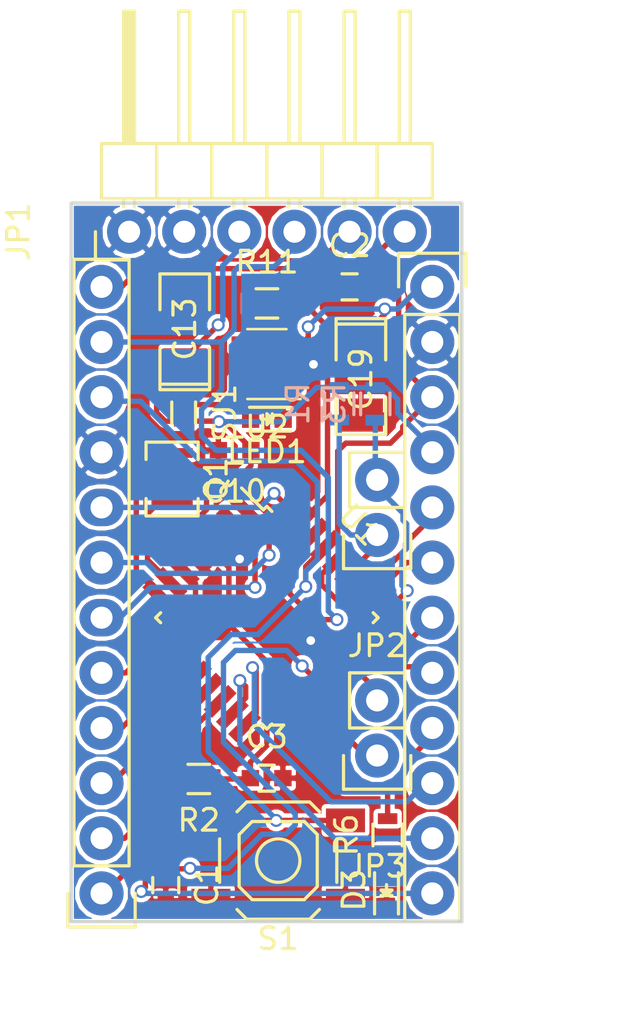
<source format=kicad_pcb>
(kicad_pcb (version 4) (host pcbnew 4.0.5+dfsg1-4~bpo8+1)

  (general
    (links 72)
    (no_connects 3)
    (area 110.306667 75.644999 143.99 125.000001)
    (thickness 1.6)
    (drawings 6)
    (tracks 362)
    (zones 0)
    (modules 23)
    (nets 34)
  )

  (page A4)
  (layers
    (0 F.Cu signal)
    (31 B.Cu signal)
    (32 B.Adhes user)
    (33 F.Adhes user)
    (34 B.Paste user)
    (35 F.Paste user)
    (36 B.SilkS user)
    (37 F.SilkS user)
    (38 B.Mask user)
    (39 F.Mask user)
    (40 Dwgs.User user)
    (41 Cmts.User user)
    (42 Eco1.User user)
    (43 Eco2.User user)
    (44 Edge.Cuts user)
    (45 Margin user)
    (46 B.CrtYd user)
    (47 F.CrtYd user)
    (48 B.Fab user)
    (49 F.Fab user)
  )

  (setup
    (last_trace_width 0.25)
    (trace_clearance 0.2)
    (zone_clearance 0.05)
    (zone_45_only no)
    (trace_min 0.2)
    (segment_width 0.2)
    (edge_width 0.15)
    (via_size 0.6)
    (via_drill 0.4)
    (via_min_size 0.4)
    (via_min_drill 0.3)
    (uvia_size 0.3)
    (uvia_drill 0.1)
    (uvias_allowed no)
    (uvia_min_size 0.2)
    (uvia_min_drill 0.1)
    (pcb_text_width 0.3)
    (pcb_text_size 1.5 1.5)
    (mod_edge_width 0.15)
    (mod_text_size 1 1)
    (mod_text_width 0.15)
    (pad_size 1.6 0.55)
    (pad_drill 0)
    (pad_to_mask_clearance 0.2)
    (aux_axis_origin 0 0)
    (grid_origin 115.34 117)
    (visible_elements FFFCFFFF)
    (pcbplotparams
      (layerselection 0x00030_80000001)
      (usegerberextensions false)
      (excludeedgelayer true)
      (linewidth 0.100000)
      (plotframeref false)
      (viasonmask false)
      (mode 1)
      (useauxorigin false)
      (hpglpennumber 1)
      (hpglpenspeed 20)
      (hpglpendiameter 15)
      (hpglpenoverlay 2)
      (psnegative false)
      (psa4output false)
      (plotreference true)
      (plotvalue true)
      (plotinvisibletext false)
      (padsonsilk false)
      (subtractmaskfromsilk false)
      (outputformat 1)
      (mirror false)
      (drillshape 1)
      (scaleselection 1)
      (outputdirectory ""))
  )

  (net 0 "")
  (net 1 GND)
  (net 2 VCC)
  (net 3 RXI)
  (net 4 TXO)
  (net 5 DTR)
  (net 6 D3)
  (net 7 D4)
  (net 8 D5)
  (net 9 D6)
  (net 10 D7)
  (net 11 D8)
  (net 12 D9)
  (net 13 D10)
  (net 14 MOSI)
  (net 15 MISO)
  (net 16 SCK)
  (net 17 A6)
  (net 18 "Net-(C1-Pad1)")
  (net 19 A7)
  (net 20 A0)
  (net 21 A1)
  (net 22 A2)
  (net 23 A3)
  (net 24 RESET)
  (net 25 D2)
  (net 26 A4)
  (net 27 A5)
  (net 28 RAW)
  (net 29 "Net-(LED1-Pad2)")
  (net 30 "Net-(D3-Pad2)")
  (net 31 "Net-(LED1-Pad1)")
  (net 32 "Net-(Q1-Pad1)")
  (net 33 "Net-(Q1-Pad3)")

  (net_class Default "This is the default net class."
    (clearance 0.2)
    (trace_width 0.25)
    (via_dia 0.6)
    (via_drill 0.4)
    (uvia_dia 0.3)
    (uvia_drill 0.1)
    (add_net A0)
    (add_net A1)
    (add_net A2)
    (add_net A3)
    (add_net A4)
    (add_net A5)
    (add_net A6)
    (add_net A7)
    (add_net D10)
    (add_net D2)
    (add_net D3)
    (add_net D4)
    (add_net D5)
    (add_net D6)
    (add_net D7)
    (add_net D8)
    (add_net D9)
    (add_net DTR)
    (add_net GND)
    (add_net MISO)
    (add_net MOSI)
    (add_net "Net-(C1-Pad1)")
    (add_net "Net-(D3-Pad2)")
    (add_net "Net-(LED1-Pad1)")
    (add_net "Net-(LED1-Pad2)")
    (add_net "Net-(Q1-Pad1)")
    (add_net "Net-(Q1-Pad3)")
    (add_net RAW)
    (add_net RESET)
    (add_net RXI)
    (add_net SCK)
    (add_net TXO)
    (add_net VCC)
  )

  (module Buttons_Switches_SMD:SW_SPST_SKQG (layer F.Cu) (tedit 56EC5E16) (tstamp 5A3F7D38)
    (at 123.4807 115.4887 180)
    (descr "ALPS 5.2mm Square Low-profile TACT Switch (SMD)")
    (tags "SPST Button Switch")
    (path /5A3E4983)
    (attr smd)
    (fp_text reference S1 (at 0 -3.6 180) (layer F.SilkS)
      (effects (font (size 1 1) (thickness 0.15)))
    )
    (fp_text value Reset (at 0 3.7 180) (layer F.Fab)
      (effects (font (size 1 1) (thickness 0.15)))
    )
    (fp_line (start -4.25 -2.95) (end -4.25 2.95) (layer F.CrtYd) (width 0.05))
    (fp_line (start 4.25 -2.95) (end -4.25 -2.95) (layer F.CrtYd) (width 0.05))
    (fp_line (start 4.25 2.95) (end 4.25 -2.95) (layer F.CrtYd) (width 0.05))
    (fp_line (start -4.25 2.95) (end 4.25 2.95) (layer F.CrtYd) (width 0.05))
    (fp_circle (center 0 0) (end 1 0) (layer F.SilkS) (width 0.15))
    (fp_line (start -1.2 -1.8) (end 1.2 -1.8) (layer F.SilkS) (width 0.15))
    (fp_line (start -1.8 -1.2) (end -1.2 -1.8) (layer F.SilkS) (width 0.15))
    (fp_line (start -1.8 1.2) (end -1.8 -1.2) (layer F.SilkS) (width 0.15))
    (fp_line (start -1.2 1.8) (end -1.8 1.2) (layer F.SilkS) (width 0.15))
    (fp_line (start 1.2 1.8) (end -1.2 1.8) (layer F.SilkS) (width 0.15))
    (fp_line (start 1.8 1.2) (end 1.2 1.8) (layer F.SilkS) (width 0.15))
    (fp_line (start 1.8 -1.2) (end 1.8 1.2) (layer F.SilkS) (width 0.15))
    (fp_line (start 1.2 -1.8) (end 1.8 -1.2) (layer F.SilkS) (width 0.15))
    (fp_line (start -1.45 -2.7) (end 1.45 -2.7) (layer F.SilkS) (width 0.15))
    (fp_line (start -1.9 -2.25) (end -1.45 -2.7) (layer F.SilkS) (width 0.15))
    (fp_line (start -2.7 1) (end -2.7 -1) (layer F.SilkS) (width 0.15))
    (fp_line (start -1.45 2.7) (end -1.9 2.25) (layer F.SilkS) (width 0.15))
    (fp_line (start 1.45 2.7) (end -1.45 2.7) (layer F.SilkS) (width 0.15))
    (fp_line (start 1.9 2.25) (end 1.45 2.7) (layer F.SilkS) (width 0.15))
    (fp_line (start 2.7 -1) (end 2.7 1) (layer F.SilkS) (width 0.15))
    (fp_line (start 1.45 -2.7) (end 1.9 -2.25) (layer F.SilkS) (width 0.15))
    (pad 1 smd rect (at -3.1 -1.85 180) (size 1.8 1.1) (layers F.Cu F.Paste F.Mask)
      (net 1 GND))
    (pad 1 smd rect (at 3.1 -1.85 180) (size 1.8 1.1) (layers F.Cu F.Paste F.Mask)
      (net 1 GND))
    (pad 2 smd rect (at -3.1 1.85 180) (size 1.8 1.1) (layers F.Cu F.Paste F.Mask)
      (net 24 RESET))
    (pad 2 smd rect (at 3.1 1.85 180) (size 1.8 1.1) (layers F.Cu F.Paste F.Mask)
      (net 24 RESET))
  )

  (module SMD_Packages:SMD-1206_Pol (layer F.Cu) (tedit 0) (tstamp 5A3F7A1A)
    (at 119.1754 91.0031 90)
    (path /5A3E4136)
    (attr smd)
    (fp_text reference C13 (at 0 0 90) (layer F.SilkS)
      (effects (font (size 1 1) (thickness 0.15)))
    )
    (fp_text value 10uF (at 0 0 90) (layer F.Fab)
      (effects (font (size 1 1) (thickness 0.15)))
    )
    (fp_line (start -2.54 -1.143) (end -2.794 -1.143) (layer F.SilkS) (width 0.15))
    (fp_line (start -2.794 -1.143) (end -2.794 1.143) (layer F.SilkS) (width 0.15))
    (fp_line (start -2.794 1.143) (end -2.54 1.143) (layer F.SilkS) (width 0.15))
    (fp_line (start -2.54 -1.143) (end -2.54 1.143) (layer F.SilkS) (width 0.15))
    (fp_line (start -2.54 1.143) (end -0.889 1.143) (layer F.SilkS) (width 0.15))
    (fp_line (start 0.889 -1.143) (end 2.54 -1.143) (layer F.SilkS) (width 0.15))
    (fp_line (start 2.54 -1.143) (end 2.54 1.143) (layer F.SilkS) (width 0.15))
    (fp_line (start 2.54 1.143) (end 0.889 1.143) (layer F.SilkS) (width 0.15))
    (fp_line (start -0.889 -1.143) (end -2.54 -1.143) (layer F.SilkS) (width 0.15))
    (pad 1 smd rect (at -1.651 0 90) (size 1.524 2.032) (layers F.Cu F.Paste F.Mask)
      (net 2 VCC))
    (pad 2 smd rect (at 1.651 0 90) (size 1.524 2.032) (layers F.Cu F.Paste F.Mask)
      (net 1 GND))
    (model SMD_Packages.3dshapes/SMD-1206_Pol.wrl
      (at (xyz 0 0 0))
      (scale (xyz 0.17 0.16 0.16))
      (rotate (xyz 0 0 0))
    )
  )

  (module Housings_QFP:TQFP-32_7x7mm_Pitch0.8mm (layer F.Cu) (tedit 5A43718C) (tstamp 5A3EC4F3)
    (at 122.96 104.3 315)
    (descr "32-Lead Plastic Thin Quad Flatpack (PT) - 7x7x1.0 mm Body, 2.00 mm [TQFP] (see Microchip Packaging Specification 00000049BS.pdf)")
    (tags "QFP 0.8")
    (path /5A3E33C7)
    (attr smd)
    (fp_text reference U1 (at 0 -6.05 315) (layer F.SilkS)
      (effects (font (size 1 1) (thickness 0.15)))
    )
    (fp_text value ATMEGA328-A (at 0 6.05 315) (layer F.Fab)
      (effects (font (size 1 1) (thickness 0.15)))
    )
    (fp_text user %R (at 0 0 315) (layer F.Fab)
      (effects (font (size 1 1) (thickness 0.15)))
    )
    (fp_line (start -2.5 -3.5) (end 3.5 -3.5) (layer F.Fab) (width 0.15))
    (fp_line (start 3.5 -3.5) (end 3.5 3.5) (layer F.Fab) (width 0.15))
    (fp_line (start 3.5 3.5) (end -3.5 3.5) (layer F.Fab) (width 0.15))
    (fp_line (start -3.5 3.5) (end -3.5 -2.5) (layer F.Fab) (width 0.15))
    (fp_line (start -3.5 -2.5) (end -2.5 -3.5) (layer F.Fab) (width 0.15))
    (fp_line (start -5.3 -5.3) (end -5.3 5.3) (layer F.CrtYd) (width 0.05))
    (fp_line (start 5.3 -5.3) (end 5.3 5.3) (layer F.CrtYd) (width 0.05))
    (fp_line (start -5.3 -5.3) (end 5.3 -5.3) (layer F.CrtYd) (width 0.05))
    (fp_line (start -5.3 5.3) (end 5.3 5.3) (layer F.CrtYd) (width 0.05))
    (fp_line (start -3.625 -3.625) (end -3.625 -3.4) (layer F.SilkS) (width 0.15))
    (fp_line (start 3.625 -3.625) (end 3.625 -3.3) (layer F.SilkS) (width 0.15))
    (fp_line (start 3.625 3.625) (end 3.625 3.3) (layer F.SilkS) (width 0.15))
    (fp_line (start -3.625 3.625) (end -3.625 3.3) (layer F.SilkS) (width 0.15))
    (fp_line (start -3.625 -3.625) (end -3.3 -3.625) (layer F.SilkS) (width 0.15))
    (fp_line (start -3.625 3.625) (end -3.3 3.625) (layer F.SilkS) (width 0.15))
    (fp_line (start 3.625 3.625) (end 3.3 3.625) (layer F.SilkS) (width 0.15))
    (fp_line (start 3.625 -3.625) (end 3.3 -3.625) (layer F.SilkS) (width 0.15))
    (fp_line (start -3.625 -3.4) (end -5.05 -3.4) (layer F.SilkS) (width 0.15))
    (pad 1 smd rect (at -4.25 -2.8 315) (size 1.6 0.55) (layers F.Cu F.Paste F.Mask)
      (net 6 D3))
    (pad 2 smd rect (at -4.25 -2 315) (size 1.6 0.55) (layers F.Cu F.Paste F.Mask)
      (net 7 D4))
    (pad 3 smd rect (at -4.25 -1.2 315) (size 1.6 0.55) (layers F.Cu F.Paste F.Mask)
      (net 1 GND))
    (pad 4 smd rect (at -4.25 -0.4 315) (size 1.6 0.55) (layers F.Cu F.Paste F.Mask)
      (net 2 VCC))
    (pad 5 smd rect (at -4.25 0.4 315) (size 1.6 0.55) (layers F.Cu F.Paste F.Mask)
      (net 1 GND))
    (pad 6 smd rect (at -4.25 1.2 315) (size 1.6 0.55) (layers F.Cu F.Paste F.Mask)
      (net 2 VCC))
    (pad 7 smd rect (at -4.25 2 315) (size 1.6 0.55) (layers F.Cu F.Paste F.Mask)
      (net 33 "Net-(Q1-Pad3)"))
    (pad 8 smd rect (at -4.25 2.8 315) (size 1.6 0.55) (layers F.Cu F.Paste F.Mask)
      (net 32 "Net-(Q1-Pad1)"))
    (pad 9 smd rect (at -2.8 4.25 45) (size 1.6 0.55) (layers F.Cu F.Paste F.Mask)
      (net 8 D5))
    (pad 10 smd rect (at -2 4.25 45) (size 1.6 0.55) (layers F.Cu F.Paste F.Mask)
      (net 9 D6))
    (pad 11 smd rect (at -1.2 4.25 45) (size 1.6 0.55) (layers F.Cu F.Paste F.Mask)
      (net 10 D7))
    (pad 12 smd rect (at -0.4 4.25 45) (size 1.6 0.55) (layers F.Cu F.Paste F.Mask)
      (net 11 D8))
    (pad 13 smd rect (at 0.4 4.25 45) (size 1.6 0.55) (layers F.Cu F.Paste F.Mask)
      (net 12 D9))
    (pad 14 smd rect (at 1.2 4.25 45) (size 1.6 0.55) (layers F.Cu F.Paste F.Mask)
      (net 13 D10))
    (pad 15 smd rect (at 2 4.25 45) (size 1.6 0.55) (layers F.Cu F.Paste F.Mask)
      (net 14 MOSI))
    (pad 16 smd rect (at 2.8 4.25 45) (size 1.6 0.55) (layers F.Cu F.Paste F.Mask)
      (net 15 MISO))
    (pad 17 smd rect (at 4.25 2.8 315) (size 1.6 0.55) (layers F.Cu F.Paste F.Mask)
      (net 16 SCK))
    (pad 18 smd rect (at 4.25 2 315) (size 1.6 0.55) (layers F.Cu F.Paste F.Mask)
      (net 2 VCC))
    (pad 19 smd rect (at 4.25 1.2 315) (size 1.6 0.55) (layers F.Cu F.Paste F.Mask)
      (net 17 A6))
    (pad 20 smd rect (at 4.25 0.4 315) (size 1.6 0.55) (layers F.Cu F.Paste F.Mask)
      (net 18 "Net-(C1-Pad1)"))
    (pad 21 smd rect (at 4.25 -0.4 315) (size 1.6 0.55) (layers F.Cu F.Paste F.Mask)
      (net 1 GND))
    (pad 22 smd rect (at 4.25 -1.2 315) (size 1.6 0.55) (layers F.Cu F.Paste F.Mask)
      (net 19 A7))
    (pad 23 smd rect (at 4.25 -2 315) (size 1.6 0.55) (layers F.Cu F.Paste F.Mask)
      (net 20 A0))
    (pad 24 smd rect (at 4.25 -2.8 315) (size 1.6 0.55) (layers F.Cu F.Paste F.Mask)
      (net 21 A1))
    (pad 25 smd rect (at 2.8 -4.25 45) (size 1.6 0.55) (layers F.Cu F.Paste F.Mask)
      (net 22 A2))
    (pad 26 smd rect (at 2 -4.25 45) (size 1.6 0.55) (layers F.Cu F.Paste F.Mask)
      (net 23 A3))
    (pad 27 smd rect (at 1.2 -4.25 45) (size 1.6 0.55) (layers F.Cu F.Paste F.Mask)
      (net 26 A4))
    (pad 28 smd rect (at 0.4 -4.25 45) (size 1.6 0.55) (layers F.Cu F.Paste F.Mask)
      (net 27 A5))
    (pad 29 smd rect (at -0.4 -4.25 45) (size 1.6 0.55) (layers F.Cu F.Paste F.Mask)
      (net 24 RESET))
    (pad 30 smd rect (at -1.2 -4.25 45) (size 1.6 0.55) (layers F.Cu F.Paste F.Mask)
      (net 3 RXI))
    (pad 31 smd rect (at -2 -4.25 45) (size 1.6 0.55) (layers F.Cu F.Paste F.Mask)
      (net 4 TXO))
    (pad 32 smd rect (at -2.8 -4.25 45) (size 1.6 0.55) (layers F.Cu F.Paste F.Mask)
      (net 25 D2))
    (model Housings_QFP.3dshapes/TQFP-32_7x7mm_Pitch0.8mm.wrl
      (at (xyz 0 0 0))
      (scale (xyz 1 1 1))
      (rotate (xyz 0 0 0))
    )
  )

  (module Pin_Headers:Pin_Header_Straight_1x02 (layer F.Cu) (tedit 5A410AA6) (tstamp 5A3ECB0D)
    (at 128.04 100.49 180)
    (descr "Through hole pin header")
    (tags "pin header")
    (path /5A3E2EBF)
    (fp_text reference JP2 (at 0 -5.1 180) (layer F.SilkS)
      (effects (font (size 1 1) (thickness 0.15)))
    )
    (fp_text value CONN_01X02 (at 0 -3.1 180) (layer F.Fab)
      (effects (font (size 1 1) (thickness 0.15)))
    )
    (fp_line (start 1.27 1.27) (end 1.27 3.81) (layer F.SilkS) (width 0.15))
    (fp_line (start 1.55 -1.55) (end 1.55 0) (layer F.SilkS) (width 0.15))
    (fp_line (start -1.75 -1.75) (end -1.75 4.3) (layer F.CrtYd) (width 0.05))
    (fp_line (start 1.75 -1.75) (end 1.75 4.3) (layer F.CrtYd) (width 0.05))
    (fp_line (start -1.75 -1.75) (end 1.75 -1.75) (layer F.CrtYd) (width 0.05))
    (fp_line (start -1.75 4.3) (end 1.75 4.3) (layer F.CrtYd) (width 0.05))
    (fp_line (start 1.27 1.27) (end -1.27 1.27) (layer F.SilkS) (width 0.15))
    (fp_line (start -1.55 0) (end -1.55 -1.55) (layer F.SilkS) (width 0.15))
    (fp_line (start -1.55 -1.55) (end 1.55 -1.55) (layer F.SilkS) (width 0.15))
    (fp_line (start -1.27 1.27) (end -1.27 3.81) (layer F.SilkS) (width 0.15))
    (fp_line (start -1.27 3.81) (end 1.27 3.81) (layer F.SilkS) (width 0.15))
    (pad 1 thru_hole circle (at 0 0 180) (size 2.032 2.032) (drill 1.016) (layers *.Cu *.Mask)
      (net 26 A4))
    (pad 2 thru_hole oval (at 0 2.54 180) (size 2.032 2.032) (drill 1.016) (layers *.Cu *.Mask)
      (net 27 A5))
    (model Pin_Headers.3dshapes/Pin_Header_Straight_1x02.wrl
      (at (xyz 0 -0.05 -0.07000000000000001))
      (scale (xyz 1 1 1))
      (rotate (xyz 0 180 -90))
    )
  )

  (module Pin_Headers:Pin_Header_Straight_1x02 (layer F.Cu) (tedit 5A3F8403) (tstamp 5A3ECB13)
    (at 128.04 110.65 180)
    (descr "Through hole pin header")
    (tags "pin header")
    (path /5A3E2EEE)
    (fp_text reference JP3 (at 0 -5.1 180) (layer F.SilkS)
      (effects (font (size 1 1) (thickness 0.15)))
    )
    (fp_text value CONN_01X02 (at 0 -3.1 180) (layer F.Fab)
      (effects (font (size 1 1) (thickness 0.15)))
    )
    (fp_line (start 1.27 1.27) (end 1.27 3.81) (layer F.SilkS) (width 0.15))
    (fp_line (start 1.55 -1.55) (end 1.55 0) (layer F.SilkS) (width 0.15))
    (fp_line (start -1.75 -1.75) (end -1.75 4.3) (layer F.CrtYd) (width 0.05))
    (fp_line (start 1.75 -1.75) (end 1.75 4.3) (layer F.CrtYd) (width 0.05))
    (fp_line (start -1.75 -1.75) (end 1.75 -1.75) (layer F.CrtYd) (width 0.05))
    (fp_line (start -1.75 4.3) (end 1.75 4.3) (layer F.CrtYd) (width 0.05))
    (fp_line (start 1.27 1.27) (end -1.27 1.27) (layer F.SilkS) (width 0.15))
    (fp_line (start -1.55 0) (end -1.55 -1.55) (layer F.SilkS) (width 0.15))
    (fp_line (start -1.55 -1.55) (end 1.55 -1.55) (layer F.SilkS) (width 0.15))
    (fp_line (start -1.27 1.27) (end -1.27 3.81) (layer F.SilkS) (width 0.15))
    (fp_line (start -1.27 3.81) (end 1.27 3.81) (layer F.SilkS) (width 0.15))
    (pad 1 thru_hole circle (at 0 0 180) (size 2.032 2.032) (drill 1.016) (layers *.Cu *.Mask)
      (net 17 A6))
    (pad 2 thru_hole oval (at 0 2.54 180) (size 2.032 2.032) (drill 1.016) (layers *.Cu *.Mask)
      (net 19 A7))
    (model Pin_Headers.3dshapes/Pin_Header_Straight_1x02.wrl
      (at (xyz 0 -0.05 -0.07000000000000001))
      (scale (xyz 1 1 1))
      (rotate (xyz 0 180 -90))
    )
  )

  (module Pin_Headers:Pin_Header_Straight_1x12 (layer F.Cu) (tedit 5A410B20) (tstamp 5A3ECB23)
    (at 130.58 89.06)
    (descr "Through hole pin header")
    (tags "pin header")
    (path /5A3E2E1C)
    (fp_text reference JP6 (at 0 -5.1) (layer F.SilkS) hide
      (effects (font (size 1 1) (thickness 0.15)))
    )
    (fp_text value CONN_01X12 (at 0 -3.1) (layer F.Fab) hide
      (effects (font (size 1 1) (thickness 0.15)))
    )
    (fp_line (start -1.75 -1.75) (end -1.75 29.7) (layer F.CrtYd) (width 0.05))
    (fp_line (start 1.75 -1.75) (end 1.75 29.7) (layer F.CrtYd) (width 0.05))
    (fp_line (start -1.75 -1.75) (end 1.75 -1.75) (layer F.CrtYd) (width 0.05))
    (fp_line (start -1.75 29.7) (end 1.75 29.7) (layer F.CrtYd) (width 0.05))
    (fp_line (start 1.27 1.27) (end 1.27 29.21) (layer F.SilkS) (width 0.15))
    (fp_line (start 1.27 29.21) (end -1.27 29.21) (layer F.SilkS) (width 0.15))
    (fp_line (start -1.27 29.21) (end -1.27 1.27) (layer F.SilkS) (width 0.15))
    (fp_line (start 1.55 -1.55) (end 1.55 0) (layer F.SilkS) (width 0.15))
    (fp_line (start 1.27 1.27) (end -1.27 1.27) (layer F.SilkS) (width 0.15))
    (fp_line (start -1.55 0) (end -1.55 -1.55) (layer F.SilkS) (width 0.15))
    (fp_line (start -1.55 -1.55) (end 1.55 -1.55) (layer F.SilkS) (width 0.15))
    (pad 1 thru_hole circle (at 0 0) (size 2.032 2.032) (drill 1.016) (layers *.Cu *.Mask)
      (net 28 RAW))
    (pad 2 thru_hole circle (at 0 2.54) (size 2.032 2.032) (drill 1.016) (layers *.Cu *.Mask)
      (net 1 GND))
    (pad 3 thru_hole circle (at 0 5.08) (size 2.032 2.032) (drill 1.016) (layers *.Cu *.Mask)
      (net 24 RESET))
    (pad 4 thru_hole circle (at 0 7.62) (size 2.032 2.032) (drill 1.016) (layers *.Cu *.Mask)
      (net 2 VCC))
    (pad 5 thru_hole circle (at 0 10.16) (size 2.032 2.032) (drill 1.016) (layers *.Cu *.Mask)
      (net 23 A3))
    (pad 6 thru_hole circle (at 0 12.7) (size 2.032 2.032) (drill 1.016) (layers *.Cu *.Mask)
      (net 22 A2))
    (pad 7 thru_hole circle (at 0 15.24) (size 2.032 2.032) (drill 1.016) (layers *.Cu *.Mask)
      (net 21 A1))
    (pad 8 thru_hole circle (at 0 17.78) (size 2.032 2.032) (drill 1.016) (layers *.Cu *.Mask)
      (net 20 A0))
    (pad 9 thru_hole circle (at 0 20.32) (size 2.032 2.032) (drill 1.016) (layers *.Cu *.Mask)
      (net 16 SCK))
    (pad 10 thru_hole circle (at 0 22.86) (size 2.032 2.032) (drill 1.016) (layers *.Cu *.Mask)
      (net 15 MISO))
    (pad 11 thru_hole circle (at 0 25.4) (size 2.032 2.032) (drill 1.016) (layers *.Cu *.Mask)
      (net 14 MOSI))
    (pad 12 thru_hole circle (at 0 27.94) (size 2.032 2.032) (drill 1.016) (layers *.Cu *.Mask)
      (net 13 D10))
    (model Pin_Headers.3dshapes/Pin_Header_Straight_1x12.wrl
      (at (xyz 0 -0.55 -0.07000000000000001))
      (scale (xyz 1 1 1))
      (rotate (xyz 0 180 270))
    )
  )

  (module Pin_Headers:Pin_Header_Straight_1x12 (layer F.Cu) (tedit 5A410A51) (tstamp 5A3ECB33)
    (at 115.34 117 180)
    (descr "Through hole pin header")
    (tags "pin header")
    (path /5A3E2D3F)
    (fp_text reference JP7 (at 0 -5.1 180) (layer F.SilkS) hide
      (effects (font (size 1 1) (thickness 0.15)))
    )
    (fp_text value CONN_01X12 (at 0 -3.1 180) (layer F.Fab) hide
      (effects (font (size 1 1) (thickness 0.15)))
    )
    (fp_line (start -1.75 -1.75) (end -1.75 29.7) (layer F.CrtYd) (width 0.05))
    (fp_line (start 1.75 -1.75) (end 1.75 29.7) (layer F.CrtYd) (width 0.05))
    (fp_line (start -1.75 -1.75) (end 1.75 -1.75) (layer F.CrtYd) (width 0.05))
    (fp_line (start -1.75 29.7) (end 1.75 29.7) (layer F.CrtYd) (width 0.05))
    (fp_line (start 1.27 1.27) (end 1.27 29.21) (layer F.SilkS) (width 0.15))
    (fp_line (start 1.27 29.21) (end -1.27 29.21) (layer F.SilkS) (width 0.15))
    (fp_line (start -1.27 29.21) (end -1.27 1.27) (layer F.SilkS) (width 0.15))
    (fp_line (start 1.55 -1.55) (end 1.55 0) (layer F.SilkS) (width 0.15))
    (fp_line (start 1.27 1.27) (end -1.27 1.27) (layer F.SilkS) (width 0.15))
    (fp_line (start -1.55 0) (end -1.55 -1.55) (layer F.SilkS) (width 0.15))
    (fp_line (start -1.55 -1.55) (end 1.55 -1.55) (layer F.SilkS) (width 0.15))
    (pad 1 thru_hole circle (at 0 0 180) (size 2.032 2.032) (drill 1.016) (layers *.Cu *.Mask)
      (net 12 D9))
    (pad 2 thru_hole circle (at 0 2.54 180) (size 2.032 2.032) (drill 1.016) (layers *.Cu *.Mask)
      (net 11 D8))
    (pad 3 thru_hole circle (at 0 5.08 180) (size 2.032 2.032) (drill 1.016) (layers *.Cu *.Mask)
      (net 10 D7))
    (pad 4 thru_hole circle (at 0 7.62 180) (size 2.032 2.032) (drill 1.016) (layers *.Cu *.Mask)
      (net 9 D6))
    (pad 5 thru_hole circle (at 0 10.16 180) (size 2.032 2.032) (drill 1.016) (layers *.Cu *.Mask)
      (net 8 D5))
    (pad 6 thru_hole oval (at 0 12.7 180) (size 2.032 1.7272) (drill 1.016) (layers *.Cu *.Mask)
      (net 7 D4))
    (pad 7 thru_hole circle (at 0 15.24 180) (size 2.032 2.032) (drill 1.016) (layers *.Cu *.Mask)
      (net 6 D3))
    (pad 8 thru_hole oval (at 0 17.78 180) (size 2.032 1.7272) (drill 1.016) (layers *.Cu *.Mask)
      (net 25 D2))
    (pad 9 thru_hole circle (at 0 20.32 180) (size 2.032 2.032) (drill 1.016) (layers *.Cu *.Mask)
      (net 1 GND))
    (pad 10 thru_hole circle (at 0 22.86 180) (size 2.032 2.032) (drill 1.016) (layers *.Cu *.Mask)
      (net 24 RESET))
    (pad 11 thru_hole circle (at 0 25.4 180) (size 2.032 2.032) (drill 1.016) (layers *.Cu *.Mask)
      (net 3 RXI))
    (pad 12 thru_hole circle (at 0 27.94 180) (size 2.032 2.032) (drill 1.016) (layers *.Cu *.Mask)
      (net 4 TXO))
    (model Pin_Headers.3dshapes/Pin_Header_Straight_1x12.wrl
      (at (xyz 0 -0.55 -0.07000000000000001))
      (scale (xyz 1 1 1))
      (rotate (xyz 0 180 90))
    )
  )

  (module TO_SOT_Packages_SMD:SOT-23-5 (layer F.Cu) (tedit 583F3A3F) (tstamp 5A3ECB4A)
    (at 122.96 92.616 180)
    (descr "5-pin SOT23 package")
    (tags SOT-23-5)
    (path /5A3E2FC6)
    (attr smd)
    (fp_text reference U2 (at 0 -2.9 180) (layer F.SilkS)
      (effects (font (size 1 1) (thickness 0.15)))
    )
    (fp_text value MIC5205 (at 0 2.9 180) (layer F.Fab)
      (effects (font (size 1 1) (thickness 0.15)))
    )
    (fp_line (start -0.9 1.61) (end 0.9 1.61) (layer F.SilkS) (width 0.12))
    (fp_line (start 0.9 -1.61) (end -1.55 -1.61) (layer F.SilkS) (width 0.12))
    (fp_line (start -1.9 -1.8) (end 1.9 -1.8) (layer F.CrtYd) (width 0.05))
    (fp_line (start 1.9 -1.8) (end 1.9 1.8) (layer F.CrtYd) (width 0.05))
    (fp_line (start 1.9 1.8) (end -1.9 1.8) (layer F.CrtYd) (width 0.05))
    (fp_line (start -1.9 1.8) (end -1.9 -1.8) (layer F.CrtYd) (width 0.05))
    (fp_line (start 0.9 -1.55) (end -0.9 -1.55) (layer F.Fab) (width 0.15))
    (fp_line (start -0.9 -1.55) (end -0.9 1.55) (layer F.Fab) (width 0.15))
    (fp_line (start 0.9 1.55) (end -0.9 1.55) (layer F.Fab) (width 0.15))
    (fp_line (start 0.9 -1.55) (end 0.9 1.55) (layer F.Fab) (width 0.15))
    (pad 1 smd rect (at -1.1 -0.95 180) (size 1.06 0.65) (layers F.Cu F.Paste F.Mask)
      (net 28 RAW))
    (pad 2 smd rect (at -1.1 0 180) (size 1.06 0.65) (layers F.Cu F.Paste F.Mask)
      (net 1 GND))
    (pad 3 smd rect (at -1.1 0.95 180) (size 1.06 0.65) (layers F.Cu F.Paste F.Mask)
      (net 28 RAW))
    (pad 4 smd rect (at 1.1 0.95 180) (size 1.06 0.65) (layers F.Cu F.Paste F.Mask))
    (pad 5 smd rect (at 1.1 -0.95 180) (size 1.06 0.65) (layers F.Cu F.Paste F.Mask)
      (net 29 "Net-(LED1-Pad2)"))
    (model TO_SOT_Packages_SMD.3dshapes/SOT-23-5.wrl
      (at (xyz 0 0 0))
      (scale (xyz 1 1 1))
      (rotate (xyz 0 0 0))
    )
  )

  (module Capacitors_SMD:C_0603 (layer F.Cu) (tedit 5415D631) (tstamp 5A3F7A02)
    (at 118.2991 116.619 270)
    (descr "Capacitor SMD 0603, reflow soldering, AVX (see smccp.pdf)")
    (tags "capacitor 0603")
    (path /5A3E3DBC)
    (attr smd)
    (fp_text reference C1 (at 0 -1.9 270) (layer F.SilkS)
      (effects (font (size 1 1) (thickness 0.15)))
    )
    (fp_text value 0.1uF (at 0 1.9 270) (layer F.Fab)
      (effects (font (size 1 1) (thickness 0.15)))
    )
    (fp_line (start -0.8 0.4) (end -0.8 -0.4) (layer F.Fab) (width 0.15))
    (fp_line (start 0.8 0.4) (end -0.8 0.4) (layer F.Fab) (width 0.15))
    (fp_line (start 0.8 -0.4) (end 0.8 0.4) (layer F.Fab) (width 0.15))
    (fp_line (start -0.8 -0.4) (end 0.8 -0.4) (layer F.Fab) (width 0.15))
    (fp_line (start -1.45 -0.75) (end 1.45 -0.75) (layer F.CrtYd) (width 0.05))
    (fp_line (start -1.45 0.75) (end 1.45 0.75) (layer F.CrtYd) (width 0.05))
    (fp_line (start -1.45 -0.75) (end -1.45 0.75) (layer F.CrtYd) (width 0.05))
    (fp_line (start 1.45 -0.75) (end 1.45 0.75) (layer F.CrtYd) (width 0.05))
    (fp_line (start -0.35 -0.6) (end 0.35 -0.6) (layer F.SilkS) (width 0.15))
    (fp_line (start 0.35 0.6) (end -0.35 0.6) (layer F.SilkS) (width 0.15))
    (pad 1 smd rect (at -0.75 0 270) (size 0.8 0.75) (layers F.Cu F.Paste F.Mask)
      (net 18 "Net-(C1-Pad1)"))
    (pad 2 smd rect (at 0.75 0 270) (size 0.8 0.75) (layers F.Cu F.Paste F.Mask)
      (net 1 GND))
    (model Capacitors_SMD.3dshapes/C_0603.wrl
      (at (xyz 0 0 0))
      (scale (xyz 1 1 1))
      (rotate (xyz 0 0 0))
    )
  )

  (module Capacitors_SMD:C_0603 (layer F.Cu) (tedit 5415D631) (tstamp 5A3F7A08)
    (at 126.77 89.06)
    (descr "Capacitor SMD 0603, reflow soldering, AVX (see smccp.pdf)")
    (tags "capacitor 0603")
    (path /5A3E3ED3)
    (attr smd)
    (fp_text reference C2 (at 0 -1.9) (layer F.SilkS)
      (effects (font (size 1 1) (thickness 0.15)))
    )
    (fp_text value 0.1uF (at 0 1.9) (layer F.Fab)
      (effects (font (size 1 1) (thickness 0.15)))
    )
    (fp_line (start -0.8 0.4) (end -0.8 -0.4) (layer F.Fab) (width 0.15))
    (fp_line (start 0.8 0.4) (end -0.8 0.4) (layer F.Fab) (width 0.15))
    (fp_line (start 0.8 -0.4) (end 0.8 0.4) (layer F.Fab) (width 0.15))
    (fp_line (start -0.8 -0.4) (end 0.8 -0.4) (layer F.Fab) (width 0.15))
    (fp_line (start -1.45 -0.75) (end 1.45 -0.75) (layer F.CrtYd) (width 0.05))
    (fp_line (start -1.45 0.75) (end 1.45 0.75) (layer F.CrtYd) (width 0.05))
    (fp_line (start -1.45 -0.75) (end -1.45 0.75) (layer F.CrtYd) (width 0.05))
    (fp_line (start 1.45 -0.75) (end 1.45 0.75) (layer F.CrtYd) (width 0.05))
    (fp_line (start -0.35 -0.6) (end 0.35 -0.6) (layer F.SilkS) (width 0.15))
    (fp_line (start 0.35 0.6) (end -0.35 0.6) (layer F.SilkS) (width 0.15))
    (pad 1 smd rect (at -0.75 0) (size 0.8 0.75) (layers F.Cu F.Paste F.Mask)
      (net 5 DTR))
    (pad 2 smd rect (at 0.75 0) (size 0.8 0.75) (layers F.Cu F.Paste F.Mask)
      (net 24 RESET))
    (model Capacitors_SMD.3dshapes/C_0603.wrl
      (at (xyz 0 0 0))
      (scale (xyz 1 1 1))
      (rotate (xyz 0 0 0))
    )
  )

  (module Capacitors_SMD:C_0603 (layer F.Cu) (tedit 5415D631) (tstamp 5A3F7A0E)
    (at 122.9473 111.6914)
    (descr "Capacitor SMD 0603, reflow soldering, AVX (see smccp.pdf)")
    (tags "capacitor 0603")
    (path /5A3E3FF5)
    (attr smd)
    (fp_text reference C3 (at 0 -1.9) (layer F.SilkS)
      (effects (font (size 1 1) (thickness 0.15)))
    )
    (fp_text value 0.1uF (at 0 1.9) (layer F.Fab)
      (effects (font (size 1 1) (thickness 0.15)))
    )
    (fp_line (start -0.8 0.4) (end -0.8 -0.4) (layer F.Fab) (width 0.15))
    (fp_line (start 0.8 0.4) (end -0.8 0.4) (layer F.Fab) (width 0.15))
    (fp_line (start 0.8 -0.4) (end 0.8 0.4) (layer F.Fab) (width 0.15))
    (fp_line (start -0.8 -0.4) (end 0.8 -0.4) (layer F.Fab) (width 0.15))
    (fp_line (start -1.45 -0.75) (end 1.45 -0.75) (layer F.CrtYd) (width 0.05))
    (fp_line (start -1.45 0.75) (end 1.45 0.75) (layer F.CrtYd) (width 0.05))
    (fp_line (start -1.45 -0.75) (end -1.45 0.75) (layer F.CrtYd) (width 0.05))
    (fp_line (start 1.45 -0.75) (end 1.45 0.75) (layer F.CrtYd) (width 0.05))
    (fp_line (start -0.35 -0.6) (end 0.35 -0.6) (layer F.SilkS) (width 0.15))
    (fp_line (start 0.35 0.6) (end -0.35 0.6) (layer F.SilkS) (width 0.15))
    (pad 1 smd rect (at -0.75 0) (size 0.8 0.75) (layers F.Cu F.Paste F.Mask)
      (net 2 VCC))
    (pad 2 smd rect (at 0.75 0) (size 0.8 0.75) (layers F.Cu F.Paste F.Mask)
      (net 1 GND))
    (model Capacitors_SMD.3dshapes/C_0603.wrl
      (at (xyz 0 0 0))
      (scale (xyz 1 1 1))
      (rotate (xyz 0 0 0))
    )
  )

  (module Capacitors_SMD:C_0603 (layer F.Cu) (tedit 5415D631) (tstamp 5A3F7A14)
    (at 121.4741 96.5784 180)
    (descr "Capacitor SMD 0603, reflow soldering, AVX (see smccp.pdf)")
    (tags "capacitor 0603")
    (path /5A3E3F50)
    (attr smd)
    (fp_text reference C10 (at 0 -1.9 180) (layer F.SilkS)
      (effects (font (size 1 1) (thickness 0.15)))
    )
    (fp_text value 0.1uF (at 0 1.9 180) (layer F.Fab)
      (effects (font (size 1 1) (thickness 0.15)))
    )
    (fp_line (start -0.8 0.4) (end -0.8 -0.4) (layer F.Fab) (width 0.15))
    (fp_line (start 0.8 0.4) (end -0.8 0.4) (layer F.Fab) (width 0.15))
    (fp_line (start 0.8 -0.4) (end 0.8 0.4) (layer F.Fab) (width 0.15))
    (fp_line (start -0.8 -0.4) (end 0.8 -0.4) (layer F.Fab) (width 0.15))
    (fp_line (start -1.45 -0.75) (end 1.45 -0.75) (layer F.CrtYd) (width 0.05))
    (fp_line (start -1.45 0.75) (end 1.45 0.75) (layer F.CrtYd) (width 0.05))
    (fp_line (start -1.45 -0.75) (end -1.45 0.75) (layer F.CrtYd) (width 0.05))
    (fp_line (start 1.45 -0.75) (end 1.45 0.75) (layer F.CrtYd) (width 0.05))
    (fp_line (start -0.35 -0.6) (end 0.35 -0.6) (layer F.SilkS) (width 0.15))
    (fp_line (start 0.35 0.6) (end -0.35 0.6) (layer F.SilkS) (width 0.15))
    (pad 1 smd rect (at -0.75 0 180) (size 0.8 0.75) (layers F.Cu F.Paste F.Mask)
      (net 2 VCC))
    (pad 2 smd rect (at 0.75 0 180) (size 0.8 0.75) (layers F.Cu F.Paste F.Mask)
      (net 1 GND))
    (model Capacitors_SMD.3dshapes/C_0603.wrl
      (at (xyz 0 0 0))
      (scale (xyz 1 1 1))
      (rotate (xyz 0 0 0))
    )
  )

  (module SMD_Packages:SMD-1206_Pol (layer F.Cu) (tedit 0) (tstamp 5A3F7A20)
    (at 127.2907 93.3145 270)
    (path /5A3E4074)
    (attr smd)
    (fp_text reference C19 (at 0 0 270) (layer F.SilkS)
      (effects (font (size 1 1) (thickness 0.15)))
    )
    (fp_text value 10uF (at 0 0 270) (layer F.Fab)
      (effects (font (size 1 1) (thickness 0.15)))
    )
    (fp_line (start -2.54 -1.143) (end -2.794 -1.143) (layer F.SilkS) (width 0.15))
    (fp_line (start -2.794 -1.143) (end -2.794 1.143) (layer F.SilkS) (width 0.15))
    (fp_line (start -2.794 1.143) (end -2.54 1.143) (layer F.SilkS) (width 0.15))
    (fp_line (start -2.54 -1.143) (end -2.54 1.143) (layer F.SilkS) (width 0.15))
    (fp_line (start -2.54 1.143) (end -0.889 1.143) (layer F.SilkS) (width 0.15))
    (fp_line (start 0.889 -1.143) (end 2.54 -1.143) (layer F.SilkS) (width 0.15))
    (fp_line (start 2.54 -1.143) (end 2.54 1.143) (layer F.SilkS) (width 0.15))
    (fp_line (start 2.54 1.143) (end 0.889 1.143) (layer F.SilkS) (width 0.15))
    (fp_line (start -0.889 -1.143) (end -2.54 -1.143) (layer F.SilkS) (width 0.15))
    (pad 1 smd rect (at -1.651 0 270) (size 1.524 2.032) (layers F.Cu F.Paste F.Mask)
      (net 28 RAW))
    (pad 2 smd rect (at 1.651 0 270) (size 1.524 2.032) (layers F.Cu F.Paste F.Mask)
      (net 1 GND))
    (model SMD_Packages.3dshapes/SMD-1206_Pol.wrl
      (at (xyz 0 0 0))
      (scale (xyz 0.17 0.16 0.16))
      (rotate (xyz 0 0 0))
    )
  )

  (module LEDs:LED_0603 (layer F.Cu) (tedit 55BDE255) (tstamp 5A3F7A26)
    (at 128.4718 116.8476 90)
    (descr "LED 0603 smd package")
    (tags "LED led 0603 SMD smd SMT smt smdled SMDLED smtled SMTLED")
    (path /5A3E4396)
    (attr smd)
    (fp_text reference D3 (at 0 -1.5 90) (layer F.SilkS)
      (effects (font (size 1 1) (thickness 0.15)))
    )
    (fp_text value Green (at 0 1.5 90) (layer F.Fab)
      (effects (font (size 1 1) (thickness 0.15)))
    )
    (fp_line (start -0.3 -0.2) (end -0.3 0.2) (layer F.Fab) (width 0.15))
    (fp_line (start -0.2 0) (end 0.1 -0.2) (layer F.Fab) (width 0.15))
    (fp_line (start 0.1 0.2) (end -0.2 0) (layer F.Fab) (width 0.15))
    (fp_line (start 0.1 -0.2) (end 0.1 0.2) (layer F.Fab) (width 0.15))
    (fp_line (start 0.8 0.4) (end -0.8 0.4) (layer F.Fab) (width 0.15))
    (fp_line (start 0.8 -0.4) (end 0.8 0.4) (layer F.Fab) (width 0.15))
    (fp_line (start -0.8 -0.4) (end 0.8 -0.4) (layer F.Fab) (width 0.15))
    (fp_line (start -0.8 0.4) (end -0.8 -0.4) (layer F.Fab) (width 0.15))
    (fp_line (start -1.1 0.55) (end 0.8 0.55) (layer F.SilkS) (width 0.15))
    (fp_line (start -1.1 -0.55) (end 0.8 -0.55) (layer F.SilkS) (width 0.15))
    (fp_line (start -0.2 0) (end 0.25 0) (layer F.SilkS) (width 0.15))
    (fp_line (start -0.25 -0.25) (end -0.25 0.25) (layer F.SilkS) (width 0.15))
    (fp_line (start -0.25 0) (end 0 -0.25) (layer F.SilkS) (width 0.15))
    (fp_line (start 0 -0.25) (end 0 0.25) (layer F.SilkS) (width 0.15))
    (fp_line (start 0 0.25) (end -0.25 0) (layer F.SilkS) (width 0.15))
    (fp_line (start 1.4 -0.75) (end 1.4 0.75) (layer F.CrtYd) (width 0.05))
    (fp_line (start 1.4 0.75) (end -1.4 0.75) (layer F.CrtYd) (width 0.05))
    (fp_line (start -1.4 0.75) (end -1.4 -0.75) (layer F.CrtYd) (width 0.05))
    (fp_line (start -1.4 -0.75) (end 1.4 -0.75) (layer F.CrtYd) (width 0.05))
    (pad 2 smd rect (at 0.7493 0 270) (size 0.79756 0.79756) (layers F.Cu F.Paste F.Mask)
      (net 30 "Net-(D3-Pad2)"))
    (pad 1 smd rect (at -0.7493 0 270) (size 0.79756 0.79756) (layers F.Cu F.Paste F.Mask)
      (net 1 GND))
    (model LEDs.3dshapes/LED_0603.wrl
      (at (xyz 0 0 0))
      (scale (xyz 1 1 1))
      (rotate (xyz 0 0 180))
    )
  )

  (module LEDs:LED_0603 (layer F.Cu) (tedit 55BDE255) (tstamp 5A3F7A2C)
    (at 122.96 95.156 180)
    (descr "LED 0603 smd package")
    (tags "LED led 0603 SMD smd SMT smt smdled SMDLED smtled SMTLED")
    (path /5A3E4437)
    (attr smd)
    (fp_text reference LED1 (at 0 -1.5 180) (layer F.SilkS)
      (effects (font (size 1 1) (thickness 0.15)))
    )
    (fp_text value Red (at 0 1.5 180) (layer F.Fab)
      (effects (font (size 1 1) (thickness 0.15)))
    )
    (fp_line (start -0.3 -0.2) (end -0.3 0.2) (layer F.Fab) (width 0.15))
    (fp_line (start -0.2 0) (end 0.1 -0.2) (layer F.Fab) (width 0.15))
    (fp_line (start 0.1 0.2) (end -0.2 0) (layer F.Fab) (width 0.15))
    (fp_line (start 0.1 -0.2) (end 0.1 0.2) (layer F.Fab) (width 0.15))
    (fp_line (start 0.8 0.4) (end -0.8 0.4) (layer F.Fab) (width 0.15))
    (fp_line (start 0.8 -0.4) (end 0.8 0.4) (layer F.Fab) (width 0.15))
    (fp_line (start -0.8 -0.4) (end 0.8 -0.4) (layer F.Fab) (width 0.15))
    (fp_line (start -0.8 0.4) (end -0.8 -0.4) (layer F.Fab) (width 0.15))
    (fp_line (start -1.1 0.55) (end 0.8 0.55) (layer F.SilkS) (width 0.15))
    (fp_line (start -1.1 -0.55) (end 0.8 -0.55) (layer F.SilkS) (width 0.15))
    (fp_line (start -0.2 0) (end 0.25 0) (layer F.SilkS) (width 0.15))
    (fp_line (start -0.25 -0.25) (end -0.25 0.25) (layer F.SilkS) (width 0.15))
    (fp_line (start -0.25 0) (end 0 -0.25) (layer F.SilkS) (width 0.15))
    (fp_line (start 0 -0.25) (end 0 0.25) (layer F.SilkS) (width 0.15))
    (fp_line (start 0 0.25) (end -0.25 0) (layer F.SilkS) (width 0.15))
    (fp_line (start 1.4 -0.75) (end 1.4 0.75) (layer F.CrtYd) (width 0.05))
    (fp_line (start 1.4 0.75) (end -1.4 0.75) (layer F.CrtYd) (width 0.05))
    (fp_line (start -1.4 0.75) (end -1.4 -0.75) (layer F.CrtYd) (width 0.05))
    (fp_line (start -1.4 -0.75) (end 1.4 -0.75) (layer F.CrtYd) (width 0.05))
    (pad 2 smd rect (at 0.7493 0) (size 0.79756 0.79756) (layers F.Cu F.Paste F.Mask)
      (net 29 "Net-(LED1-Pad2)"))
    (pad 1 smd rect (at -0.7493 0) (size 0.79756 0.79756) (layers F.Cu F.Paste F.Mask)
      (net 31 "Net-(LED1-Pad1)"))
    (model LEDs.3dshapes/LED_0603.wrl
      (at (xyz 0 0 0))
      (scale (xyz 1 1 1))
      (rotate (xyz 0 0 180))
    )
  )

  (module Resistors_SMD:R_0603 (layer F.Cu) (tedit 58307A47) (tstamp 5A3F7A3D)
    (at 119.8231 111.7295 180)
    (descr "Resistor SMD 0603, reflow soldering, Vishay (see dcrcw.pdf)")
    (tags "resistor 0603")
    (path /5A3E417D)
    (attr smd)
    (fp_text reference R2 (at 0 -1.9 180) (layer F.SilkS)
      (effects (font (size 1 1) (thickness 0.15)))
    )
    (fp_text value 10k (at 0 1.9 180) (layer F.Fab)
      (effects (font (size 1 1) (thickness 0.15)))
    )
    (fp_line (start -0.8 0.4) (end -0.8 -0.4) (layer F.Fab) (width 0.1))
    (fp_line (start 0.8 0.4) (end -0.8 0.4) (layer F.Fab) (width 0.1))
    (fp_line (start 0.8 -0.4) (end 0.8 0.4) (layer F.Fab) (width 0.1))
    (fp_line (start -0.8 -0.4) (end 0.8 -0.4) (layer F.Fab) (width 0.1))
    (fp_line (start -1.3 -0.8) (end 1.3 -0.8) (layer F.CrtYd) (width 0.05))
    (fp_line (start -1.3 0.8) (end 1.3 0.8) (layer F.CrtYd) (width 0.05))
    (fp_line (start -1.3 -0.8) (end -1.3 0.8) (layer F.CrtYd) (width 0.05))
    (fp_line (start 1.3 -0.8) (end 1.3 0.8) (layer F.CrtYd) (width 0.05))
    (fp_line (start 0.5 0.675) (end -0.5 0.675) (layer F.SilkS) (width 0.15))
    (fp_line (start -0.5 -0.675) (end 0.5 -0.675) (layer F.SilkS) (width 0.15))
    (pad 1 smd rect (at -0.75 0 180) (size 0.5 0.9) (layers F.Cu F.Paste F.Mask)
      (net 2 VCC))
    (pad 2 smd rect (at 0.75 0 180) (size 0.5 0.9) (layers F.Cu F.Paste F.Mask)
      (net 24 RESET))
    (model Resistors_SMD.3dshapes/R_0603.wrl
      (at (xyz 0 0 0))
      (scale (xyz 1 1 1))
      (rotate (xyz 0 0 0))
    )
  )

  (module Resistors_SMD:R_0603 (layer F.Cu) (tedit 58307A47) (tstamp 5A3F7A49)
    (at 128.5226 114.3076 90)
    (descr "Resistor SMD 0603, reflow soldering, Vishay (see dcrcw.pdf)")
    (tags "resistor 0603")
    (path /5A3E42C6)
    (attr smd)
    (fp_text reference R6 (at 0 -1.9 90) (layer F.SilkS)
      (effects (font (size 1 1) (thickness 0.15)))
    )
    (fp_text value 330 (at 0 1.9 90) (layer F.Fab)
      (effects (font (size 1 1) (thickness 0.15)))
    )
    (fp_line (start -0.8 0.4) (end -0.8 -0.4) (layer F.Fab) (width 0.1))
    (fp_line (start 0.8 0.4) (end -0.8 0.4) (layer F.Fab) (width 0.1))
    (fp_line (start 0.8 -0.4) (end 0.8 0.4) (layer F.Fab) (width 0.1))
    (fp_line (start -0.8 -0.4) (end 0.8 -0.4) (layer F.Fab) (width 0.1))
    (fp_line (start -1.3 -0.8) (end 1.3 -0.8) (layer F.CrtYd) (width 0.05))
    (fp_line (start -1.3 0.8) (end 1.3 0.8) (layer F.CrtYd) (width 0.05))
    (fp_line (start -1.3 -0.8) (end -1.3 0.8) (layer F.CrtYd) (width 0.05))
    (fp_line (start 1.3 -0.8) (end 1.3 0.8) (layer F.CrtYd) (width 0.05))
    (fp_line (start 0.5 0.675) (end -0.5 0.675) (layer F.SilkS) (width 0.15))
    (fp_line (start -0.5 -0.675) (end 0.5 -0.675) (layer F.SilkS) (width 0.15))
    (pad 1 smd rect (at -0.75 0 90) (size 0.5 0.9) (layers F.Cu F.Paste F.Mask)
      (net 30 "Net-(D3-Pad2)"))
    (pad 2 smd rect (at 0.75 0 90) (size 0.5 0.9) (layers F.Cu F.Paste F.Mask)
      (net 16 SCK))
    (model Resistors_SMD.3dshapes/R_0603.wrl
      (at (xyz 0 0 0))
      (scale (xyz 1 1 1))
      (rotate (xyz 0 0 0))
    )
  )

  (module Resistors_SMD:R_0603 (layer F.Cu) (tedit 58307A47) (tstamp 5A3F7A4F)
    (at 122.96 89.822)
    (descr "Resistor SMD 0603, reflow soldering, Vishay (see dcrcw.pdf)")
    (tags "resistor 0603")
    (path /5A3E432B)
    (attr smd)
    (fp_text reference R11 (at 0 -1.9) (layer F.SilkS)
      (effects (font (size 1 1) (thickness 0.15)))
    )
    (fp_text value 10k (at 0 1.9) (layer F.Fab)
      (effects (font (size 1 1) (thickness 0.15)))
    )
    (fp_line (start -0.8 0.4) (end -0.8 -0.4) (layer F.Fab) (width 0.1))
    (fp_line (start 0.8 0.4) (end -0.8 0.4) (layer F.Fab) (width 0.1))
    (fp_line (start 0.8 -0.4) (end 0.8 0.4) (layer F.Fab) (width 0.1))
    (fp_line (start -0.8 -0.4) (end 0.8 -0.4) (layer F.Fab) (width 0.1))
    (fp_line (start -1.3 -0.8) (end 1.3 -0.8) (layer F.CrtYd) (width 0.05))
    (fp_line (start -1.3 0.8) (end 1.3 0.8) (layer F.CrtYd) (width 0.05))
    (fp_line (start -1.3 -0.8) (end -1.3 0.8) (layer F.CrtYd) (width 0.05))
    (fp_line (start 1.3 -0.8) (end 1.3 0.8) (layer F.CrtYd) (width 0.05))
    (fp_line (start 0.5 0.675) (end -0.5 0.675) (layer F.SilkS) (width 0.15))
    (fp_line (start -0.5 -0.675) (end 0.5 -0.675) (layer F.SilkS) (width 0.15))
    (pad 1 smd rect (at -0.75 0) (size 0.5 0.9) (layers F.Cu F.Paste F.Mask)
      (net 31 "Net-(LED1-Pad1)"))
    (pad 2 smd rect (at 0.75 0) (size 0.5 0.9) (layers F.Cu F.Paste F.Mask)
      (net 1 GND))
    (model Resistors_SMD.3dshapes/R_0603.wrl
      (at (xyz 0 0 0))
      (scale (xyz 1 1 1))
      (rotate (xyz 0 0 0))
    )
  )

  (module Pin_Headers:Pin_Header_Angled_1x06 (layer F.Cu) (tedit 5A4112DC) (tstamp 5A411323)
    (at 116.61 86.52 90)
    (descr "Through hole pin header")
    (tags "pin header")
    (path /5A3E2E4A)
    (fp_text reference JP1 (at 0 -5.1 90) (layer F.SilkS)
      (effects (font (size 1 1) (thickness 0.15)))
    )
    (fp_text value CONN_01X06 (at 0 -3.1 90) (layer F.Fab)
      (effects (font (size 1 1) (thickness 0.15)))
    )
    (fp_line (start -1.5 -1.75) (end -1.5 14.45) (layer F.CrtYd) (width 0.05))
    (fp_line (start 10.65 -1.75) (end 10.65 14.45) (layer F.CrtYd) (width 0.05))
    (fp_line (start -1.5 -1.75) (end 10.65 -1.75) (layer F.CrtYd) (width 0.05))
    (fp_line (start -1.5 14.45) (end 10.65 14.45) (layer F.CrtYd) (width 0.05))
    (fp_line (start -1.3 -1.55) (end -1.3 0) (layer F.SilkS) (width 0.15))
    (fp_line (start 0 -1.55) (end -1.3 -1.55) (layer F.SilkS) (width 0.15))
    (fp_line (start 4.191 -0.127) (end 10.033 -0.127) (layer F.SilkS) (width 0.15))
    (fp_line (start 10.033 -0.127) (end 10.033 0.127) (layer F.SilkS) (width 0.15))
    (fp_line (start 10.033 0.127) (end 4.191 0.127) (layer F.SilkS) (width 0.15))
    (fp_line (start 4.191 0.127) (end 4.191 0) (layer F.SilkS) (width 0.15))
    (fp_line (start 4.191 0) (end 10.033 0) (layer F.SilkS) (width 0.15))
    (fp_line (start 1.524 -0.254) (end 1.143 -0.254) (layer F.SilkS) (width 0.15))
    (fp_line (start 1.524 0.254) (end 1.143 0.254) (layer F.SilkS) (width 0.15))
    (fp_line (start 1.524 2.286) (end 1.143 2.286) (layer F.SilkS) (width 0.15))
    (fp_line (start 1.524 2.794) (end 1.143 2.794) (layer F.SilkS) (width 0.15))
    (fp_line (start 1.524 4.826) (end 1.143 4.826) (layer F.SilkS) (width 0.15))
    (fp_line (start 1.524 5.334) (end 1.143 5.334) (layer F.SilkS) (width 0.15))
    (fp_line (start 1.524 12.954) (end 1.143 12.954) (layer F.SilkS) (width 0.15))
    (fp_line (start 1.524 12.446) (end 1.143 12.446) (layer F.SilkS) (width 0.15))
    (fp_line (start 1.524 10.414) (end 1.143 10.414) (layer F.SilkS) (width 0.15))
    (fp_line (start 1.524 9.906) (end 1.143 9.906) (layer F.SilkS) (width 0.15))
    (fp_line (start 1.524 7.874) (end 1.143 7.874) (layer F.SilkS) (width 0.15))
    (fp_line (start 1.524 7.366) (end 1.143 7.366) (layer F.SilkS) (width 0.15))
    (fp_line (start 1.524 -1.27) (end 4.064 -1.27) (layer F.SilkS) (width 0.15))
    (fp_line (start 1.524 1.27) (end 4.064 1.27) (layer F.SilkS) (width 0.15))
    (fp_line (start 1.524 1.27) (end 1.524 3.81) (layer F.SilkS) (width 0.15))
    (fp_line (start 1.524 3.81) (end 4.064 3.81) (layer F.SilkS) (width 0.15))
    (fp_line (start 4.064 2.286) (end 10.16 2.286) (layer F.SilkS) (width 0.15))
    (fp_line (start 10.16 2.286) (end 10.16 2.794) (layer F.SilkS) (width 0.15))
    (fp_line (start 10.16 2.794) (end 4.064 2.794) (layer F.SilkS) (width 0.15))
    (fp_line (start 4.064 3.81) (end 4.064 1.27) (layer F.SilkS) (width 0.15))
    (fp_line (start 4.064 1.27) (end 4.064 -1.27) (layer F.SilkS) (width 0.15))
    (fp_line (start 10.16 0.254) (end 4.064 0.254) (layer F.SilkS) (width 0.15))
    (fp_line (start 10.16 -0.254) (end 10.16 0.254) (layer F.SilkS) (width 0.15))
    (fp_line (start 4.064 -0.254) (end 10.16 -0.254) (layer F.SilkS) (width 0.15))
    (fp_line (start 1.524 1.27) (end 4.064 1.27) (layer F.SilkS) (width 0.15))
    (fp_line (start 1.524 -1.27) (end 1.524 1.27) (layer F.SilkS) (width 0.15))
    (fp_line (start 1.524 8.89) (end 4.064 8.89) (layer F.SilkS) (width 0.15))
    (fp_line (start 1.524 8.89) (end 1.524 11.43) (layer F.SilkS) (width 0.15))
    (fp_line (start 1.524 11.43) (end 4.064 11.43) (layer F.SilkS) (width 0.15))
    (fp_line (start 4.064 9.906) (end 10.16 9.906) (layer F.SilkS) (width 0.15))
    (fp_line (start 10.16 9.906) (end 10.16 10.414) (layer F.SilkS) (width 0.15))
    (fp_line (start 10.16 10.414) (end 4.064 10.414) (layer F.SilkS) (width 0.15))
    (fp_line (start 4.064 11.43) (end 4.064 8.89) (layer F.SilkS) (width 0.15))
    (fp_line (start 4.064 13.97) (end 4.064 11.43) (layer F.SilkS) (width 0.15))
    (fp_line (start 10.16 12.954) (end 4.064 12.954) (layer F.SilkS) (width 0.15))
    (fp_line (start 10.16 12.446) (end 10.16 12.954) (layer F.SilkS) (width 0.15))
    (fp_line (start 4.064 12.446) (end 10.16 12.446) (layer F.SilkS) (width 0.15))
    (fp_line (start 1.524 13.97) (end 4.064 13.97) (layer F.SilkS) (width 0.15))
    (fp_line (start 1.524 11.43) (end 1.524 13.97) (layer F.SilkS) (width 0.15))
    (fp_line (start 1.524 11.43) (end 4.064 11.43) (layer F.SilkS) (width 0.15))
    (fp_line (start 1.524 6.35) (end 4.064 6.35) (layer F.SilkS) (width 0.15))
    (fp_line (start 1.524 6.35) (end 1.524 8.89) (layer F.SilkS) (width 0.15))
    (fp_line (start 1.524 8.89) (end 4.064 8.89) (layer F.SilkS) (width 0.15))
    (fp_line (start 4.064 7.366) (end 10.16 7.366) (layer F.SilkS) (width 0.15))
    (fp_line (start 10.16 7.366) (end 10.16 7.874) (layer F.SilkS) (width 0.15))
    (fp_line (start 10.16 7.874) (end 4.064 7.874) (layer F.SilkS) (width 0.15))
    (fp_line (start 4.064 8.89) (end 4.064 6.35) (layer F.SilkS) (width 0.15))
    (fp_line (start 4.064 6.35) (end 4.064 3.81) (layer F.SilkS) (width 0.15))
    (fp_line (start 10.16 5.334) (end 4.064 5.334) (layer F.SilkS) (width 0.15))
    (fp_line (start 10.16 4.826) (end 10.16 5.334) (layer F.SilkS) (width 0.15))
    (fp_line (start 4.064 4.826) (end 10.16 4.826) (layer F.SilkS) (width 0.15))
    (fp_line (start 1.524 6.35) (end 4.064 6.35) (layer F.SilkS) (width 0.15))
    (fp_line (start 1.524 3.81) (end 1.524 6.35) (layer F.SilkS) (width 0.15))
    (fp_line (start 1.524 3.81) (end 4.064 3.81) (layer F.SilkS) (width 0.15))
    (pad 1 thru_hole circle (at 0 0 90) (size 2.032 2.032) (drill 1.016) (layers *.Cu *.Mask)
      (net 1 GND))
    (pad 2 thru_hole circle (at 0 2.54 90) (size 2.032 2.032) (drill 1.016) (layers *.Cu *.Mask)
      (net 1 GND))
    (pad 3 thru_hole circle (at 0 5.08 90) (size 2.032 2.032) (drill 1.016) (layers *.Cu *.Mask)
      (net 2 VCC))
    (pad 4 thru_hole circle (at 0 7.62 90) (size 2.032 2.032) (drill 1.016) (layers *.Cu *.Mask)
      (net 3 RXI))
    (pad 5 thru_hole circle (at 0 10.16 90) (size 2.032 2.032) (drill 1.016) (layers *.Cu *.Mask)
      (net 4 TXO))
    (pad 6 thru_hole circle (at 0 12.7 90) (size 2.032 2.032) (drill 1.016) (layers *.Cu *.Mask)
      (net 5 DTR))
    (model Pin_Headers.3dshapes/Pin_Header_Angled_1x06.wrl
      (at (xyz 0 -0.25 -0))
      (scale (xyz 1 1 1))
      (rotate (xyz 0 0 90))
    )
  )

  (module arduino-pro-mini:Resonator_smd (layer F.Cu) (tedit 5A437D9B) (tstamp 5A410DAD)
    (at 118.5912 97.9119 270)
    (descr "Murata CSTCC8M00G53-R0; 8MHz resonator, SMD, 0.5+0.3%; Farnell (Element 14) #1170435")
    (tags resonator)
    (path /5A3F7F19)
    (attr smd)
    (fp_text reference Q1 (at 0 -2.032 270) (layer F.SilkS)
      (effects (font (size 1 1) (thickness 0.15)))
    )
    (fp_text value Resonator (at 0.127 1.905 270) (layer F.Fab)
      (effects (font (size 1 1) (thickness 0.15)))
    )
    (fp_line (start 1.778 -1.27) (end 1.778 1.27) (layer F.CrtYd) (width 0.15))
    (fp_line (start 1.778 1.27) (end -1.778 1.27) (layer F.CrtYd) (width 0.15))
    (fp_line (start -1.778 1.27) (end -1.778 -1.27) (layer F.CrtYd) (width 0.15))
    (fp_line (start -1.778 -1.27) (end 1.905 -1.27) (layer F.CrtYd) (width 0.15))
    (fp_line (start -1.7 -1.2) (end -1.7 1.2) (layer F.SilkS) (width 0.15))
    (fp_line (start 1.7 -1.2) (end 1.7 1.2) (layer F.SilkS) (width 0.15))
    (fp_line (start -0.9 -1.2) (end -1.7 -1.2) (layer F.SilkS) (width 0.15))
    (fp_line (start 1.7 -1.2) (end 0.9 -1.2) (layer F.SilkS) (width 0.15))
    (fp_line (start 0.9 1.2) (end 1.7 1.2) (layer F.SilkS) (width 0.15))
    (fp_line (start -1.7 1.2) (end -0.9 1.2) (layer F.SilkS) (width 0.15))
    (pad 1 smd rect (at -1.2 0 270) (size 0.45 1.9) (layers F.Cu F.Paste F.Mask)
      (net 32 "Net-(Q1-Pad1)"))
    (pad 2 smd rect (at 0 0 270) (size 0.45 1.9) (layers F.Cu F.Paste F.Mask)
      (net 1 GND))
    (pad 3 smd rect (at 1.2 0 270) (size 0.45 1.9) (layers F.Cu F.Paste F.Mask)
      (net 33 "Net-(Q1-Pad3)"))
  )

  (module arduino-pro-mini:jumper (layer F.Cu) (tedit 5A4380FE) (tstamp 5A3FDE92)
    (at 119.1246 94.8639 270)
    (descr "Resistor SMD 0603, reflow soldering, Vishay (see dcrcw.pdf)")
    (tags "resistor 0603")
    (path /5A3EAB0B)
    (attr smd)
    (fp_text reference SJ1 (at 0 -1.9 270) (layer F.SilkS)
      (effects (font (size 1 1) (thickness 0.15)))
    )
    (fp_text value Jumper_NO_Small (at 0 1.9 270) (layer F.Fab)
      (effects (font (size 1 1) (thickness 0.15)))
    )
    (fp_line (start -0.889 -0.508) (end -0.889 0.508) (layer F.CrtYd) (width 0.15))
    (fp_line (start 0.889 0.508) (end 0.889 -0.508) (layer F.CrtYd) (width 0.15))
    (fp_line (start -0.889 0.508) (end 0.889 0.508) (layer F.CrtYd) (width 0.15))
    (fp_line (start -0.889 -0.508) (end 0.889 -0.508) (layer F.CrtYd) (width 0.15))
    (fp_line (start 0.8 0.4) (end -0.8 0.4) (layer F.Fab) (width 0.1))
    (fp_line (start -0.8 -0.4) (end 0.8 -0.4) (layer F.Fab) (width 0.1))
    (fp_line (start 0.5 0.548) (end -0.5 0.548) (layer F.SilkS) (width 0.15))
    (fp_line (start -0.5 -0.548) (end 0.5 -0.548) (layer F.SilkS) (width 0.15))
    (pad 1 smd rect (at -0.381 0 270) (size 0.5 0.9) (layers F.Cu F.Paste F.Mask)
      (net 29 "Net-(LED1-Pad2)"))
    (pad 2 smd rect (at 0.381 0 270) (size 0.5 0.9) (layers F.Cu F.Paste F.Mask)
      (net 2 VCC))
  )

  (module Resistors_SMD:R_0603 (layer B.Cu) (tedit 58307A47) (tstamp 5A43B9BC)
    (at 126.29248 94.4448 270)
    (descr "Resistor SMD 0603, reflow soldering, Vishay (see dcrcw.pdf)")
    (tags "resistor 0603")
    (path /5A3E420A)
    (attr smd)
    (fp_text reference R1 (at 0 1.9 270) (layer B.SilkS)
      (effects (font (size 1 1) (thickness 0.15)) (justify mirror))
    )
    (fp_text value R (at 0 -1.9 270) (layer B.Fab)
      (effects (font (size 1 1) (thickness 0.15)) (justify mirror))
    )
    (fp_line (start -0.8 -0.4) (end -0.8 0.4) (layer B.Fab) (width 0.1))
    (fp_line (start 0.8 -0.4) (end -0.8 -0.4) (layer B.Fab) (width 0.1))
    (fp_line (start 0.8 0.4) (end 0.8 -0.4) (layer B.Fab) (width 0.1))
    (fp_line (start -0.8 0.4) (end 0.8 0.4) (layer B.Fab) (width 0.1))
    (fp_line (start -1.3 0.8) (end 1.3 0.8) (layer B.CrtYd) (width 0.05))
    (fp_line (start -1.3 -0.8) (end 1.3 -0.8) (layer B.CrtYd) (width 0.05))
    (fp_line (start -1.3 0.8) (end -1.3 -0.8) (layer B.CrtYd) (width 0.05))
    (fp_line (start 1.3 0.8) (end 1.3 -0.8) (layer B.CrtYd) (width 0.05))
    (fp_line (start 0.5 -0.675) (end -0.5 -0.675) (layer B.SilkS) (width 0.15))
    (fp_line (start -0.5 0.675) (end 0.5 0.675) (layer B.SilkS) (width 0.15))
    (pad 1 smd rect (at -0.75 0 270) (size 0.5 0.9) (layers B.Cu B.Paste B.Mask)
      (net 2 VCC))
    (pad 2 smd rect (at 0.75 0 270) (size 0.5 0.9) (layers B.Cu B.Paste B.Mask)
      (net 26 A4))
    (model Resistors_SMD.3dshapes/R_0603.wrl
      (at (xyz 0 0 0))
      (scale (xyz 1 1 1))
      (rotate (xyz 0 0 0))
    )
  )

  (module Resistors_SMD:R_0603 (layer B.Cu) (tedit 58307A47) (tstamp 5A43B9CC)
    (at 127.95364 94.44988 270)
    (descr "Resistor SMD 0603, reflow soldering, Vishay (see dcrcw.pdf)")
    (tags "resistor 0603")
    (path /5A3E4265)
    (attr smd)
    (fp_text reference R3 (at 0 1.9 270) (layer B.SilkS)
      (effects (font (size 1 1) (thickness 0.15)) (justify mirror))
    )
    (fp_text value R (at 0 -1.9 270) (layer B.Fab)
      (effects (font (size 1 1) (thickness 0.15)) (justify mirror))
    )
    (fp_line (start -0.8 -0.4) (end -0.8 0.4) (layer B.Fab) (width 0.1))
    (fp_line (start 0.8 -0.4) (end -0.8 -0.4) (layer B.Fab) (width 0.1))
    (fp_line (start 0.8 0.4) (end 0.8 -0.4) (layer B.Fab) (width 0.1))
    (fp_line (start -0.8 0.4) (end 0.8 0.4) (layer B.Fab) (width 0.1))
    (fp_line (start -1.3 0.8) (end 1.3 0.8) (layer B.CrtYd) (width 0.05))
    (fp_line (start -1.3 -0.8) (end 1.3 -0.8) (layer B.CrtYd) (width 0.05))
    (fp_line (start -1.3 0.8) (end -1.3 -0.8) (layer B.CrtYd) (width 0.05))
    (fp_line (start 1.3 0.8) (end 1.3 -0.8) (layer B.CrtYd) (width 0.05))
    (fp_line (start 0.5 -0.675) (end -0.5 -0.675) (layer B.SilkS) (width 0.15))
    (fp_line (start -0.5 0.675) (end 0.5 0.675) (layer B.SilkS) (width 0.15))
    (pad 1 smd rect (at -0.75 0 270) (size 0.5 0.9) (layers B.Cu B.Paste B.Mask)
      (net 2 VCC))
    (pad 2 smd rect (at 0.75 0 270) (size 0.5 0.9) (layers B.Cu B.Paste B.Mask)
      (net 27 A5))
    (model Resistors_SMD.3dshapes/R_0603.wrl
      (at (xyz 0 0 0))
      (scale (xyz 1 1 1))
      (rotate (xyz 0 0 0))
    )
  )

  (dimension 33.1 (width 0.3) (layer Dwgs.User)
    (gr_text "33.100 mm" (at 137.49 101.75 270) (layer Dwgs.User)
      (effects (font (size 1.5 1.5) (thickness 0.3)))
    )
    (feature1 (pts (xy 131.94 118.3) (xy 138.84 118.3)))
    (feature2 (pts (xy 131.94 85.2) (xy 138.84 85.2)))
    (crossbar (pts (xy 136.14 85.2) (xy 136.14 118.3)))
    (arrow1a (pts (xy 136.14 118.3) (xy 135.553579 117.173496)))
    (arrow1b (pts (xy 136.14 118.3) (xy 136.726421 117.173496)))
    (arrow2a (pts (xy 136.14 85.2) (xy 135.553579 86.326504)))
    (arrow2b (pts (xy 136.14 85.2) (xy 136.726421 86.326504)))
  )
  (dimension 18 (width 0.3) (layer Dwgs.User)
    (gr_text "18.000 mm" (at 122.94 123.65) (layer Dwgs.User)
      (effects (font (size 1.5 1.5) (thickness 0.3)))
    )
    (feature1 (pts (xy 131.94 118.3) (xy 131.94 125)))
    (feature2 (pts (xy 113.94 118.3) (xy 113.94 125)))
    (crossbar (pts (xy 113.94 122.3) (xy 131.94 122.3)))
    (arrow1a (pts (xy 131.94 122.3) (xy 130.813496 122.886421)))
    (arrow1b (pts (xy 131.94 122.3) (xy 130.813496 121.713579)))
    (arrow2a (pts (xy 113.94 122.3) (xy 115.066504 122.886421)))
    (arrow2b (pts (xy 113.94 122.3) (xy 115.066504 121.713579)))
  )
  (gr_line (start 131.94 85.2) (end 131.94 118.3) (angle 90) (layer Edge.Cuts) (width 0.15))
  (gr_line (start 113.94 118.3) (end 113.94 85.2) (angle 90) (layer Edge.Cuts) (width 0.15))
  (gr_line (start 113.94 118.3) (end 131.94 118.3) (angle 90) (layer Edge.Cuts) (width 0.15))
  (gr_line (start 113.94 85.2) (end 131.94 85.2) (angle 90) (layer Edge.Cuts) (width 0.15))

  (segment (start 126.248047 107.022361) (end 126.248047 107.016547) (width 0.25) (layer F.Cu) (net 1) (status C00000))
  (segment (start 126.248047 107.016547) (end 124.9793 105.7478) (width 0.25) (layer F.Cu) (net 1) (tstamp 5A43D1E7) (status 400000))
  (segment (start 124.9793 105.7478) (end 124.9793 105.3541) (width 0.25) (layer F.Cu) (net 1) (tstamp 5A43D1EB))
  (via (at 124.9793 105.3541) (size 0.6) (drill 0.4) (layers F.Cu B.Cu) (net 1))
  (segment (start 126.5807 117.3387) (end 128.2136 117.3387) (width 0.25) (layer F.Cu) (net 1))
  (segment (start 128.2136 117.3387) (end 128.4718 117.5969) (width 0.25) (layer F.Cu) (net 1) (tstamp 5A43B1DB))
  (segment (start 124.06 92.616) (end 125.0936 92.616) (width 0.25) (layer F.Cu) (net 1))
  (via (at 125.1063 92.6287) (size 0.6) (drill 0.4) (layers F.Cu B.Cu) (net 1))
  (segment (start 125.0936 92.616) (end 125.1063 92.6287) (width 0.25) (layer F.Cu) (net 1) (tstamp 5A437656))
  (segment (start 120.803324 100.446268) (end 120.803324 100.479624) (width 0.25) (layer F.Cu) (net 1))
  (segment (start 120.803324 100.479624) (end 121.7027 101.379) (width 0.25) (layer F.Cu) (net 1) (tstamp 5A437575))
  (segment (start 121.7027 101.379) (end 121.7027 101.5949) (width 0.25) (layer F.Cu) (net 1) (tstamp 5A437583))
  (via (at 121.7027 101.5949) (size 0.6) (drill 0.4) (layers F.Cu B.Cu) (net 1))
  (segment (start 120.3807 117.3387) (end 118.3294 117.3387) (width 0.25) (layer F.Cu) (net 1))
  (segment (start 118.3294 117.3387) (end 118.2991 117.369) (width 0.25) (layer F.Cu) (net 1) (tstamp 5A436AFF))
  (segment (start 126.5807 117.3387) (end 121.5164 117.3387) (width 0.25) (layer F.Cu) (net 1))
  (segment (start 121.5164 117.3387) (end 120.3807 117.3387) (width 0.25) (layer F.Cu) (net 1) (tstamp 5A436AFC))
  (segment (start 120.237639 101.011953) (end 120.237639 100.841039) (width 0.25) (layer F.Cu) (net 2))
  (segment (start 120.237639 100.841039) (end 119.5818 100.1852) (width 0.25) (layer F.Cu) (net 2) (tstamp 5A43C2C0))
  (segment (start 122.2241 97.3016) (end 122.2241 96.5784) (width 0.25) (layer F.Cu) (net 2) (tstamp 5A43C2D4))
  (segment (start 121.7154 97.8103) (end 122.2241 97.3016) (width 0.25) (layer F.Cu) (net 2) (tstamp 5A43C2D3))
  (segment (start 120.928 97.8103) (end 121.7154 97.8103) (width 0.25) (layer F.Cu) (net 2) (tstamp 5A43C2D2))
  (segment (start 120.1787 98.5596) (end 120.928 97.8103) (width 0.25) (layer F.Cu) (net 2) (tstamp 5A43C2D1))
  (segment (start 120.1787 99.3216) (end 120.1787 98.5596) (width 0.25) (layer F.Cu) (net 2) (tstamp 5A43C2CB))
  (segment (start 119.5818 99.9185) (end 120.1787 99.3216) (width 0.25) (layer F.Cu) (net 2) (tstamp 5A43C2C7))
  (segment (start 119.5818 100.1852) (end 119.5818 99.9185) (width 0.25) (layer F.Cu) (net 2) (tstamp 5A43C2C6))
  (segment (start 126.29248 93.6948) (end 125.24416 93.6948) (width 0.25) (layer B.Cu) (net 2))
  (via (at 120.7502 95.2703) (size 0.6) (drill 0.4) (layers F.Cu B.Cu) (net 2))
  (segment (start 123.66866 95.2703) (end 120.7502 95.2703) (width 0.25) (layer B.Cu) (net 2) (tstamp 5A43BC2C))
  (segment (start 125.24416 93.6948) (end 123.66866 95.2703) (width 0.25) (layer B.Cu) (net 2) (tstamp 5A43BC2B))
  (segment (start 127.95364 93.69988) (end 126.29756 93.69988) (width 0.25) (layer B.Cu) (net 2))
  (segment (start 126.29756 93.69988) (end 126.29248 93.6948) (width 0.25) (layer B.Cu) (net 2) (tstamp 5A43BC28))
  (segment (start 130.58 96.68) (end 130.58 96.4768) (width 0.25) (layer B.Cu) (net 2))
  (segment (start 130.58 96.4768) (end 128.98488 94.88168) (width 0.25) (layer B.Cu) (net 2) (tstamp 5A43BC22))
  (segment (start 128.98488 94.88168) (end 128.98488 94.2416) (width 0.25) (layer B.Cu) (net 2) (tstamp 5A43BC23))
  (segment (start 128.98488 94.2416) (end 128.44316 93.69988) (width 0.25) (layer B.Cu) (net 2) (tstamp 5A43BC24))
  (segment (start 128.44316 93.69988) (end 127.95364 93.69988) (width 0.25) (layer B.Cu) (net 2) (tstamp 5A43BC25))
  (segment (start 119.1754 92.6541) (end 119.1754 92.35692) (width 0.25) (layer F.Cu) (net 2))
  (segment (start 119.1754 92.35692) (end 120.71464 90.81768) (width 0.25) (layer F.Cu) (net 2) (tstamp 5A43BA32))
  (segment (start 120.928 88.07448) (end 121.69 87.31248) (width 0.25) (layer B.Cu) (net 2) (tstamp 5A43BA37))
  (segment (start 120.928 90.59924) (end 120.928 88.07448) (width 0.25) (layer B.Cu) (net 2) (tstamp 5A43BA36))
  (segment (start 120.71464 90.8126) (end 120.928 90.59924) (width 0.25) (layer B.Cu) (net 2) (tstamp 5A43BA35))
  (via (at 120.71464 90.8126) (size 0.6) (drill 0.4) (layers F.Cu B.Cu) (net 2))
  (segment (start 120.71464 90.81768) (end 120.71464 90.8126) (width 0.25) (layer F.Cu) (net 2) (tstamp 5A43BA33))
  (segment (start 121.69 87.31248) (end 121.69 86.52) (width 0.25) (layer B.Cu) (net 2) (tstamp 5A43BA38))
  (segment (start 120.7502 95.2703) (end 121.0042 95.2703) (width 0.25) (layer F.Cu) (net 2))
  (segment (start 121.0042 95.2703) (end 122.2241 96.4902) (width 0.25) (layer F.Cu) (net 2) (tstamp 5A4385CF))
  (segment (start 120.7248 95.2449) (end 120.7502 95.2703) (width 0.25) (layer F.Cu) (net 2) (tstamp 5A4385CB))
  (segment (start 119.1246 95.2449) (end 120.7248 95.2449) (width 0.25) (layer F.Cu) (net 2))
  (segment (start 122.2241 96.4902) (end 122.2241 96.5784) (width 0.25) (layer F.Cu) (net 2) (tstamp 5A4385D0))
  (segment (start 119.1754 92.6541) (end 117.88 93.9495) (width 0.25) (layer F.Cu) (net 2))
  (segment (start 118.2737 95.2449) (end 119.1246 95.2449) (width 0.25) (layer F.Cu) (net 2) (tstamp 5A4385B0))
  (segment (start 117.88 94.8512) (end 118.2737 95.2449) (width 0.25) (layer F.Cu) (net 2) (tstamp 5A4385AF))
  (segment (start 117.88 93.9495) (end 117.88 94.8512) (width 0.25) (layer F.Cu) (net 2) (tstamp 5A4385AE))
  (segment (start 122.2107 105.5827) (end 122.1853 105.5827) (width 0.25) (layer F.Cu) (net 2))
  (segment (start 122.1853 105.5827) (end 121.2074 104.6048) (width 0.25) (layer F.Cu) (net 2) (tstamp 5A437541))
  (segment (start 119.106268 102.143324) (end 119.106268 102.160768) (width 0.25) (layer F.Cu) (net 2))
  (segment (start 119.106268 102.160768) (end 119.6707 102.7252) (width 0.25) (layer F.Cu) (net 2) (tstamp 5A43752E))
  (segment (start 121.2074 104.8334) (end 121.2074 104.6048) (width 0.25) (layer F.Cu) (net 2) (tstamp 5A437539))
  (segment (start 120.8264 105.2144) (end 121.2074 104.8334) (width 0.25) (layer F.Cu) (net 2) (tstamp 5A437537))
  (segment (start 120.0136 105.2144) (end 120.8264 105.2144) (width 0.25) (layer F.Cu) (net 2) (tstamp 5A437536))
  (segment (start 119.6707 104.8715) (end 120.0136 105.2144) (width 0.25) (layer F.Cu) (net 2) (tstamp 5A437533))
  (segment (start 119.6707 102.7252) (end 119.6707 104.8715) (width 0.25) (layer F.Cu) (net 2) (tstamp 5A437530))
  (segment (start 121.2074 104.6048) (end 121.2074 101.981714) (width 0.25) (layer F.Cu) (net 2) (tstamp 5A437544))
  (segment (start 121.2074 101.981714) (end 120.237639 101.011953) (width 0.25) (layer F.Cu) (net 2) (tstamp 5A43753C))
  (segment (start 124.55099 108.719417) (end 124.55099 108.71039) (width 0.25) (layer F.Cu) (net 2))
  (segment (start 124.55099 108.71039) (end 122.96 107.1194) (width 0.25) (layer F.Cu) (net 2) (tstamp 5A4373F0))
  (segment (start 122.96 106.6368) (end 122.96 106.332) (width 0.25) (layer F.Cu) (net 2))
  (segment (start 122.96 106.332) (end 122.2107 105.5827) (width 0.25) (layer F.Cu) (net 2) (tstamp 5A437246))
  (segment (start 122.2107 105.5827) (end 122.1853 105.5573) (width 0.25) (layer F.Cu) (net 2) (tstamp 5A43753F))
  (segment (start 122.1973 111.019) (end 122.1973 110.9555) (width 0.25) (layer F.Cu) (net 2))
  (segment (start 122.1973 110.9555) (end 122.96 110.1928) (width 0.25) (layer F.Cu) (net 2) (tstamp 5A43714E))
  (segment (start 122.96 110.1928) (end 122.96 107.1194) (width 0.25) (layer F.Cu) (net 2) (tstamp 5A437151))
  (segment (start 122.96 107.1194) (end 122.96 106.6368) (width 0.25) (layer F.Cu) (net 2) (tstamp 5A4373F7))
  (segment (start 122.1973 111.6914) (end 122.1973 111.019) (width 0.25) (layer F.Cu) (net 2))
  (segment (start 120.5731 111.7295) (end 122.1592 111.7295) (width 0.25) (layer F.Cu) (net 2))
  (segment (start 122.1592 111.7295) (end 122.1973 111.6914) (width 0.25) (layer F.Cu) (net 2) (tstamp 5A436B08))
  (segment (start 122.1973 111.9327) (end 122.21 111.92) (width 0.25) (layer F.Cu) (net 2) (tstamp 5A414581))
  (segment (start 122.095 111.805) (end 122.21 111.92) (width 0.25) (layer F.Cu) (net 2) (tstamp 5A4141E6))
  (segment (start 120.87212 91.6) (end 120.87212 93.78948) (width 0.25) (layer B.Cu) (net 3))
  (segment (start 124.0141 103.1951) (end 125.2079 104.3889) (width 0.25) (layer F.Cu) (net 3) (tstamp 5A4378A9))
  (segment (start 124.0141 101.5949) (end 124.0141 103.1951) (width 0.25) (layer F.Cu) (net 3) (tstamp 5A4378A7))
  (segment (start 124.0141 101.5949) (end 125.116676 100.492324) (width 0.25) (layer F.Cu) (net 3) (tstamp 5A4378A6))
  (segment (start 125.2079 104.3889) (end 126.1858 104.3889) (width 0.25) (layer F.Cu) (net 3) (tstamp 5A4378AA))
  (via (at 126.1858 104.3889) (size 0.6) (drill 0.4) (layers F.Cu B.Cu) (net 3))
  (segment (start 125.78956 103.99266) (end 126.1858 104.3889) (width 0.25) (layer B.Cu) (net 3) (tstamp 5A43BCD2))
  (segment (start 125.78956 97.8484) (end 125.78956 103.99266) (width 0.25) (layer B.Cu) (net 3) (tstamp 5A43BCC7))
  (segment (start 124.52972 96.58856) (end 125.78956 97.8484) (width 0.25) (layer B.Cu) (net 3) (tstamp 5A43BCC6))
  (segment (start 120.61812 96.58856) (end 124.52972 96.58856) (width 0.25) (layer B.Cu) (net 3) (tstamp 5A43BCBD))
  (segment (start 119.94756 95.918) (end 120.61812 96.58856) (width 0.25) (layer B.Cu) (net 3) (tstamp 5A43BCB8))
  (segment (start 119.94756 94.71404) (end 119.94756 95.918) (width 0.25) (layer B.Cu) (net 3) (tstamp 5A43BCB4))
  (segment (start 120.87212 93.78948) (end 119.94756 94.71404) (width 0.25) (layer B.Cu) (net 3) (tstamp 5A43BCB2))
  (segment (start 124.23 86.52) (end 124.23 87.20072) (width 0.25) (layer B.Cu) (net 3))
  (segment (start 124.23 87.20072) (end 123.30036 88.13036) (width 0.25) (layer B.Cu) (net 3) (tstamp 5A43BA3F))
  (segment (start 123.30036 88.13036) (end 121.65444 88.13036) (width 0.25) (layer B.Cu) (net 3) (tstamp 5A43BA41))
  (segment (start 121.65444 88.13036) (end 121.44616 88.33864) (width 0.25) (layer B.Cu) (net 3) (tstamp 5A43BA43))
  (segment (start 121.44616 88.33864) (end 121.44616 91.02596) (width 0.25) (layer B.Cu) (net 3) (tstamp 5A43BA47))
  (segment (start 121.44616 91.02596) (end 120.87212 91.6) (width 0.25) (layer B.Cu) (net 3) (tstamp 5A43BA4B))
  (segment (start 120.87212 91.6) (end 115.34 91.6) (width 0.25) (layer B.Cu) (net 3) (tstamp 5A43BA4D))
  (segment (start 125.116676 100.446268) (end 125.116676 100.492324) (width 0.25) (layer F.Cu) (net 3))
  (segment (start 125.0682 88.2218) (end 126.77 86.52) (width 0.25) (layer F.Cu) (net 4) (tstamp 5A4378A2))
  (segment (start 117.1053 88.2218) (end 125.0682 88.2218) (width 0.25) (layer F.Cu) (net 4) (tstamp 5A437F03))
  (segment (start 125.0682 90.2157) (end 125.0682 88.2218) (width 0.25) (layer F.Cu) (net 4) (tstamp 5A4378A1))
  (segment (start 115.34 89.06) (end 116.2671 89.06) (width 0.25) (layer F.Cu) (net 4))
  (segment (start 116.2671 89.06) (end 117.1053 88.2218) (width 0.25) (layer F.Cu) (net 4) (tstamp 5A437F02))
  (segment (start 124.55099 99.880583) (end 124.55099 99.87691) (width 0.25) (layer F.Cu) (net 4))
  (segment (start 124.55099 99.87691) (end 125.754 98.6739) (width 0.25) (layer F.Cu) (net 4) (tstamp 5A43789C))
  (segment (start 125.754 98.6739) (end 125.754 90.9015) (width 0.25) (layer F.Cu) (net 4) (tstamp 5A43789D))
  (segment (start 125.754 90.9015) (end 125.0682 90.2157) (width 0.25) (layer F.Cu) (net 4) (tstamp 5A43789F))
  (segment (start 126.02 89.06) (end 126.02 88.2733) (width 0.25) (layer F.Cu) (net 5))
  (segment (start 127.5447 88.0313) (end 129.056 86.52) (width 0.25) (layer F.Cu) (net 5) (tstamp 5A43C25C))
  (segment (start 126.262 88.0313) (end 127.5447 88.0313) (width 0.25) (layer F.Cu) (net 5) (tstamp 5A43C25B))
  (segment (start 126.02 88.2733) (end 126.262 88.0313) (width 0.25) (layer F.Cu) (net 5) (tstamp 5A43C25A))
  (segment (start 129.056 86.52) (end 129.31 86.52) (width 0.25) (layer F.Cu) (net 5) (tstamp 5A43C261))
  (segment (start 115.34 101.76) (end 117.4101 101.76) (width 0.25) (layer B.Cu) (net 6))
  (via (at 123.0616 101.4171) (size 0.6) (drill 0.4) (layers F.Cu B.Cu) (net 6))
  (segment (start 123.0616 100.4392) (end 123.0616 101.4171) (width 0.25) (layer F.Cu) (net 6) (tstamp 5A4375B4))
  (segment (start 123.0616 100.4392) (end 121.937297 99.314897) (width 0.25) (layer F.Cu) (net 6) (tstamp 5A4375B2))
  (segment (start 122.2234 102.2553) (end 123.0616 101.4171) (width 0.25) (layer B.Cu) (net 6) (tstamp 5A43B7C5))
  (segment (start 117.9054 102.2553) (end 122.2234 102.2553) (width 0.25) (layer B.Cu) (net 6) (tstamp 5A43B7C0))
  (segment (start 117.4101 101.76) (end 117.9054 102.2553) (width 0.25) (layer B.Cu) (net 6) (tstamp 5A43B7BF))
  (segment (start 121.934695 99.314897) (end 121.937297 99.314897) (width 0.25) (layer F.Cu) (net 6))
  (segment (start 115.34 104.3) (end 116.1909 104.3) (width 0.25) (layer B.Cu) (net 7))
  (segment (start 116.1909 104.3) (end 117.5879 102.903) (width 0.25) (layer B.Cu) (net 7) (tstamp 5A43B7B6))
  (segment (start 117.5879 102.903) (end 122.4139 102.903) (width 0.25) (layer B.Cu) (net 7) (tstamp 5A43B7B9))
  (segment (start 122.4139 102.903) (end 122.4139 102.1791) (width 0.25) (layer F.Cu) (net 7))
  (segment (start 122.4139 100.9091) (end 121.385383 99.880583) (width 0.25) (layer F.Cu) (net 7) (tstamp 5A437594))
  (segment (start 122.4139 100.9091) (end 122.4139 102.1791) (width 0.25) (layer F.Cu) (net 7) (tstamp 5A437597))
  (via (at 122.4139 102.903) (size 0.6) (drill 0.4) (layers F.Cu B.Cu) (net 7))
  (segment (start 121.36901 99.880583) (end 121.385383 99.880583) (width 0.25) (layer F.Cu) (net 7))
  (segment (start 115.34 106.84) (end 116.460202 106.84) (width 0.25) (layer F.Cu) (net 8))
  (segment (start 116.460202 106.84) (end 117.974897 105.325305) (width 0.25) (layer F.Cu) (net 8) (tstamp 5A414610))
  (segment (start 115.34 109.38) (end 116.2671 109.38) (width 0.25) (layer F.Cu) (net 9))
  (segment (start 116.2671 109.38) (end 117.4228 108.2243) (width 0.25) (layer F.Cu) (net 9) (tstamp 5A414609))
  (segment (start 117.4228 108.2243) (end 117.4228 107.008773) (width 0.25) (layer F.Cu) (net 9) (tstamp 5A41460B))
  (segment (start 117.4228 107.008773) (end 118.540583 105.89099) (width 0.25) (layer F.Cu) (net 9) (tstamp 5A41460C))
  (segment (start 115.34 111.92) (end 115.8099 111.92) (width 0.25) (layer F.Cu) (net 10))
  (segment (start 115.8099 111.92) (end 116.7751 110.9548) (width 0.25) (layer F.Cu) (net 10) (tstamp 5A4145F3))
  (segment (start 116.7751 110.9548) (end 116.7751 109.888) (width 0.25) (layer F.Cu) (net 10) (tstamp 5A4145F6))
  (segment (start 116.7751 109.888) (end 118.2229 108.4402) (width 0.25) (layer F.Cu) (net 10) (tstamp 5A4145FF))
  (segment (start 118.2229 108.4402) (end 118.2229 107.340044) (width 0.25) (layer F.Cu) (net 10) (tstamp 5A414605))
  (segment (start 118.2229 107.340044) (end 119.106268 106.456676) (width 0.25) (layer F.Cu) (net 10) (tstamp 5A414606))
  (segment (start 115.34 114.46) (end 116.4068 114.46) (width 0.25) (layer F.Cu) (net 11))
  (segment (start 118.7563 107.938014) (end 119.671953 107.022361) (width 0.25) (layer F.Cu) (net 11) (tstamp 5A4145EF))
  (segment (start 118.7563 108.6434) (end 118.7563 107.938014) (width 0.25) (layer F.Cu) (net 11) (tstamp 5A4145EE))
  (segment (start 117.2323 110.1674) (end 118.7563 108.6434) (width 0.25) (layer F.Cu) (net 11) (tstamp 5A4145E8))
  (segment (start 117.2323 113.6345) (end 117.2323 110.1674) (width 0.25) (layer F.Cu) (net 11) (tstamp 5A4145E6))
  (segment (start 116.4068 114.46) (end 117.2323 113.6345) (width 0.25) (layer F.Cu) (net 11) (tstamp 5A4145E1))
  (segment (start 115.34 114.46) (end 115.721 114.46) (width 0.25) (layer F.Cu) (net 11))
  (segment (start 115.34 114.46) (end 115.34 114.352898) (width 0.25) (layer F.Cu) (net 11))
  (segment (start 115.34 114.46) (end 115.7464 114.46) (width 0.25) (layer F.Cu) (net 11))
  (segment (start 115.34 117) (end 115.4924 117) (width 0.25) (layer F.Cu) (net 12))
  (segment (start 115.4924 117) (end 116.8767 115.6157) (width 0.25) (layer F.Cu) (net 12) (tstamp 5A4145C7))
  (segment (start 119.404 108.421686) (end 120.237639 107.588047) (width 0.25) (layer F.Cu) (net 12) (tstamp 5A4145DE))
  (segment (start 119.404 108.8593) (end 119.404 108.421686) (width 0.25) (layer F.Cu) (net 12) (tstamp 5A4145DD))
  (segment (start 117.7403 110.523) (end 119.404 108.8593) (width 0.25) (layer F.Cu) (net 12) (tstamp 5A4145D7))
  (segment (start 117.7403 114.111598) (end 117.7403 110.523) (width 0.25) (layer F.Cu) (net 12) (tstamp 5A4145CF))
  (segment (start 116.8767 114.975198) (end 117.7403 114.111598) (width 0.25) (layer F.Cu) (net 12) (tstamp 5A4145CC))
  (segment (start 116.8767 115.6157) (end 116.8767 114.975198) (width 0.25) (layer F.Cu) (net 12) (tstamp 5A4145CA))
  (segment (start 115.34 117) (end 115.34 116.8857) (width 0.25) (layer F.Cu) (net 12))
  (segment (start 120.237639 107.606561) (end 120.237639 107.588047) (width 0.25) (layer F.Cu) (net 12) (tstamp 5A4144AC))
  (segment (start 115.34 117) (end 115.34 116.8476) (width 0.25) (layer F.Cu) (net 12))
  (segment (start 117.1688 116.9111) (end 117.1815 116.9111) (width 0.25) (layer B.Cu) (net 13))
  (segment (start 119.6707 109.4181) (end 119.6707 109.286356) (width 0.25) (layer F.Cu) (net 13) (tstamp 5A436B0D))
  (segment (start 120.803324 108.153732) (end 119.6707 109.286356) (width 0.25) (layer F.Cu) (net 13) (tstamp 5A436B0E))
  (segment (start 118.261 110.8278) (end 118.261 114.2822) (width 0.25) (layer F.Cu) (net 13) (tstamp 5A4145A5))
  (segment (start 118.261 114.2822) (end 117.3593 115.1839) (width 0.25) (layer F.Cu) (net 13) (tstamp 5A4145A8))
  (segment (start 117.3593 115.1839) (end 117.3593 116.7206) (width 0.25) (layer F.Cu) (net 13) (tstamp 5A4145AA))
  (segment (start 117.1688 116.9111) (end 117.3593 116.7206) (width 0.25) (layer F.Cu) (net 13) (tstamp 5A4145B1))
  (via (at 117.1688 116.9111) (size 0.6) (drill 0.4) (layers F.Cu B.Cu) (net 13))
  (segment (start 118.261 110.8278) (end 119.6707 109.4181) (width 0.25) (layer F.Cu) (net 13))
  (segment (start 117.2704 117) (end 130.58 117) (width 0.25) (layer B.Cu) (net 13) (tstamp 5A43B75B))
  (segment (start 117.1815 116.9111) (end 117.2704 117) (width 0.25) (layer B.Cu) (net 13) (tstamp 5A43B75A))
  (segment (start 120.803324 108.153732) (end 120.803324 108.285476) (width 0.25) (layer F.Cu) (net 13))
  (segment (start 120.803324 108.153732) (end 120.617568 108.153732) (width 0.25) (layer F.Cu) (net 13))
  (segment (start 130.58 114.46) (end 126.06896 114.46) (width 0.25) (layer B.Cu) (net 14))
  (segment (start 121.9821 107.9957) (end 121.9821 107.4623) (width 0.25) (layer F.Cu) (net 14) (tstamp 5A437358))
  (segment (start 121.9821 107.4623) (end 121.7154 107.1956) (width 0.25) (layer F.Cu) (net 14) (tstamp 5A43736B))
  (via (at 121.7154 107.1956) (size 0.6) (drill 0.4) (layers F.Cu B.Cu) (net 14))
  (segment (start 121.9821 107.9957) (end 121.36901 108.60879) (width 0.25) (layer F.Cu) (net 14) (tstamp 5A437356))
  (segment (start 121.7154 110.10644) (end 121.7154 107.1956) (width 0.25) (layer B.Cu) (net 14) (tstamp 5A43BD41))
  (segment (start 126.06896 114.46) (end 121.7154 110.10644) (width 0.25) (layer B.Cu) (net 14) (tstamp 5A43BD3F))
  (segment (start 121.36901 108.719417) (end 121.36901 108.60879) (width 0.25) (layer F.Cu) (net 14))
  (segment (start 121.36901 108.719417) (end 121.410783 108.719417) (width 0.25) (layer F.Cu) (net 14))
  (segment (start 121.36901 108.719417) (end 121.392581 108.719417) (width 0.25) (layer F.Cu) (net 14))
  (segment (start 121.36901 108.719417) (end 121.423483 108.719417) (width 0.25) (layer F.Cu) (net 14))
  (segment (start 121.36901 108.719417) (end 121.36901 108.69769) (width 0.25) (layer F.Cu) (net 14))
  (segment (start 130.58 111.92) (end 130.2752 111.92) (width 0.25) (layer B.Cu) (net 15))
  (segment (start 130.2752 111.92) (end 129.41668 112.77852) (width 0.25) (layer B.Cu) (net 15) (tstamp 5A43BD29))
  (segment (start 129.41668 112.77852) (end 125.91148 112.77852) (width 0.25) (layer B.Cu) (net 15) (tstamp 5A43BD2C))
  (segment (start 125.91148 112.77852) (end 122.38088 109.24792) (width 0.25) (layer B.Cu) (net 15) (tstamp 5A43BD32))
  (segment (start 122.38088 109.24792) (end 122.38088 106.67998) (width 0.25) (layer B.Cu) (net 15) (tstamp 5A43BD3A))
  (segment (start 122.38088 106.67998) (end 122.2996 106.5987) (width 0.25) (layer B.Cu) (net 15) (tstamp 5A43BD3C))
  (segment (start 121.934695 109.285103) (end 121.934695 109.231403) (width 0.25) (layer F.Cu) (net 15))
  (segment (start 121.934695 109.231403) (end 122.4647 108.701398) (width 0.25) (layer F.Cu) (net 15) (tstamp 5A43739F))
  (segment (start 122.4647 108.701398) (end 122.4647 106.7638) (width 0.25) (layer F.Cu) (net 15) (tstamp 5A4373A1))
  (segment (start 122.4647 106.7638) (end 122.2996 106.5987) (width 0.25) (layer F.Cu) (net 15) (tstamp 5A4373A4))
  (via (at 122.2996 106.5987) (size 0.6) (drill 0.4) (layers F.Cu B.Cu) (net 15))
  (segment (start 121.934695 109.285103) (end 121.944495 109.285103) (width 0.25) (layer F.Cu) (net 15))
  (segment (start 121.934695 109.285103) (end 121.934695 109.269503) (width 0.25) (layer F.Cu) (net 15))
  (segment (start 121.934695 109.285103) (end 121.934695 109.262305) (width 0.25) (layer F.Cu) (net 15))
  (segment (start 121.934695 109.285103) (end 121.937297 109.285103) (width 0.25) (layer F.Cu) (net 15))
  (segment (start 128.5226 113.5576) (end 128.5226 112.2883) (width 0.25) (layer F.Cu) (net 16))
  (segment (start 128.5226 112.2883) (end 128.4337 112.1994) (width 0.25) (layer F.Cu) (net 16) (tstamp 5A43B228))
  (segment (start 130.58 109.38) (end 130.58 109.7483) (width 0.25) (layer F.Cu) (net 16))
  (segment (start 130.58 109.7483) (end 129.4243 110.904) (width 0.25) (layer F.Cu) (net 16) (tstamp 5A4146D4))
  (segment (start 129.4243 110.904) (end 129.4243 111.2088) (width 0.25) (layer F.Cu) (net 16) (tstamp 5A4146DA))
  (segment (start 129.4243 111.2088) (end 128.4337 112.1994) (width 0.25) (layer F.Cu) (net 16) (tstamp 5A4146DF))
  (segment (start 128.4337 112.1994) (end 126.5287 112.1994) (width 0.25) (layer F.Cu) (net 16) (tstamp 5A4146E1))
  (segment (start 126.5287 112.1994) (end 124.9412 110.6119) (width 0.25) (layer F.Cu) (net 16) (tstamp 5A4146E7))
  (segment (start 124.9412 110.6119) (end 124.9412 110.240998) (width 0.25) (layer F.Cu) (net 16) (tstamp 5A4146EB))
  (segment (start 124.9412 110.240998) (end 123.985305 109.285103) (width 0.25) (layer F.Cu) (net 16) (tstamp 5A4146EC))
  (segment (start 125.116676 108.153732) (end 125.116676 108.272776) (width 0.25) (layer F.Cu) (net 17))
  (segment (start 125.116676 108.272776) (end 127.4939 110.65) (width 0.25) (layer F.Cu) (net 17) (tstamp 5A4146F0))
  (segment (start 127.4939 110.65) (end 128.04 110.65) (width 0.25) (layer F.Cu) (net 17) (tstamp 5A4146F2))
  (segment (start 119.4167 115.8443) (end 121.1693 115.8443) (width 0.25) (layer B.Cu) (net 18))
  (segment (start 119.392 115.869) (end 119.4167 115.8443) (width 0.25) (layer F.Cu) (net 18) (tstamp 5A414565))
  (via (at 119.4167 115.8443) (size 0.6) (drill 0.4) (layers F.Cu B.Cu) (net 18))
  (segment (start 118.2991 115.869) (end 119.392 115.869) (width 0.25) (layer F.Cu) (net 18))
  (via (at 124.5856 106.5225) (size 0.6) (drill 0.4) (layers F.Cu B.Cu) (net 18))
  (segment (start 124.5856 106.5225) (end 125.651147 107.588047) (width 0.25) (layer F.Cu) (net 18) (tstamp 5A437420))
  (segment (start 123.87186 105.80876) (end 124.5856 106.5225) (width 0.25) (layer B.Cu) (net 18) (tstamp 5A43BDF6))
  (segment (start 121.5122 105.80876) (end 123.87186 105.80876) (width 0.25) (layer B.Cu) (net 18) (tstamp 5A43BDF5))
  (segment (start 120.95848 106.36248) (end 121.5122 105.80876) (width 0.25) (layer B.Cu) (net 18) (tstamp 5A43BDF4))
  (segment (start 120.95848 110.03532) (end 120.95848 106.36248) (width 0.25) (layer B.Cu) (net 18) (tstamp 5A43BDF0))
  (segment (start 124.26556 113.3424) (end 120.95848 110.03532) (width 0.25) (layer B.Cu) (net 18) (tstamp 5A43BDEB))
  (segment (start 124.26556 113.84532) (end 124.26556 113.3424) (width 0.25) (layer B.Cu) (net 18) (tstamp 5A43BDEA))
  (segment (start 123.83884 114.27204) (end 124.26556 113.84532) (width 0.25) (layer B.Cu) (net 18) (tstamp 5A43BDE9))
  (segment (start 122.74156 114.27204) (end 123.83884 114.27204) (width 0.25) (layer B.Cu) (net 18) (tstamp 5A43BDE7))
  (segment (start 121.1693 115.8443) (end 122.74156 114.27204) (width 0.25) (layer B.Cu) (net 18) (tstamp 5A43BDE2))
  (segment (start 125.682361 107.588047) (end 125.651147 107.588047) (width 0.25) (layer F.Cu) (net 18))
  (segment (start 126.813732 106.456676) (end 126.831176 106.456676) (width 0.25) (layer F.Cu) (net 19))
  (segment (start 126.831176 106.456676) (end 128.04 107.6655) (width 0.25) (layer F.Cu) (net 19) (tstamp 5A414710))
  (segment (start 128.04 107.6655) (end 128.04 108.11) (width 0.25) (layer F.Cu) (net 19) (tstamp 5A414713))
  (segment (start 127.379417 105.89099) (end 127.43389 105.89099) (width 0.25) (layer F.Cu) (net 20))
  (segment (start 127.43389 105.89099) (end 128.1035 106.5606) (width 0.25) (layer F.Cu) (net 20) (tstamp 5A437484))
  (segment (start 128.1035 106.5606) (end 130.3006 106.5606) (width 0.25) (layer F.Cu) (net 20) (tstamp 5A43748C))
  (segment (start 130.3006 106.5606) (end 130.58 106.84) (width 0.25) (layer F.Cu) (net 20) (tstamp 5A437492))
  (segment (start 127.945103 105.325305) (end 129.554695 105.325305) (width 0.25) (layer F.Cu) (net 21))
  (segment (start 129.554695 105.325305) (end 130.58 104.3) (width 0.25) (layer F.Cu) (net 21) (tstamp 5A4374BF))
  (segment (start 127.945103 103.274695) (end 127.945103 103.213797) (width 0.25) (layer F.Cu) (net 22))
  (segment (start 127.945103 103.213797) (end 129.3989 101.76) (width 0.25) (layer F.Cu) (net 22) (tstamp 5A43C273))
  (segment (start 129.3989 101.76) (end 130.58 101.76) (width 0.25) (layer F.Cu) (net 22) (tstamp 5A43C274))
  (segment (start 127.379417 102.70901) (end 127.39579 102.70901) (width 0.25) (layer F.Cu) (net 23))
  (segment (start 127.39579 102.70901) (end 128.2432 101.8616) (width 0.25) (layer F.Cu) (net 23) (tstamp 5A43B56B))
  (segment (start 129.3481 100.8837) (end 130.58 99.6518) (width 0.25) (layer F.Cu) (net 23) (tstamp 5A43B56F))
  (segment (start 129.3481 101.1504) (end 129.3481 100.8837) (width 0.25) (layer F.Cu) (net 23) (tstamp 5A43B56E))
  (segment (start 128.6369 101.8616) (end 129.3481 101.1504) (width 0.25) (layer F.Cu) (net 23) (tstamp 5A43B56D))
  (segment (start 128.2432 101.8616) (end 128.6369 101.8616) (width 0.25) (layer F.Cu) (net 23) (tstamp 5A43B56C))
  (segment (start 130.58 99.6518) (end 130.58 99.22) (width 0.25) (layer F.Cu) (net 23) (tstamp 5A43B573))
  (segment (start 130.58 99.5502) (end 130.58 99.22) (width 0.25) (layer F.Cu) (net 23) (tstamp 5A437AFB))
  (segment (start 122.5409 105.0747) (end 124.7507 102.8649) (width 0.25) (layer B.Cu) (net 24) (tstamp 5A43C370))
  (segment (start 121.309 105.0747) (end 122.5409 105.0747) (width 0.25) (layer B.Cu) (net 24) (tstamp 5A43C36D))
  (segment (start 120.2549 106.1288) (end 121.309 105.0747) (width 0.25) (layer B.Cu) (net 24) (tstamp 5A43C368))
  (segment (start 120.2549 110.4595) (end 120.2549 106.1288) (width 0.25) (layer B.Cu) (net 24) (tstamp 5A43C363))
  (segment (start 123.38672 113.59132) (end 120.2549 110.4595) (width 0.25) (layer B.Cu) (net 24) (tstamp 5A43C361))
  (segment (start 123.38672 113.6387) (end 123.38672 113.59132) (width 0.25) (layer B.Cu) (net 24))
  (via (at 123.38672 113.6387) (size 0.6) (drill 0.4) (layers F.Cu B.Cu) (net 24))
  (segment (start 123.38672 113.6387) (end 123.38672 113.63704) (width 0.25) (layer B.Cu) (net 24) (tstamp 5A43BD98))
  (segment (start 124.7507 102.8649) (end 124.7507 102.1537) (width 0.25) (layer B.Cu) (net 24))
  (segment (start 124.7507 102.1537) (end 125.28664 101.61776) (width 0.25) (layer B.Cu) (net 24) (tstamp 5A43BCD5))
  (segment (start 125.28664 101.61776) (end 125.28664 98.05668) (width 0.25) (layer B.Cu) (net 24) (tstamp 5A43BCD9))
  (segment (start 125.28664 98.05668) (end 124.32144 97.09148) (width 0.25) (layer B.Cu) (net 24) (tstamp 5A43BCDB))
  (segment (start 124.32144 97.09148) (end 119.90692 97.09148) (width 0.25) (layer B.Cu) (net 24) (tstamp 5A43BCDD))
  (segment (start 119.90692 97.09148) (end 117.1434 94.32796) (width 0.25) (layer B.Cu) (net 24) (tstamp 5A43BCE2))
  (segment (start 117.1434 94.32796) (end 115.52796 94.32796) (width 0.25) (layer B.Cu) (net 24) (tstamp 5A43BCE4))
  (segment (start 124.7507 101.9378) (end 124.7507 102.8649) (width 0.25) (layer F.Cu) (net 24) (tstamp 5A43B565))
  (segment (start 125.676547 101.011953) (end 124.7507 101.9378) (width 0.25) (layer F.Cu) (net 24) (tstamp 5A43B564))
  (via (at 124.7507 102.8649) (size 0.6) (drill 0.4) (layers F.Cu B.Cu) (net 24))
  (segment (start 115.52796 94.32796) (end 115.34 94.14) (width 0.25) (layer B.Cu) (net 24) (tstamp 5A43BCE6))
  (segment (start 125.682361 101.011953) (end 125.676547 101.011953) (width 0.25) (layer F.Cu) (net 24))
  (segment (start 127.52 89.06) (end 128.5988 89.06) (width 0.25) (layer F.Cu) (net 24))
  (segment (start 129.0306 92.5906) (end 130.58 94.14) (width 0.25) (layer F.Cu) (net 24) (tstamp 5A4385E1))
  (segment (start 129.0306 89.4918) (end 129.0306 92.5906) (width 0.25) (layer F.Cu) (net 24) (tstamp 5A4385E0))
  (segment (start 128.5988 89.06) (end 129.0306 89.4918) (width 0.25) (layer F.Cu) (net 24) (tstamp 5A4385DF))
  (segment (start 125.682361 101.011953) (end 125.682361 101.031539) (width 0.25) (layer F.Cu) (net 24))
  (segment (start 125.682361 101.011953) (end 125.752747 101.011953) (width 0.25) (layer F.Cu) (net 24))
  (segment (start 125.752747 101.011953) (end 126.2239 100.5408) (width 0.25) (layer F.Cu) (net 24) (tstamp 5A4378C3))
  (segment (start 126.2239 100.5408) (end 126.2239 96.6292) (width 0.25) (layer F.Cu) (net 24) (tstamp 5A4378C4))
  (segment (start 126.2239 96.6292) (end 126.5922 96.2609) (width 0.25) (layer F.Cu) (net 24) (tstamp 5A4378C5))
  (segment (start 126.5922 96.2609) (end 128.6496 96.2609) (width 0.25) (layer F.Cu) (net 24) (tstamp 5A4378C6))
  (segment (start 128.6496 96.2609) (end 129.2211 95.6894) (width 0.25) (layer F.Cu) (net 24) (tstamp 5A4378C7))
  (segment (start 129.2211 95.6894) (end 129.2211 95.4989) (width 0.25) (layer F.Cu) (net 24) (tstamp 5A4378C8))
  (segment (start 129.2211 95.4989) (end 130.58 94.14) (width 0.25) (layer F.Cu) (net 24) (tstamp 5A4378C9))
  (segment (start 126.5807 113.6387) (end 123.38672 113.6387) (width 0.25) (layer F.Cu) (net 24))
  (segment (start 123.38672 113.6387) (end 120.3807 113.6387) (width 0.25) (layer F.Cu) (net 24) (tstamp 5A43BD95))
  (segment (start 120.3807 113.6387) (end 120.3257 113.5837) (width 0.25) (layer F.Cu) (net 24) (tstamp 5A436B02))
  (segment (start 120.3257 113.5837) (end 119.3786 113.5837) (width 0.25) (layer F.Cu) (net 24) (tstamp 5A436B03))
  (segment (start 119.3786 113.5837) (end 119.0731 113.2782) (width 0.25) (layer F.Cu) (net 24) (tstamp 5A436B04))
  (segment (start 119.0731 113.2782) (end 119.0731 111.7295) (width 0.25) (layer F.Cu) (net 24) (tstamp 5A436B05))
  (segment (start 115.34 99.22) (end 122.6425 99.22) (width 0.25) (layer B.Cu) (net 25))
  (via (at 123.2902 98.5723) (size 0.6) (drill 0.4) (layers F.Cu B.Cu) (net 25))
  (segment (start 123.2902 98.5723) (end 123.985305 99.267405) (width 0.25) (layer F.Cu) (net 25) (tstamp 5A4375CE))
  (segment (start 122.6425 99.22) (end 123.2902 98.5723) (width 0.25) (layer B.Cu) (net 25) (tstamp 5A43B7DD))
  (segment (start 123.985305 99.314897) (end 123.985305 99.267405) (width 0.25) (layer F.Cu) (net 25))
  (segment (start 126.29248 95.1948) (end 126.29248 99.96168) (width 0.25) (layer B.Cu) (net 26))
  (segment (start 126.8208 100.49) (end 128.04 100.49) (width 0.25) (layer B.Cu) (net 26) (tstamp 5A43BC34))
  (segment (start 126.29248 99.96168) (end 126.8208 100.49) (width 0.25) (layer B.Cu) (net 26) (tstamp 5A43BC33))
  (segment (start 126.813732 102.143324) (end 126.856576 102.143324) (width 0.25) (layer F.Cu) (net 26))
  (segment (start 126.856576 102.143324) (end 128.04 100.9599) (width 0.25) (layer F.Cu) (net 26) (tstamp 5A437AD6))
  (segment (start 128.04 100.9599) (end 128.04 100.49) (width 0.25) (layer F.Cu) (net 26) (tstamp 5A437ADB))
  (segment (start 128.04 97.95) (end 128.04 98.29544) (width 0.25) (layer B.Cu) (net 27))
  (segment (start 128.04 98.29544) (end 129.2338 99.48924) (width 0.25) (layer B.Cu) (net 27) (tstamp 5A43BC3B))
  (via (at 129.4243 103.0554) (size 0.6) (drill 0.4) (layers F.Cu B.Cu) (net 27))
  (segment (start 128.1797 104.3) (end 129.4243 103.0554) (width 0.25) (layer F.Cu) (net 27) (tstamp 5A437AA1))
  (segment (start 126.9986 104.3) (end 128.1797 104.3) (width 0.25) (layer F.Cu) (net 27) (tstamp 5A437A9D))
  (segment (start 125.4873 102.7887) (end 126.9986 104.3) (width 0.25) (layer F.Cu) (net 27) (tstamp 5A437A98))
  (segment (start 125.4873 102.2934) (end 125.4873 102.7887) (width 0.25) (layer F.Cu) (net 27) (tstamp 5A437A96))
  (segment (start 126.203061 101.577639) (end 125.4873 102.2934) (width 0.25) (layer F.Cu) (net 27) (tstamp 5A437A92))
  (segment (start 129.183 102.8141) (end 129.4243 103.0554) (width 0.25) (layer B.Cu) (net 27) (tstamp 5A43BC41))
  (segment (start 129.183 101.32312) (end 129.183 102.8141) (width 0.25) (layer B.Cu) (net 27) (tstamp 5A43BC40))
  (segment (start 129.40144 101.10468) (end 129.183 101.32312) (width 0.25) (layer B.Cu) (net 27) (tstamp 5A43BC3F))
  (segment (start 129.40144 99.982) (end 129.40144 101.10468) (width 0.25) (layer B.Cu) (net 27) (tstamp 5A43BC3E))
  (segment (start 129.2338 99.81436) (end 129.40144 99.982) (width 0.25) (layer B.Cu) (net 27) (tstamp 5A43BC3D))
  (segment (start 129.2338 99.48924) (end 129.2338 99.81436) (width 0.25) (layer B.Cu) (net 27) (tstamp 5A43BC3C))
  (segment (start 127.95364 95.19988) (end 127.95364 97.86364) (width 0.25) (layer B.Cu) (net 27))
  (segment (start 127.95364 97.86364) (end 128.04 97.95) (width 0.25) (layer B.Cu) (net 27) (tstamp 5A43BC30))
  (segment (start 126.248047 101.577639) (end 126.203061 101.577639) (width 0.25) (layer F.Cu) (net 27))
  (segment (start 128.39052 90.08108) (end 128.99504 90.08108) (width 0.25) (layer B.Cu) (net 28))
  (segment (start 128.99504 90.08108) (end 130.01612 89.06) (width 0.25) (layer B.Cu) (net 28) (tstamp 5A43BAF8))
  (segment (start 130.01612 89.06) (end 130.58 89.06) (width 0.25) (layer B.Cu) (net 28) (tstamp 5A43BAFA))
  (segment (start 124.865 90.9015) (end 124.865 90.8888) (width 0.25) (layer B.Cu) (net 28))
  (segment (start 124.865 91.3841) (end 124.865 90.9015) (width 0.25) (layer F.Cu) (net 28) (tstamp 5A437686))
  (via (at 124.865 90.9015) (size 0.6) (drill 0.4) (layers F.Cu B.Cu) (net 28))
  (segment (start 124.5831 91.666) (end 124.865 91.3841) (width 0.25) (layer F.Cu) (net 28) (tstamp 5A437685))
  (via (at 128.39052 90.08108) (size 0.6) (drill 0.4) (layers F.Cu B.Cu) (net 28))
  (segment (start 128.39052 90.31476) (end 128.39052 90.08108) (width 0.25) (layer F.Cu) (net 28) (tstamp 5A43BAB7))
  (segment (start 128.39052 90.31476) (end 127.2907 91.41458) (width 0.25) (layer F.Cu) (net 28) (tstamp 5A43BAB6))
  (segment (start 125.67272 90.08108) (end 128.39052 90.08108) (width 0.25) (layer B.Cu) (net 28) (tstamp 5A43BAF2))
  (segment (start 124.865 90.8888) (end 125.67272 90.08108) (width 0.25) (layer B.Cu) (net 28) (tstamp 5A43BAEE))
  (segment (start 127.2907 91.6635) (end 127.2907 91.41458) (width 0.25) (layer F.Cu) (net 28))
  (segment (start 124.06 91.666) (end 124.5831 91.666) (width 0.25) (layer F.Cu) (net 28))
  (segment (start 124.06 91.666) (end 123.4909 91.666) (width 0.25) (layer F.Cu) (net 28))
  (segment (start 123.4147 93.566) (end 124.06 93.566) (width 0.25) (layer F.Cu) (net 28) (tstamp 5A437646))
  (segment (start 123.1759 93.3272) (end 123.4147 93.566) (width 0.25) (layer F.Cu) (net 28) (tstamp 5A437644))
  (segment (start 123.1759 91.981) (end 123.1759 93.3272) (width 0.25) (layer F.Cu) (net 28) (tstamp 5A437642))
  (segment (start 123.4909 91.666) (end 123.1759 91.981) (width 0.25) (layer F.Cu) (net 28) (tstamp 5A43763F))
  (segment (start 121.86 93.566) (end 121.86 94.8053) (width 0.25) (layer F.Cu) (net 29))
  (segment (start 121.86 94.8053) (end 122.2107 95.156) (width 0.25) (layer F.Cu) (net 29) (tstamp 5A4385D7))
  (segment (start 119.1246 94.4829) (end 120.9431 94.4829) (width 0.25) (layer F.Cu) (net 29))
  (segment (start 120.9431 94.4829) (end 121.86 93.566) (width 0.25) (layer F.Cu) (net 29) (tstamp 5A4385D4))
  (segment (start 128.5226 115.0576) (end 128.5226 116.0475) (width 0.25) (layer F.Cu) (net 30))
  (segment (start 128.5226 116.0475) (end 128.4718 116.0983) (width 0.25) (layer F.Cu) (net 30) (tstamp 5A43B225))
  (segment (start 123.7093 95.156) (end 123.7093 94.7242) (width 0.25) (layer F.Cu) (net 31))
  (segment (start 122.7187 90.6856) (end 122.21 90.1769) (width 0.25) (layer F.Cu) (net 31) (tstamp 5A43B64C))
  (segment (start 122.7187 93.7336) (end 122.7187 90.6856) (width 0.25) (layer F.Cu) (net 31) (tstamp 5A43B644))
  (segment (start 123.7093 94.7242) (end 122.7187 93.7336) (width 0.25) (layer F.Cu) (net 31) (tstamp 5A43B640))
  (segment (start 122.21 90.1769) (end 122.21 89.822) (width 0.25) (layer F.Cu) (net 31) (tstamp 5A43B650))
  (segment (start 123.7093 95.156) (end 123.7093 94.8258) (width 0.25) (layer F.Cu) (net 31))
  (segment (start 116.9402 102.1791) (end 116.9402 97.315) (width 0.25) (layer F.Cu) (net 32))
  (segment (start 117.974897 103.213797) (end 116.9402 102.1791) (width 0.25) (layer F.Cu) (net 32) (tstamp 5A414674))
  (segment (start 117.5433 96.7119) (end 118.5912 96.7119) (width 0.25) (layer F.Cu) (net 32) (tstamp 5A43857E))
  (segment (start 116.9402 97.315) (end 117.5433 96.7119) (width 0.25) (layer F.Cu) (net 32) (tstamp 5A43857D))
  (segment (start 117.974897 103.274695) (end 117.974897 103.213797) (width 0.25) (layer F.Cu) (net 32))
  (segment (start 117.974897 103.274695) (end 117.974897 103.162997) (width 0.25) (layer F.Cu) (net 32))
  (segment (start 118.540583 102.70901) (end 118.53691 102.70901) (width 0.25) (layer F.Cu) (net 33))
  (segment (start 118.53691 102.70901) (end 117.4609 101.633) (width 0.25) (layer F.Cu) (net 33) (tstamp 5A43B558))
  (segment (start 117.4609 99.5121) (end 117.8611 99.1119) (width 0.25) (layer F.Cu) (net 33) (tstamp 5A43B55B))
  (segment (start 117.4609 101.633) (end 117.4609 99.5121) (width 0.25) (layer F.Cu) (net 33) (tstamp 5A43B559))
  (segment (start 117.8611 99.1119) (end 118.5912 99.1119) (width 0.25) (layer F.Cu) (net 33) (tstamp 5A43B55C))
  (segment (start 118.540583 102.70901) (end 118.540583 102.687283) (width 0.25) (layer F.Cu) (net 33))
  (segment (start 117.8103 99.1119) (end 118.5912 99.1119) (width 0.25) (layer F.Cu) (net 33) (tstamp 5A438587))

  (zone (net 1) (net_name GND) (layer F.Cu) (tstamp 5A43D0AD) (hatch edge 0.508)
    (connect_pads (clearance 0.05))
    (min_thickness 0.05)
    (fill yes (arc_segments 16) (thermal_gap 0.2) (thermal_bridge_width 0.25))
    (polygon
      (pts
        (xy 113.94 85.2) (xy 131.94 85.2) (xy 131.94 118.3) (xy 113.94 118.3)
      )
    )
    (filled_polygon
      (pts
        (xy 120.339929 109.123953) (xy 120.388322 109.134451) (xy 120.396323 109.176973) (xy 120.446654 109.252864) (xy 120.835563 109.641773)
        (xy 120.905615 109.689638) (xy 120.954007 109.700135) (xy 120.962008 109.742659) (xy 121.012339 109.81855) (xy 121.401248 110.207459)
        (xy 121.4713 110.255324) (xy 121.560295 110.274629) (xy 121.649789 110.25779) (xy 121.72568 110.207459) (xy 122.61 109.323139)
        (xy 122.61 110.047825) (xy 121.949813 110.708013) (xy 121.873942 110.821561) (xy 121.8473 110.9555) (xy 121.8473 111.086992)
        (xy 121.7973 111.086992) (xy 121.71392 111.102681) (xy 121.63734 111.151959) (xy 121.585966 111.227147) (xy 121.567892 111.3164)
        (xy 121.567892 111.3795) (xy 121.052508 111.3795) (xy 121.052508 111.2795) (xy 121.036819 111.19612) (xy 120.987541 111.11954)
        (xy 120.912353 111.068166) (xy 120.8231 111.050092) (xy 120.3231 111.050092) (xy 120.23972 111.065781) (xy 120.16314 111.115059)
        (xy 120.111766 111.190247) (xy 120.093692 111.2795) (xy 120.093692 112.1795) (xy 120.109381 112.26288) (xy 120.158659 112.33946)
        (xy 120.233847 112.390834) (xy 120.3231 112.408908) (xy 120.8231 112.408908) (xy 120.90648 112.393219) (xy 120.98306 112.343941)
        (xy 121.034434 112.268753) (xy 121.052508 112.1795) (xy 121.052508 112.0795) (xy 121.570357 112.0795) (xy 121.583581 112.14978)
        (xy 121.632859 112.22636) (xy 121.708047 112.277734) (xy 121.7973 112.295808) (xy 122.5973 112.295808) (xy 122.68068 112.280119)
        (xy 122.75726 112.230841) (xy 122.808634 112.155653) (xy 122.826708 112.0664) (xy 122.826708 111.84765) (xy 123.0723 111.84765)
        (xy 123.0723 112.111156) (xy 123.106554 112.193852) (xy 123.169848 112.257146) (xy 123.252545 112.2914) (xy 123.54105 112.2914)
        (xy 123.5973 112.23515) (xy 123.5973 111.7914) (xy 123.7973 111.7914) (xy 123.7973 112.23515) (xy 123.85355 112.2914)
        (xy 124.142055 112.2914) (xy 124.224752 112.257146) (xy 124.288046 112.193852) (xy 124.3223 112.111156) (xy 124.3223 111.84765)
        (xy 124.26605 111.7914) (xy 123.7973 111.7914) (xy 123.5973 111.7914) (xy 123.12855 111.7914) (xy 123.0723 111.84765)
        (xy 122.826708 111.84765) (xy 122.826708 111.3164) (xy 122.818287 111.271644) (xy 123.0723 111.271644) (xy 123.0723 111.53515)
        (xy 123.12855 111.5914) (xy 123.5973 111.5914) (xy 123.5973 111.14765) (xy 123.7973 111.14765) (xy 123.7973 111.5914)
        (xy 124.26605 111.5914) (xy 124.3223 111.53515) (xy 124.3223 111.271644) (xy 124.288046 111.188948) (xy 124.224752 111.125654)
        (xy 124.142055 111.0914) (xy 123.85355 111.0914) (xy 123.7973 111.14765) (xy 123.5973 111.14765) (xy 123.54105 111.0914)
        (xy 123.252545 111.0914) (xy 123.169848 111.125654) (xy 123.106554 111.188948) (xy 123.0723 111.271644) (xy 122.818287 111.271644)
        (xy 122.811019 111.23302) (xy 122.761741 111.15644) (xy 122.686553 111.105066) (xy 122.5973 111.086992) (xy 122.560782 111.086992)
        (xy 123.207488 110.440287) (xy 123.283358 110.326739) (xy 123.31 110.1928) (xy 123.31 109.323139) (xy 124.19432 110.207459)
        (xy 124.264372 110.255324) (xy 124.353367 110.274629) (xy 124.442861 110.25779) (xy 124.45498 110.249753) (xy 124.5912 110.385973)
        (xy 124.5912 110.6119) (xy 124.610179 110.707313) (xy 124.617842 110.745839) (xy 124.693713 110.859387) (xy 126.281213 112.446887)
        (xy 126.394761 112.522758) (xy 126.5287 112.5494) (xy 128.1726 112.5494) (xy 128.1726 113.078192) (xy 128.0726 113.078192)
        (xy 127.98922 113.093881) (xy 127.91264 113.143159) (xy 127.861266 113.218347) (xy 127.843192 113.3076) (xy 127.843192 113.8076)
        (xy 127.858881 113.89098) (xy 127.908159 113.96756) (xy 127.983347 114.018934) (xy 128.0726 114.037008) (xy 128.9726 114.037008)
        (xy 129.05598 114.021319) (xy 129.13256 113.972041) (xy 129.183934 113.896853) (xy 129.202008 113.8076) (xy 129.202008 113.3076)
        (xy 129.186319 113.22422) (xy 129.137041 113.14764) (xy 129.061853 113.096266) (xy 128.9726 113.078192) (xy 128.8726 113.078192)
        (xy 128.8726 112.2883) (xy 128.867154 112.26092) (xy 129.339114 111.78896) (xy 129.338785 112.165767) (xy 129.527318 112.622052)
        (xy 129.876112 112.971455) (xy 130.332067 113.160784) (xy 130.825767 113.161215) (xy 131.282052 112.972682) (xy 131.631455 112.623888)
        (xy 131.79 112.242069) (xy 131.79 114.138687) (xy 131.632682 113.757948) (xy 131.283888 113.408545) (xy 130.827933 113.219216)
        (xy 130.334233 113.218785) (xy 129.877948 113.407318) (xy 129.528545 113.756112) (xy 129.339216 114.212067) (xy 129.338785 114.705767)
        (xy 129.527318 115.162052) (xy 129.876112 115.511455) (xy 130.332067 115.700784) (xy 130.825767 115.701215) (xy 131.282052 115.512682)
        (xy 131.631455 115.163888) (xy 131.79 114.782069) (xy 131.79 116.678687) (xy 131.632682 116.297948) (xy 131.283888 115.948545)
        (xy 130.827933 115.759216) (xy 130.334233 115.758785) (xy 129.877948 115.947318) (xy 129.528545 116.296112) (xy 129.339216 116.752067)
        (xy 129.338785 117.245767) (xy 129.527318 117.702052) (xy 129.876112 118.051455) (xy 130.113435 118.15) (xy 129.034458 118.15)
        (xy 129.061326 118.123132) (xy 129.09558 118.040435) (xy 129.09558 117.75315) (xy 129.03933 117.6969) (xy 128.5718 117.6969)
        (xy 128.5718 117.7169) (xy 128.3718 117.7169) (xy 128.3718 117.6969) (xy 127.90427 117.6969) (xy 127.84802 117.75315)
        (xy 127.84802 118.040435) (xy 127.882274 118.123132) (xy 127.909142 118.15) (xy 115.806524 118.15) (xy 116.042052 118.052682)
        (xy 116.391455 117.703888) (xy 116.465631 117.52525) (xy 117.6991 117.52525) (xy 117.6991 117.813755) (xy 117.733354 117.896452)
        (xy 117.796648 117.959746) (xy 117.879344 117.994) (xy 118.14285 117.994) (xy 118.1991 117.93775) (xy 118.1991 117.469)
        (xy 118.3991 117.469) (xy 118.3991 117.93775) (xy 118.45535 117.994) (xy 118.718856 117.994) (xy 118.801552 117.959746)
        (xy 118.864846 117.896452) (xy 118.8991 117.813755) (xy 118.8991 117.52525) (xy 118.8688 117.49495) (xy 119.2557 117.49495)
        (xy 119.2557 117.933456) (xy 119.289954 118.016152) (xy 119.353248 118.079446) (xy 119.435945 118.1137) (xy 120.22445 118.1137)
        (xy 120.2807 118.05745) (xy 120.2807 117.4387) (xy 120.4807 117.4387) (xy 120.4807 118.05745) (xy 120.53695 118.1137)
        (xy 121.325455 118.1137) (xy 121.408152 118.079446) (xy 121.471446 118.016152) (xy 121.5057 117.933456) (xy 121.5057 117.49495)
        (xy 125.4557 117.49495) (xy 125.4557 117.933456) (xy 125.489954 118.016152) (xy 125.553248 118.079446) (xy 125.635945 118.1137)
        (xy 126.42445 118.1137) (xy 126.4807 118.05745) (xy 126.4807 117.4387) (xy 126.6807 117.4387) (xy 126.6807 118.05745)
        (xy 126.73695 118.1137) (xy 127.525455 118.1137) (xy 127.608152 118.079446) (xy 127.671446 118.016152) (xy 127.7057 117.933456)
        (xy 127.7057 117.49495) (xy 127.64945 117.4387) (xy 126.6807 117.4387) (xy 126.4807 117.4387) (xy 125.51195 117.4387)
        (xy 125.4557 117.49495) (xy 121.5057 117.49495) (xy 121.44945 117.4387) (xy 120.4807 117.4387) (xy 120.2807 117.4387)
        (xy 119.31195 117.4387) (xy 119.2557 117.49495) (xy 118.8688 117.49495) (xy 118.84285 117.469) (xy 118.3991 117.469)
        (xy 118.1991 117.469) (xy 117.75535 117.469) (xy 117.6991 117.52525) (xy 116.465631 117.52525) (xy 116.580784 117.247933)
        (xy 116.581215 116.754233) (xy 116.479445 116.507929) (xy 117.0093 115.978074) (xy 117.0093 116.408953) (xy 116.8718 116.465767)
        (xy 116.723986 116.613323) (xy 116.643892 116.806213) (xy 116.643709 117.015071) (xy 116.723467 117.2081) (xy 116.871023 117.355914)
        (xy 117.063913 117.436008) (xy 117.272771 117.436191) (xy 117.4658 117.356433) (xy 117.613614 117.208877) (xy 117.693708 117.015987)
        (xy 117.693788 116.924245) (xy 117.6991 116.924245) (xy 117.6991 117.21275) (xy 117.75535 117.269) (xy 118.1991 117.269)
        (xy 118.1991 116.80025) (xy 118.3991 116.80025) (xy 118.3991 117.269) (xy 118.84285 117.269) (xy 118.8991 117.21275)
        (xy 118.8991 116.924245) (xy 118.864846 116.841548) (xy 118.801552 116.778254) (xy 118.718856 116.744) (xy 118.45535 116.744)
        (xy 118.3991 116.80025) (xy 118.1991 116.80025) (xy 118.14285 116.744) (xy 117.879344 116.744) (xy 117.796648 116.778254)
        (xy 117.733354 116.841548) (xy 117.6991 116.924245) (xy 117.693788 116.924245) (xy 117.693891 116.807129) (xy 117.692674 116.804184)
        (xy 117.704656 116.743944) (xy 119.2557 116.743944) (xy 119.2557 117.18245) (xy 119.31195 117.2387) (xy 120.2807 117.2387)
        (xy 120.2807 116.61995) (xy 120.4807 116.61995) (xy 120.4807 117.2387) (xy 121.44945 117.2387) (xy 121.5057 117.18245)
        (xy 121.5057 116.743944) (xy 125.4557 116.743944) (xy 125.4557 117.18245) (xy 125.51195 117.2387) (xy 126.4807 117.2387)
        (xy 126.4807 116.61995) (xy 126.6807 116.61995) (xy 126.6807 117.2387) (xy 127.64945 117.2387) (xy 127.7057 117.18245)
        (xy 127.7057 117.153365) (xy 127.84802 117.153365) (xy 127.84802 117.44065) (xy 127.90427 117.4969) (xy 128.3718 117.4969)
        (xy 128.3718 117.02937) (xy 128.5718 117.02937) (xy 128.5718 117.4969) (xy 129.03933 117.4969) (xy 129.09558 117.44065)
        (xy 129.09558 117.153365) (xy 129.061326 117.070668) (xy 128.998032 117.007374) (xy 128.915336 116.97312) (xy 128.62805 116.97312)
        (xy 128.5718 117.02937) (xy 128.3718 117.02937) (xy 128.31555 116.97312) (xy 128.028264 116.97312) (xy 127.945568 117.007374)
        (xy 127.882274 117.070668) (xy 127.84802 117.153365) (xy 127.7057 117.153365) (xy 127.7057 116.743944) (xy 127.671446 116.661248)
        (xy 127.608152 116.597954) (xy 127.525455 116.5637) (xy 126.73695 116.5637) (xy 126.6807 116.61995) (xy 126.4807 116.61995)
        (xy 126.42445 116.5637) (xy 125.635945 116.5637) (xy 125.553248 116.597954) (xy 125.489954 116.661248) (xy 125.4557 116.743944)
        (xy 121.5057 116.743944) (xy 121.471446 116.661248) (xy 121.408152 116.597954) (xy 121.325455 116.5637) (xy 120.53695 116.5637)
        (xy 120.4807 116.61995) (xy 120.2807 116.61995) (xy 120.22445 116.5637) (xy 119.435945 116.5637) (xy 119.353248 116.597954)
        (xy 119.289954 116.661248) (xy 119.2557 116.743944) (xy 117.704656 116.743944) (xy 117.7093 116.7206) (xy 117.7093 116.346635)
        (xy 117.710381 116.35238) (xy 117.759659 116.42896) (xy 117.834847 116.480334) (xy 117.9241 116.498408) (xy 118.6741 116.498408)
        (xy 118.75748 116.482719) (xy 118.83406 116.433441) (xy 118.885434 116.358253) (xy 118.903508 116.269) (xy 118.903508 116.219)
        (xy 119.048931 116.219) (xy 119.118923 116.289114) (xy 119.311813 116.369208) (xy 119.520671 116.369391) (xy 119.7137 116.289633)
        (xy 119.861514 116.142077) (xy 119.941608 115.949187) (xy 119.941791 115.740329) (xy 119.862033 115.5473) (xy 119.714477 115.399486)
        (xy 119.521587 115.319392) (xy 119.312729 115.319209) (xy 119.1197 115.398967) (xy 118.999457 115.519) (xy 118.903508 115.519)
        (xy 118.903508 115.469) (xy 118.887819 115.38562) (xy 118.838541 115.30904) (xy 118.763353 115.257666) (xy 118.6741 115.239592)
        (xy 117.9241 115.239592) (xy 117.84072 115.255281) (xy 117.76414 115.304559) (xy 117.712766 115.379747) (xy 117.7093 115.396863)
        (xy 117.7093 115.328874) (xy 118.230574 114.8076) (xy 127.843192 114.8076) (xy 127.843192 115.3076) (xy 127.858881 115.39098)
        (xy 127.908159 115.46756) (xy 127.961426 115.503956) (xy 127.91306 115.535079) (xy 127.861686 115.610267) (xy 127.843612 115.69952)
        (xy 127.843612 116.49708) (xy 127.859301 116.58046) (xy 127.908579 116.65704) (xy 127.983767 116.708414) (xy 128.07302 116.726488)
        (xy 128.87058 116.726488) (xy 128.95396 116.710799) (xy 129.03054 116.661521) (xy 129.081914 116.586333) (xy 129.099988 116.49708)
        (xy 129.099988 115.69952) (xy 129.084299 115.61614) (xy 129.035021 115.53956) (xy 129.018614 115.52835) (xy 129.05598 115.521319)
        (xy 129.13256 115.472041) (xy 129.183934 115.396853) (xy 129.202008 115.3076) (xy 129.202008 114.8076) (xy 129.186319 114.72422)
        (xy 129.137041 114.64764) (xy 129.061853 114.596266) (xy 128.9726 114.578192) (xy 128.0726 114.578192) (xy 127.98922 114.593881)
        (xy 127.91264 114.643159) (xy 127.861266 114.718347) (xy 127.843192 114.8076) (xy 118.230574 114.8076) (xy 118.508487 114.529688)
        (xy 118.584358 114.41614) (xy 118.588778 114.393918) (xy 118.611 114.2822) (xy 118.611 112.265396) (xy 118.658659 112.33946)
        (xy 118.7231 112.383491) (xy 118.7231 113.2782) (xy 118.735731 113.3417) (xy 118.749742 113.412139) (xy 118.825613 113.525687)
        (xy 119.131112 113.831187) (xy 119.24466 113.907058) (xy 119.251292 113.908377) (xy 119.251292 114.1887) (xy 119.266981 114.27208)
        (xy 119.316259 114.34866) (xy 119.391447 114.400034) (xy 119.4807 114.418108) (xy 121.2807 114.418108) (xy 121.36408 114.402419)
        (xy 121.44066 114.353141) (xy 121.492034 114.277953) (xy 121.510108 114.1887) (xy 121.510108 113.9887) (xy 122.994294 113.9887)
        (xy 123.088943 114.083514) (xy 123.281833 114.163608) (xy 123.490691 114.163791) (xy 123.68372 114.084033) (xy 123.77922 113.9887)
        (xy 125.451292 113.9887) (xy 125.451292 114.1887) (xy 125.466981 114.27208) (xy 125.516259 114.34866) (xy 125.591447 114.400034)
        (xy 125.6807 114.418108) (xy 127.4807 114.418108) (xy 127.56408 114.402419) (xy 127.64066 114.353141) (xy 127.692034 114.277953)
        (xy 127.710108 114.1887) (xy 127.710108 113.0887) (xy 127.694419 113.00532) (xy 127.645141 112.92874) (xy 127.569953 112.877366)
        (xy 127.4807 112.859292) (xy 125.6807 112.859292) (xy 125.59732 112.874981) (xy 125.52074 112.924259) (xy 125.469366 112.999447)
        (xy 125.451292 113.0887) (xy 125.451292 113.2887) (xy 123.779146 113.2887) (xy 123.684497 113.193886) (xy 123.491607 113.113792)
        (xy 123.282749 113.113609) (xy 123.08972 113.193367) (xy 122.99422 113.2887) (xy 121.510108 113.2887) (xy 121.510108 113.0887)
        (xy 121.494419 113.00532) (xy 121.445141 112.92874) (xy 121.369953 112.877366) (xy 121.2807 112.859292) (xy 119.4807 112.859292)
        (xy 119.4231 112.87013) (xy 119.4231 112.382524) (xy 119.48306 112.343941) (xy 119.534434 112.268753) (xy 119.552508 112.1795)
        (xy 119.552508 111.2795) (xy 119.536819 111.19612) (xy 119.487541 111.11954) (xy 119.412353 111.068166) (xy 119.3231 111.050092)
        (xy 118.8231 111.050092) (xy 118.73972 111.065781) (xy 118.66314 111.115059) (xy 118.611766 111.190247) (xy 118.611 111.19403)
        (xy 118.611 110.972774) (xy 119.918187 109.665587) (xy 119.994058 109.552039) (xy 120.017415 109.434615) (xy 120.332888 109.119142)
      )
    )
    (filled_polygon
      (pts
        (xy 125.404 91.046475) (xy 125.404 98.528926) (xy 125.019244 98.913682) (xy 125.014385 98.910362) (xy 124.965993 98.899865)
        (xy 124.957992 98.857341) (xy 124.907661 98.78145) (xy 124.518752 98.392541) (xy 124.4487 98.344676) (xy 124.359705 98.325371)
        (xy 124.270211 98.34221) (xy 124.19432 98.392541) (xy 123.899868 98.686994) (xy 123.815174 98.6023) (xy 123.815291 98.468329)
        (xy 123.735533 98.2753) (xy 123.587977 98.127486) (xy 123.395087 98.047392) (xy 123.186229 98.047209) (xy 122.9932 98.126967)
        (xy 122.845386 98.274523) (xy 122.765292 98.467413) (xy 122.765109 98.676271) (xy 122.844867 98.8693) (xy 122.992423 99.017114)
        (xy 123.185313 99.097208) (xy 123.320252 99.097326) (xy 123.404894 99.181968) (xy 123.062949 99.523912) (xy 123.015084 99.593964)
        (xy 122.995779 99.682959) (xy 123.012618 99.772453) (xy 123.062949 99.848344) (xy 123.451858 100.237253) (xy 123.52191 100.285118)
        (xy 123.570302 100.295615) (xy 123.578303 100.338139) (xy 123.628634 100.41403) (xy 124.017543 100.802939) (xy 124.087595 100.850804)
        (xy 124.135988 100.861302) (xy 124.143989 100.903824) (xy 124.170391 100.943635) (xy 123.766613 101.347413) (xy 123.690742 101.460961)
        (xy 123.6641 101.5949) (xy 123.6641 103.1951) (xy 123.683825 103.294265) (xy 123.690742 103.329039) (xy 123.766613 103.442587)
        (xy 124.960413 104.636387) (xy 125.07396 104.712258) (xy 125.096182 104.716678) (xy 125.2079 104.7389) (xy 125.793374 104.7389)
        (xy 125.888023 104.833714) (xy 126.080913 104.913808) (xy 126.289771 104.913991) (xy 126.4828 104.834233) (xy 126.630614 104.686677)
        (xy 126.706807 104.503181) (xy 126.751113 104.547487) (xy 126.864661 104.623358) (xy 126.9986 104.65) (xy 127.164605 104.65)
        (xy 127.022747 104.791858) (xy 126.974882 104.86191) (xy 126.964385 104.910302) (xy 126.921861 104.918303) (xy 126.84597 104.968634)
        (xy 126.457061 105.357543) (xy 126.409196 105.427595) (xy 126.398698 105.475988) (xy 126.356176 105.483989) (xy 126.280285 105.53432)
        (xy 125.891376 105.923229) (xy 125.843511 105.993281) (xy 125.833979 106.037221) (xy 125.83206 106.037221) (xy 125.749364 106.071475)
        (xy 125.633748 106.187091) (xy 125.633748 106.266641) (xy 126.248047 106.88094) (xy 126.26219 106.866798) (xy 126.403611 107.008219)
        (xy 126.389468 107.022361) (xy 126.403611 107.036504) (xy 126.26219 107.177925) (xy 126.248047 107.163782) (xy 126.233905 107.177925)
        (xy 126.092484 107.036504) (xy 126.106626 107.022361) (xy 125.492327 106.408062) (xy 125.412777 106.408062) (xy 125.297161 106.523678)
        (xy 125.262907 106.606374) (xy 125.262907 106.608191) (xy 125.224805 106.61536) (xy 125.193918 106.635844) (xy 125.110574 106.5525)
        (xy 125.110691 106.418529) (xy 125.030933 106.2255) (xy 124.883377 106.077686) (xy 124.690487 105.997592) (xy 124.481629 105.997409)
        (xy 124.2886 106.077167) (xy 124.140786 106.224723) (xy 124.060692 106.417613) (xy 124.060509 106.626471) (xy 124.140267 106.8195)
        (xy 124.287823 106.967314) (xy 124.480713 107.047408) (xy 124.615652 107.047526) (xy 124.708689 107.140563) (xy 124.701643 107.173044)
        (xy 124.65912 107.181045) (xy 124.583229 107.231376) (xy 124.19432 107.620285) (xy 124.146455 107.690337) (xy 124.135958 107.738729)
        (xy 124.093434 107.74673) (xy 124.086742 107.751168) (xy 123.31 106.974426) (xy 123.31 106.332) (xy 123.285852 106.2106)
        (xy 123.283358 106.19806) (xy 123.207487 106.084512) (xy 122.458187 105.335213) (xy 122.432787 105.309813) (xy 122.356241 105.258666)
        (xy 121.5574 104.459826) (xy 121.5574 101.981714) (xy 121.535178 101.869996) (xy 121.530758 101.847774) (xy 121.454887 101.734227)
        (xy 121.203049 101.482389) (xy 121.20786 101.475348) (xy 121.217392 101.431408) (xy 121.219311 101.431408) (xy 121.302007 101.397154)
        (xy 121.417623 101.281538) (xy 121.417623 101.201988) (xy 120.803324 100.587689) (xy 120.789182 100.601832) (xy 120.647761 100.460411)
        (xy 120.661903 100.446268) (xy 120.647761 100.432126) (xy 120.789182 100.290705) (xy 120.803324 100.304847) (xy 120.817467 100.290705)
        (xy 120.958888 100.432126) (xy 120.944745 100.446268) (xy 121.559044 101.060567) (xy 121.638594 101.060567) (xy 121.75421 100.944951)
        (xy 121.788464 100.862255) (xy 121.788464 100.860439) (xy 121.826566 100.85327) (xy 121.848529 100.838704) (xy 122.0639 101.054075)
        (xy 122.0639 102.510574) (xy 121.969086 102.605223) (xy 121.888992 102.798113) (xy 121.888809 103.006971) (xy 121.968567 103.2)
        (xy 122.116123 103.347814) (xy 122.309013 103.427908) (xy 122.517871 103.428091) (xy 122.7109 103.348333) (xy 122.858714 103.200777)
        (xy 122.938808 103.007887) (xy 122.938991 102.799029) (xy 122.859233 102.606) (xy 122.7639 102.5105) (xy 122.7639 101.861946)
        (xy 122.956713 101.942008) (xy 123.165571 101.942191) (xy 123.3586 101.862433) (xy 123.506414 101.714877) (xy 123.586508 101.521987)
        (xy 123.586691 101.313129) (xy 123.506933 101.1201) (xy 123.4116 101.0246) (xy 123.4116 100.4392) (xy 123.384958 100.305261)
        (xy 123.371499 100.285118) (xy 123.309088 100.191713) (xy 122.901161 99.783787) (xy 122.904916 99.778292) (xy 122.924221 99.689297)
        (xy 122.907382 99.599803) (xy 122.857051 99.523912) (xy 121.72568 98.392541) (xy 121.655628 98.344676) (xy 121.566633 98.325371)
        (xy 121.477139 98.34221) (xy 121.401248 98.392541) (xy 121.012339 98.78145) (xy 120.964474 98.851502) (xy 120.953976 98.899895)
        (xy 120.911454 98.907896) (xy 120.835563 98.958227) (xy 120.5287 99.26509) (xy 120.5287 98.704574) (xy 121.072975 98.1603)
        (xy 121.7154 98.1603) (xy 121.849339 98.133658) (xy 121.962887 98.057787) (xy 122.471587 97.549088) (xy 122.529844 97.4619)
        (xy 122.547458 97.435539) (xy 122.5741 97.3016) (xy 122.5741 97.182808) (xy 122.6241 97.182808) (xy 122.70748 97.167119)
        (xy 122.78406 97.117841) (xy 122.835434 97.042653) (xy 122.853508 96.9534) (xy 122.853508 96.2034) (xy 122.837819 96.12002)
        (xy 122.788541 96.04344) (xy 122.713353 95.992066) (xy 122.6241 95.973992) (xy 122.202866 95.973992) (xy 122.013062 95.784188)
        (xy 122.60948 95.784188) (xy 122.69286 95.768499) (xy 122.76944 95.719221) (xy 122.820814 95.644033) (xy 122.838888 95.55478)
        (xy 122.838888 94.75722) (xy 122.823199 94.67384) (xy 122.773921 94.59726) (xy 122.698733 94.545886) (xy 122.60948 94.527812)
        (xy 122.21 94.527812) (xy 122.21 94.120408) (xy 122.39 94.120408) (xy 122.47338 94.104719) (xy 122.547287 94.057161)
        (xy 123.123098 94.632972) (xy 123.099186 94.667967) (xy 123.081112 94.75722) (xy 123.081112 95.55478) (xy 123.096801 95.63816)
        (xy 123.146079 95.71474) (xy 123.221267 95.766114) (xy 123.31052 95.784188) (xy 124.10808 95.784188) (xy 124.19146 95.768499)
        (xy 124.26804 95.719221) (xy 124.319414 95.644033) (xy 124.337488 95.55478) (xy 124.337488 94.75722) (xy 124.321799 94.67384)
        (xy 124.272521 94.59726) (xy 124.197333 94.545886) (xy 124.10808 94.527812) (xy 123.990931 94.527812) (xy 123.956787 94.476713)
        (xy 123.600482 94.120408) (xy 124.59 94.120408) (xy 124.67338 94.104719) (xy 124.74996 94.055441) (xy 124.801334 93.980253)
        (xy 124.819408 93.891) (xy 124.819408 93.241) (xy 124.803719 93.15762) (xy 124.759812 93.089386) (xy 124.780746 93.068452)
        (xy 124.815 92.985756) (xy 124.815 92.77225) (xy 124.75875 92.716) (xy 124.16 92.716) (xy 124.16 92.736)
        (xy 123.96 92.736) (xy 123.96 92.716) (xy 123.94 92.716) (xy 123.94 92.516) (xy 123.96 92.516)
        (xy 123.96 92.496) (xy 124.16 92.496) (xy 124.16 92.516) (xy 124.75875 92.516) (xy 124.815 92.45975)
        (xy 124.815 92.246244) (xy 124.780746 92.163548) (xy 124.759166 92.141968) (xy 124.801334 92.080253) (xy 124.819408 91.991)
        (xy 124.819408 91.920957) (xy 124.830587 91.913487) (xy 125.112488 91.631587) (xy 125.188358 91.518039) (xy 125.215 91.3841)
        (xy 125.215 91.293926) (xy 125.309814 91.199277) (xy 125.382281 91.024756)
      )
    )
    (filled_polygon
      (pts
        (xy 119.334313 99.671013) (xy 119.258442 99.784561) (xy 119.2318 99.9185) (xy 119.2318 100.1852) (xy 119.253305 100.293313)
        (xy 119.258442 100.319139) (xy 119.334313 100.432687) (xy 119.347707 100.446082) (xy 119.315283 100.478506) (xy 119.267418 100.548558)
        (xy 119.257886 100.592499) (xy 119.255966 100.592499) (xy 119.17327 100.626753) (xy 119.057654 100.742369) (xy 119.057654 100.821919)
        (xy 119.671953 101.436218) (xy 119.686096 101.422076) (xy 119.827517 101.563497) (xy 119.813374 101.577639) (xy 120.427673 102.191938)
        (xy 120.507223 102.191938) (xy 120.622839 102.076322) (xy 120.657093 101.993626) (xy 120.657093 101.991809) (xy 120.695195 101.98464)
        (xy 120.707314 101.976602) (xy 120.8574 102.126688) (xy 120.8574 104.688425) (xy 120.681426 104.8644) (xy 120.158574 104.8644)
        (xy 120.0207 104.726526) (xy 120.0207 102.7252) (xy 120.01398 102.691415) (xy 120.028624 102.676771) (xy 120.076489 102.606719)
        (xy 120.086021 102.562779) (xy 120.08794 102.562779) (xy 120.170636 102.528525) (xy 120.286252 102.412909) (xy 120.286252 102.333359)
        (xy 119.671953 101.71906) (xy 119.657811 101.733203) (xy 119.51639 101.591782) (xy 119.530532 101.577639) (xy 118.916233 100.96334)
        (xy 118.836683 100.96334) (xy 118.721067 101.078956) (xy 118.686813 101.161652) (xy 118.686813 101.163468) (xy 118.648712 101.170637)
        (xy 118.572821 101.220968) (xy 118.183912 101.609877) (xy 118.136047 101.679929) (xy 118.125549 101.728322) (xy 118.083027 101.736323)
        (xy 118.068699 101.745825) (xy 117.8109 101.488026) (xy 117.8109 99.657074) (xy 117.901666 99.566308) (xy 119.439018 99.566308)
      )
    )
    (filled_polygon
      (pts
        (xy 115.949496 85.440764) (xy 115.828704 85.597282) (xy 116.61 86.378579) (xy 117.391296 85.597282) (xy 117.270504 85.440764)
        (xy 117.024042 85.35) (xy 118.70862 85.35) (xy 118.489496 85.440764) (xy 118.368704 85.597282) (xy 119.15 86.378579)
        (xy 119.931296 85.597282) (xy 119.810504 85.440764) (xy 119.564042 85.35) (xy 121.271879 85.35) (xy 120.987948 85.467318)
        (xy 120.638545 85.816112) (xy 120.449216 86.272067) (xy 120.448785 86.765767) (xy 120.637318 87.222052) (xy 120.986112 87.571455)
        (xy 121.442067 87.760784) (xy 121.935767 87.761215) (xy 122.392052 87.572682) (xy 122.741455 87.223888) (xy 122.930784 86.767933)
        (xy 122.931215 86.274233) (xy 122.742682 85.817948) (xy 122.393888 85.468545) (xy 122.1084 85.35) (xy 123.811879 85.35)
        (xy 123.527948 85.467318) (xy 123.178545 85.816112) (xy 122.989216 86.272067) (xy 122.988785 86.765767) (xy 123.177318 87.222052)
        (xy 123.526112 87.571455) (xy 123.982067 87.760784) (xy 124.475767 87.761215) (xy 124.932052 87.572682) (xy 125.281455 87.223888)
        (xy 125.470784 86.767933) (xy 125.471215 86.274233) (xy 125.282682 85.817948) (xy 124.933888 85.468545) (xy 124.6484 85.35)
        (xy 126.351879 85.35) (xy 126.067948 85.467318) (xy 125.718545 85.816112) (xy 125.529216 86.272067) (xy 125.528785 86.765767)
        (xy 125.675114 87.119911) (xy 124.923226 87.8718) (xy 117.1053 87.8718) (xy 116.971361 87.898442) (xy 116.857813 87.974312)
        (xy 116.41651 88.415616) (xy 116.392682 88.357948) (xy 116.043888 88.008545) (xy 115.587933 87.819216) (xy 115.094233 87.818785)
        (xy 114.637948 88.007318) (xy 114.288545 88.356112) (xy 114.099216 88.812067) (xy 114.098785 89.305767) (xy 114.287318 89.762052)
        (xy 114.636112 90.111455) (xy 115.092067 90.300784) (xy 115.585767 90.301215) (xy 116.042052 90.112682) (xy 116.391455 89.763888)
        (xy 116.497563 89.50835) (xy 117.9344 89.50835) (xy 117.9344 90.158855) (xy 117.968654 90.241552) (xy 118.031948 90.304846)
        (xy 118.114644 90.3391) (xy 119.01915 90.3391) (xy 119.0754 90.28285) (xy 119.0754 89.4521) (xy 119.2754 89.4521)
        (xy 119.2754 90.28285) (xy 119.33165 90.3391) (xy 120.236156 90.3391) (xy 120.318852 90.304846) (xy 120.382146 90.241552)
        (xy 120.4164 90.158855) (xy 120.4164 89.50835) (xy 120.36015 89.4521) (xy 119.2754 89.4521) (xy 119.0754 89.4521)
        (xy 117.99065 89.4521) (xy 117.9344 89.50835) (xy 116.497563 89.50835) (xy 116.580784 89.307933) (xy 116.580842 89.241232)
        (xy 117.250275 88.5718) (xy 117.9344 88.5718) (xy 117.9344 89.19585) (xy 117.99065 89.2521) (xy 119.0754 89.2521)
        (xy 119.0754 89.2321) (xy 119.2754 89.2321) (xy 119.2754 89.2521) (xy 120.36015 89.2521) (xy 120.4164 89.19585)
        (xy 120.4164 88.5718) (xy 124.7182 88.5718) (xy 124.7182 90.2157) (xy 124.742746 90.3391) (xy 124.744842 90.349639)
        (xy 124.76273 90.37641) (xy 124.761029 90.376409) (xy 124.568 90.456167) (xy 124.420186 90.603723) (xy 124.340092 90.796613)
        (xy 124.339909 91.005471) (xy 124.383757 91.111592) (xy 123.53 91.111592) (xy 123.44662 91.127281) (xy 123.37004 91.176559)
        (xy 123.318666 91.251747) (xy 123.300592 91.341) (xy 123.300592 91.380306) (xy 123.243412 91.418513) (xy 123.0687 91.593226)
        (xy 123.0687 90.6856) (xy 123.042058 90.551661) (xy 123.007711 90.500258) (xy 122.966187 90.438112) (xy 122.689408 90.161334)
        (xy 122.689408 89.97825) (xy 123.235 89.97825) (xy 123.235 90.316756) (xy 123.269254 90.399452) (xy 123.332548 90.462746)
        (xy 123.415245 90.497) (xy 123.55375 90.497) (xy 123.61 90.44075) (xy 123.61 89.922) (xy 123.81 89.922)
        (xy 123.81 90.44075) (xy 123.86625 90.497) (xy 124.004755 90.497) (xy 124.087452 90.462746) (xy 124.150746 90.399452)
        (xy 124.185 90.316756) (xy 124.185 89.97825) (xy 124.12875 89.922) (xy 123.81 89.922) (xy 123.61 89.922)
        (xy 123.29125 89.922) (xy 123.235 89.97825) (xy 122.689408 89.97825) (xy 122.689408 89.372) (xy 122.680987 89.327244)
        (xy 123.235 89.327244) (xy 123.235 89.66575) (xy 123.29125 89.722) (xy 123.61 89.722) (xy 123.61 89.20325)
        (xy 123.81 89.20325) (xy 123.81 89.722) (xy 124.12875 89.722) (xy 124.185 89.66575) (xy 124.185 89.327244)
        (xy 124.150746 89.244548) (xy 124.087452 89.181254) (xy 124.004755 89.147) (xy 123.86625 89.147) (xy 123.81 89.20325)
        (xy 123.61 89.20325) (xy 123.55375 89.147) (xy 123.415245 89.147) (xy 123.332548 89.181254) (xy 123.269254 89.244548)
        (xy 123.235 89.327244) (xy 122.680987 89.327244) (xy 122.673719 89.28862) (xy 122.624441 89.21204) (xy 122.549253 89.160666)
        (xy 122.46 89.142592) (xy 121.96 89.142592) (xy 121.87662 89.158281) (xy 121.80004 89.207559) (xy 121.748666 89.282747)
        (xy 121.730592 89.372) (xy 121.730592 90.272) (xy 121.746281 90.35538) (xy 121.795559 90.43196) (xy 121.870747 90.483334)
        (xy 121.96 90.501408) (xy 122.039534 90.501408) (xy 122.3687 90.830575) (xy 122.3687 91.111592) (xy 121.33 91.111592)
        (xy 121.24662 91.127281) (xy 121.17004 91.176559) (xy 121.118666 91.251747) (xy 121.100592 91.341) (xy 121.100592 91.991)
        (xy 121.116281 92.07438) (xy 121.165559 92.15096) (xy 121.240747 92.202334) (xy 121.33 92.220408) (xy 122.3687 92.220408)
        (xy 122.3687 93.011592) (xy 121.33 93.011592) (xy 121.24662 93.027281) (xy 121.17004 93.076559) (xy 121.118666 93.151747)
        (xy 121.100592 93.241) (xy 121.100592 93.830434) (xy 120.798126 94.1329) (xy 119.777624 94.1329) (xy 119.739041 94.07294)
        (xy 119.663853 94.021566) (xy 119.5746 94.003492) (xy 118.6746 94.003492) (xy 118.59122 94.019181) (xy 118.51464 94.068459)
        (xy 118.463266 94.143647) (xy 118.445192 94.2329) (xy 118.445192 94.7329) (xy 118.460881 94.81628) (xy 118.491653 94.864101)
        (xy 118.470609 94.8949) (xy 118.418674 94.8949) (xy 118.23 94.706226) (xy 118.23 94.094474) (xy 118.678966 93.645508)
        (xy 120.1914 93.645508) (xy 120.27478 93.629819) (xy 120.35136 93.580541) (xy 120.402734 93.505353) (xy 120.420808 93.4161)
        (xy 120.420808 91.8921) (xy 120.405119 91.80872) (xy 120.355841 91.73214) (xy 120.319788 91.707506) (xy 120.689716 91.337578)
        (xy 120.818611 91.337691) (xy 121.01164 91.257933) (xy 121.159454 91.110377) (xy 121.239548 90.917487) (xy 121.239731 90.708629)
        (xy 121.159973 90.5156) (xy 121.012417 90.367786) (xy 120.819527 90.287692) (xy 120.610669 90.287509) (xy 120.41764 90.367267)
        (xy 120.269826 90.514823) (xy 120.189732 90.707713) (xy 120.189609 90.847737) (xy 119.374654 91.662692) (xy 118.1594 91.662692)
        (xy 118.07602 91.678381) (xy 117.99944 91.727659) (xy 117.948066 91.802847) (xy 117.929992 91.8921) (xy 117.929992 93.404534)
        (xy 117.632513 93.702013) (xy 117.556642 93.815561) (xy 117.53 93.9495) (xy 117.53 94.8512) (xy 117.543745 94.9203)
        (xy 117.556642 94.985139) (xy 117.632513 95.098687) (xy 118.026213 95.492387) (xy 118.139761 95.568258) (xy 118.2737 95.5949)
        (xy 118.471576 95.5949) (xy 118.510159 95.65486) (xy 118.585347 95.706234) (xy 118.6746 95.724308) (xy 119.5746 95.724308)
        (xy 119.65798 95.708619) (xy 119.73456 95.659341) (xy 119.778591 95.5949) (xy 120.332419 95.5949) (xy 120.452423 95.715114)
        (xy 120.645313 95.795208) (xy 120.854171 95.795391) (xy 120.981646 95.74272) (xy 121.594692 96.355766) (xy 121.594692 96.9534)
        (xy 121.610381 97.03678) (xy 121.659659 97.11336) (xy 121.734847 97.164734) (xy 121.8241 97.182808) (xy 121.847917 97.182808)
        (xy 121.570426 97.4603) (xy 120.928 97.4603) (xy 120.816282 97.482522) (xy 120.79406 97.486942) (xy 120.680512 97.562813)
        (xy 119.931213 98.312113) (xy 119.855342 98.425661) (xy 119.8287 98.5596) (xy 119.8287 99.176626) (xy 119.770608 99.234718)
        (xy 119.770608 98.8869) (xy 119.754919 98.80352) (xy 119.705641 98.72694) (xy 119.630453 98.675566) (xy 119.5412 98.657492)
        (xy 117.6412 98.657492) (xy 117.55782 98.673181) (xy 117.48124 98.722459) (xy 117.429866 98.797647) (xy 117.411792 98.8869)
        (xy 117.411792 99.066234) (xy 117.2902 99.187826) (xy 117.2902 98.06815) (xy 117.4162 98.06815) (xy 117.4162 98.181655)
        (xy 117.450454 98.264352) (xy 117.513748 98.327646) (xy 117.596444 98.3619) (xy 118.43495 98.3619) (xy 118.4912 98.30565)
        (xy 118.4912 98.0119) (xy 118.6912 98.0119) (xy 118.6912 98.30565) (xy 118.74745 98.3619) (xy 119.585956 98.3619)
        (xy 119.668652 98.327646) (xy 119.731946 98.264352) (xy 119.7662 98.181655) (xy 119.7662 98.06815) (xy 119.70995 98.0119)
        (xy 118.6912 98.0119) (xy 118.4912 98.0119) (xy 117.47245 98.0119) (xy 117.4162 98.06815) (xy 117.2902 98.06815)
        (xy 117.2902 97.642145) (xy 117.4162 97.642145) (xy 117.4162 97.75565) (xy 117.47245 97.8119) (xy 118.4912 97.8119)
        (xy 118.4912 97.51815) (xy 118.6912 97.51815) (xy 118.6912 97.8119) (xy 119.70995 97.8119) (xy 119.7662 97.75565)
        (xy 119.7662 97.642145) (xy 119.731946 97.559448) (xy 119.668652 97.496154) (xy 119.585956 97.4619) (xy 118.74745 97.4619)
        (xy 118.6912 97.51815) (xy 118.4912 97.51815) (xy 118.43495 97.4619) (xy 117.596444 97.4619) (xy 117.513748 97.496154)
        (xy 117.450454 97.559448) (xy 117.4162 97.642145) (xy 117.2902 97.642145) (xy 117.2902 97.459974) (xy 117.593522 97.156653)
        (xy 117.6412 97.166308) (xy 119.5412 97.166308) (xy 119.62458 97.150619) (xy 119.70116 97.101341) (xy 119.752534 97.026153)
        (xy 119.770608 96.9369) (xy 119.770608 96.73465) (xy 120.0991 96.73465) (xy 120.0991 96.998156) (xy 120.133354 97.080852)
        (xy 120.196648 97.144146) (xy 120.279345 97.1784) (xy 120.56785 97.1784) (xy 120.6241 97.12215) (xy 120.6241 96.6784)
        (xy 120.8241 96.6784) (xy 120.8241 97.12215) (xy 120.88035 97.1784) (xy 121.168855 97.1784) (xy 121.251552 97.144146)
        (xy 121.314846 97.080852) (xy 121.3491 96.998156) (xy 121.3491 96.73465) (xy 121.29285 96.6784) (xy 120.8241 96.6784)
        (xy 120.6241 96.6784) (xy 120.15535 96.6784) (xy 120.0991 96.73465) (xy 119.770608 96.73465) (xy 119.770608 96.4869)
        (xy 119.754919 96.40352) (xy 119.705641 96.32694) (xy 119.630453 96.275566) (xy 119.5412 96.257492) (xy 117.6412 96.257492)
        (xy 117.55782 96.273181) (xy 117.48124 96.322459) (xy 117.440291 96.38239) (xy 117.40936 96.388542) (xy 117.295812 96.464413)
        (xy 116.692713 97.067513) (xy 116.616842 97.181061) (xy 116.5902 97.315) (xy 116.5902 99.144022) (xy 116.522448 98.803411)
        (xy 116.286469 98.450244) (xy 115.933302 98.214265) (xy 115.516713 98.1314) (xy 115.163287 98.1314) (xy 114.746698 98.214265)
        (xy 114.393531 98.450244) (xy 114.157552 98.803411) (xy 114.09 99.143017) (xy 114.09 97.602718) (xy 114.558704 97.602718)
        (xy 114.679496 97.759236) (xy 115.142779 97.929848) (xy 115.636088 97.910182) (xy 116.000504 97.759236) (xy 116.121296 97.602718)
        (xy 115.34 96.821421) (xy 114.558704 97.602718) (xy 114.09 97.602718) (xy 114.09 96.482779) (xy 114.090152 96.482779)
        (xy 114.109818 96.976088) (xy 114.260764 97.340504) (xy 114.417282 97.461296) (xy 115.198579 96.68) (xy 115.481421 96.68)
        (xy 116.262718 97.461296) (xy 116.419236 97.340504) (xy 116.589848 96.877221) (xy 116.570182 96.383912) (xy 116.476873 96.158644)
        (xy 120.0991 96.158644) (xy 120.0991 96.42215) (xy 120.15535 96.4784) (xy 120.6241 96.4784) (xy 120.6241 96.03465)
        (xy 120.8241 96.03465) (xy 120.8241 96.4784) (xy 121.29285 96.4784) (xy 121.3491 96.42215) (xy 121.3491 96.158644)
        (xy 121.314846 96.075948) (xy 121.251552 96.012654) (xy 121.168855 95.9784) (xy 120.88035 95.9784) (xy 120.8241 96.03465)
        (xy 120.6241 96.03465) (xy 120.56785 95.9784) (xy 120.279345 95.9784) (xy 120.196648 96.012654) (xy 120.133354 96.075948)
        (xy 120.0991 96.158644) (xy 116.476873 96.158644) (xy 116.419236 96.019496) (xy 116.262718 95.898704) (xy 115.481421 96.68)
        (xy 115.198579 96.68) (xy 114.417282 95.898704) (xy 114.260764 96.019496) (xy 114.090152 96.482779) (xy 114.09 96.482779)
        (xy 114.09 95.757282) (xy 114.558704 95.757282) (xy 115.34 96.538579) (xy 116.121296 95.757282) (xy 116.000504 95.600764)
        (xy 115.537221 95.430152) (xy 115.043912 95.449818) (xy 114.679496 95.600764) (xy 114.558704 95.757282) (xy 114.09 95.757282)
        (xy 114.09 94.385767) (xy 114.098785 94.385767) (xy 114.287318 94.842052) (xy 114.636112 95.191455) (xy 115.092067 95.380784)
        (xy 115.585767 95.381215) (xy 116.042052 95.192682) (xy 116.391455 94.843888) (xy 116.580784 94.387933) (xy 116.581215 93.894233)
        (xy 116.392682 93.437948) (xy 116.043888 93.088545) (xy 115.587933 92.899216) (xy 115.094233 92.898785) (xy 114.637948 93.087318)
        (xy 114.288545 93.436112) (xy 114.099216 93.892067) (xy 114.098785 94.385767) (xy 114.09 94.385767) (xy 114.09 91.845767)
        (xy 114.098785 91.845767) (xy 114.287318 92.302052) (xy 114.636112 92.651455) (xy 115.092067 92.840784) (xy 115.585767 92.841215)
        (xy 116.042052 92.652682) (xy 116.391455 92.303888) (xy 116.580784 91.847933) (xy 116.581215 91.354233) (xy 116.392682 90.897948)
        (xy 116.043888 90.548545) (xy 115.587933 90.359216) (xy 115.094233 90.358785) (xy 114.637948 90.547318) (xy 114.288545 90.896112)
        (xy 114.099216 91.352067) (xy 114.098785 91.845767) (xy 114.09 91.845767) (xy 114.09 87.442718) (xy 115.828704 87.442718)
        (xy 115.949496 87.599236) (xy 116.412779 87.769848) (xy 116.906088 87.750182) (xy 117.270504 87.599236) (xy 117.391296 87.442718)
        (xy 118.368704 87.442718) (xy 118.489496 87.599236) (xy 118.952779 87.769848) (xy 119.446088 87.750182) (xy 119.810504 87.599236)
        (xy 119.931296 87.442718) (xy 119.15 86.661421) (xy 118.368704 87.442718) (xy 117.391296 87.442718) (xy 116.61 86.661421)
        (xy 115.828704 87.442718) (xy 114.09 87.442718) (xy 114.09 86.322779) (xy 115.360152 86.322779) (xy 115.379818 86.816088)
        (xy 115.530764 87.180504) (xy 115.687282 87.301296) (xy 116.468579 86.52) (xy 116.751421 86.52) (xy 117.532718 87.301296)
        (xy 117.689236 87.180504) (xy 117.859848 86.717221) (xy 117.844124 86.322779) (xy 117.900152 86.322779) (xy 117.919818 86.816088)
        (xy 118.070764 87.180504) (xy 118.227282 87.301296) (xy 119.008579 86.52) (xy 119.291421 86.52) (xy 120.072718 87.301296)
        (xy 120.229236 87.180504) (xy 120.399848 86.717221) (xy 120.380182 86.223912) (xy 120.229236 85.859496) (xy 120.072718 85.738704)
        (xy 119.291421 86.52) (xy 119.008579 86.52) (xy 118.227282 85.738704) (xy 118.070764 85.859496) (xy 117.900152 86.322779)
        (xy 117.844124 86.322779) (xy 117.840182 86.223912) (xy 117.689236 85.859496) (xy 117.532718 85.738704) (xy 116.751421 86.52)
        (xy 116.468579 86.52) (xy 115.687282 85.738704) (xy 115.530764 85.859496) (xy 115.360152 86.322779) (xy 114.09 86.322779)
        (xy 114.09 85.35) (xy 116.16862 85.35)
      )
    )
    (filled_polygon
      (pts
        (xy 128.6806 92.5906) (xy 128.707242 92.724539) (xy 128.783113 92.838087) (xy 129.485295 93.540269) (xy 129.339216 93.892067)
        (xy 129.338785 94.385767) (xy 129.485114 94.739911) (xy 128.973613 95.251413) (xy 128.897742 95.364961) (xy 128.8711 95.4989)
        (xy 128.8711 95.544426) (xy 128.504626 95.9109) (xy 128.441498 95.9109) (xy 128.497446 95.854952) (xy 128.5317 95.772255)
        (xy 128.5317 95.12175) (xy 128.47545 95.0655) (xy 127.3907 95.0655) (xy 127.3907 95.0855) (xy 127.1907 95.0855)
        (xy 127.1907 95.0655) (xy 127.1707 95.0655) (xy 127.1707 94.8655) (xy 127.1907 94.8655) (xy 127.1907 94.03475)
        (xy 127.3907 94.03475) (xy 127.3907 94.8655) (xy 128.47545 94.8655) (xy 128.5317 94.80925) (xy 128.5317 94.158745)
        (xy 128.497446 94.076048) (xy 128.434152 94.012754) (xy 128.351456 93.9785) (xy 127.44695 93.9785) (xy 127.3907 94.03475)
        (xy 127.1907 94.03475) (xy 127.13445 93.9785) (xy 126.229944 93.9785) (xy 126.147248 94.012754) (xy 126.104 94.056002)
        (xy 126.104 92.575733) (xy 126.110259 92.58546) (xy 126.185447 92.636834) (xy 126.2747 92.654908) (xy 128.3067 92.654908)
        (xy 128.39008 92.639219) (xy 128.46666 92.589941) (xy 128.518034 92.514753) (xy 128.536108 92.4255) (xy 128.536108 90.9015)
        (xy 128.520419 90.81812) (xy 128.471141 90.74154) (xy 128.463759 90.736496) (xy 128.638007 90.562248) (xy 128.6522 90.541007)
        (xy 128.6806 90.529272)
      )
    )
    (filled_polygon
      (pts
        (xy 131.79 88.738687) (xy 131.632682 88.357948) (xy 131.283888 88.008545) (xy 130.827933 87.819216) (xy 130.334233 87.818785)
        (xy 129.877948 88.007318) (xy 129.528545 88.356112) (xy 129.339216 88.812067) (xy 129.338785 89.305767) (xy 129.527318 89.762052)
        (xy 129.876112 90.111455) (xy 130.332067 90.300784) (xy 130.825767 90.301215) (xy 131.282052 90.112682) (xy 131.631455 89.763888)
        (xy 131.79 89.382069) (xy 131.79 91.255188) (xy 131.659236 90.939496) (xy 131.502718 90.818704) (xy 130.721421 91.6)
        (xy 131.502718 92.381296) (xy 131.659236 92.260504) (xy 131.79 91.905425) (xy 131.79 93.818687) (xy 131.632682 93.437948)
        (xy 131.283888 93.088545) (xy 130.827933 92.899216) (xy 130.334233 92.898785) (xy 129.980089 93.045114) (xy 129.457693 92.522718)
        (xy 129.798704 92.522718) (xy 129.919496 92.679236) (xy 130.382779 92.849848) (xy 130.876088 92.830182) (xy 131.240504 92.679236)
        (xy 131.361296 92.522718) (xy 130.58 91.741421) (xy 129.798704 92.522718) (xy 129.457693 92.522718) (xy 129.3806 92.445626)
        (xy 129.3806 91.970402) (xy 129.500764 92.260504) (xy 129.657282 92.381296) (xy 130.438579 91.6) (xy 129.657282 90.818704)
        (xy 129.500764 90.939496) (xy 129.3806 91.265792) (xy 129.3806 90.677282) (xy 129.798704 90.677282) (xy 130.58 91.458579)
        (xy 131.361296 90.677282) (xy 131.240504 90.520764) (xy 130.777221 90.350152) (xy 130.283912 90.369818) (xy 129.919496 90.520764)
        (xy 129.798704 90.677282) (xy 129.3806 90.677282) (xy 129.3806 89.4918) (xy 129.353958 89.357861) (xy 129.353958 89.35786)
        (xy 129.278087 89.244312) (xy 128.846287 88.812513) (xy 128.732739 88.736642) (xy 128.5988 88.71) (xy 128.149408 88.71)
        (xy 128.149408 88.685) (xy 128.133719 88.60162) (xy 128.084441 88.52504) (xy 128.009253 88.473666) (xy 127.92 88.455592)
        (xy 127.12 88.455592) (xy 127.03662 88.471281) (xy 126.96004 88.520559) (xy 126.908666 88.595747) (xy 126.890592 88.685)
        (xy 126.890592 89.435) (xy 126.906281 89.51838) (xy 126.955559 89.59496) (xy 127.030747 89.646334) (xy 127.12 89.664408)
        (xy 127.92 89.664408) (xy 128.00338 89.648719) (xy 128.07996 89.599441) (xy 128.131334 89.524253) (xy 128.149408 89.435)
        (xy 128.149408 89.41) (xy 128.453826 89.41) (xy 128.674265 89.630439) (xy 128.495407 89.556172) (xy 128.286549 89.555989)
        (xy 128.09352 89.635747) (xy 127.945706 89.783303) (xy 127.865612 89.976193) (xy 127.865429 90.185051) (xy 127.912159 90.298146)
        (xy 127.538214 90.672092) (xy 126.2747 90.672092) (xy 126.19132 90.687781) (xy 126.11474 90.737059) (xy 126.081088 90.786311)
        (xy 126.077358 90.767561) (xy 126.037369 90.707713) (xy 126.001488 90.654013) (xy 125.4182 90.070726) (xy 125.4182 89.536903)
        (xy 125.455559 89.59496) (xy 125.530747 89.646334) (xy 125.62 89.664408) (xy 126.42 89.664408) (xy 126.50338 89.648719)
        (xy 126.57996 89.599441) (xy 126.631334 89.524253) (xy 126.649408 89.435) (xy 126.649408 88.685) (xy 126.633719 88.60162)
        (xy 126.584441 88.52504) (xy 126.509253 88.473666) (xy 126.42 88.455592) (xy 126.37 88.455592) (xy 126.37 88.418274)
        (xy 126.406975 88.3813) (xy 127.5447 88.3813) (xy 127.678639 88.354658) (xy 127.792187 88.278787) (xy 128.552862 87.518112)
        (xy 128.606112 87.571455) (xy 129.062067 87.760784) (xy 129.555767 87.761215) (xy 130.012052 87.572682) (xy 130.361455 87.223888)
        (xy 130.550784 86.767933) (xy 130.551215 86.274233) (xy 130.362682 85.817948) (xy 130.013888 85.468545) (xy 129.7284 85.35)
        (xy 131.79 85.35)
      )
    )
  )
  (zone (net 1) (net_name GND) (layer B.Cu) (tstamp 5A43D149) (hatch edge 0.508)
    (connect_pads (clearance 0.05))
    (min_thickness 0.05)
    (fill yes (arc_segments 16) (thermal_gap 0.2) (thermal_bridge_width 0.25))
    (polygon
      (pts
        (xy 113.94 85.2) (xy 131.94 85.2) (xy 131.94 118.3) (xy 113.94 118.3)
      )
    )
    (filled_polygon
      (pts
        (xy 115.949496 85.440764) (xy 115.828704 85.597282) (xy 116.61 86.378579) (xy 117.391296 85.597282) (xy 117.270504 85.440764)
        (xy 117.024042 85.35) (xy 118.70862 85.35) (xy 118.489496 85.440764) (xy 118.368704 85.597282) (xy 119.15 86.378579)
        (xy 119.931296 85.597282) (xy 119.810504 85.440764) (xy 119.564042 85.35) (xy 121.271879 85.35) (xy 120.987948 85.467318)
        (xy 120.638545 85.816112) (xy 120.449216 86.272067) (xy 120.448785 86.765767) (xy 120.637318 87.222052) (xy 120.961103 87.546402)
        (xy 120.680513 87.826993) (xy 120.604642 87.940541) (xy 120.578 88.07448) (xy 120.578 90.301008) (xy 120.41764 90.367267)
        (xy 120.269826 90.514823) (xy 120.189732 90.707713) (xy 120.189549 90.916571) (xy 120.269307 91.1096) (xy 120.409462 91.25)
        (xy 116.538147 91.25) (xy 116.392682 90.897948) (xy 116.043888 90.548545) (xy 115.587933 90.359216) (xy 115.094233 90.358785)
        (xy 114.637948 90.547318) (xy 114.288545 90.896112) (xy 114.099216 91.352067) (xy 114.098785 91.845767) (xy 114.287318 92.302052)
        (xy 114.636112 92.651455) (xy 115.092067 92.840784) (xy 115.585767 92.841215) (xy 116.042052 92.652682) (xy 116.391455 92.303888)
        (xy 116.538402 91.95) (xy 120.52212 91.95) (xy 120.52212 93.644505) (xy 119.700073 94.466553) (xy 119.624202 94.580101)
        (xy 119.59756 94.71404) (xy 119.59756 95.918) (xy 119.617749 96.019496) (xy 119.624202 96.051939) (xy 119.700073 96.165487)
        (xy 120.276066 96.74148) (xy 120.051895 96.74148) (xy 117.390887 94.080473) (xy 117.277339 94.004602) (xy 117.1434 93.97796)
        (xy 116.581142 93.97796) (xy 116.581215 93.894233) (xy 116.392682 93.437948) (xy 116.043888 93.088545) (xy 115.587933 92.899216)
        (xy 115.094233 92.898785) (xy 114.637948 93.087318) (xy 114.288545 93.436112) (xy 114.099216 93.892067) (xy 114.098785 94.385767)
        (xy 114.287318 94.842052) (xy 114.636112 95.191455) (xy 115.092067 95.380784) (xy 115.585767 95.381215) (xy 116.042052 95.192682)
        (xy 116.391455 94.843888) (xy 116.460354 94.67796) (xy 116.998426 94.67796) (xy 119.659432 97.338967) (xy 119.723914 97.382052)
        (xy 119.772981 97.414838) (xy 119.90692 97.44148) (xy 124.176466 97.44148) (xy 124.93664 98.201654) (xy 124.93664 101.472785)
        (xy 124.503213 101.906213) (xy 124.427342 102.019761) (xy 124.4007 102.1537) (xy 124.4007 102.472474) (xy 124.305886 102.567123)
        (xy 124.225792 102.760013) (xy 124.225674 102.894952) (xy 122.395926 104.7247) (xy 121.309 104.7247) (xy 121.175061 104.751342)
        (xy 121.061513 104.827212) (xy 120.007413 105.881313) (xy 119.931542 105.994861) (xy 119.9049 106.1288) (xy 119.9049 110.4595)
        (xy 119.931542 110.593439) (xy 120.007413 110.706987) (xy 122.861788 113.561363) (xy 122.861629 113.742671) (xy 122.935743 113.92204)
        (xy 122.74156 113.92204) (xy 122.629842 113.944262) (xy 122.60762 113.948682) (xy 122.494072 114.024553) (xy 121.024326 115.4943)
        (xy 119.809126 115.4943) (xy 119.714477 115.399486) (xy 119.521587 115.319392) (xy 119.312729 115.319209) (xy 119.1197 115.398967)
        (xy 118.971886 115.546523) (xy 118.891792 115.739413) (xy 118.891609 115.948271) (xy 118.971367 116.1413) (xy 119.118923 116.289114)
        (xy 119.311813 116.369208) (xy 119.520671 116.369391) (xy 119.7137 116.289633) (xy 119.8092 116.1943) (xy 121.1693 116.1943)
        (xy 121.303239 116.167658) (xy 121.416787 116.091787) (xy 122.886535 114.62204) (xy 123.83884 114.62204) (xy 123.972779 114.595398)
        (xy 124.086327 114.519527) (xy 124.513047 114.092808) (xy 124.588918 113.97926) (xy 124.600299 113.922041) (xy 124.61556 113.84532)
        (xy 124.61556 113.501575) (xy 125.821473 114.707488) (xy 125.935021 114.783358) (xy 126.06896 114.81) (xy 129.381853 114.81)
        (xy 129.527318 115.162052) (xy 129.876112 115.511455) (xy 130.332067 115.700784) (xy 130.825767 115.701215) (xy 131.282052 115.512682)
        (xy 131.631455 115.163888) (xy 131.79 114.782069) (xy 131.79 116.678687) (xy 131.632682 116.297948) (xy 131.283888 115.948545)
        (xy 130.827933 115.759216) (xy 130.334233 115.758785) (xy 129.877948 115.947318) (xy 129.528545 116.296112) (xy 129.381598 116.65)
        (xy 117.628967 116.65) (xy 117.614133 116.6141) (xy 117.466577 116.466286) (xy 117.273687 116.386192) (xy 117.064829 116.386009)
        (xy 116.8718 116.465767) (xy 116.723986 116.613323) (xy 116.643892 116.806213) (xy 116.643709 117.015071) (xy 116.723467 117.2081)
        (xy 116.871023 117.355914) (xy 117.063913 117.436008) (xy 117.272771 117.436191) (xy 117.4658 117.356433) (xy 117.472244 117.35)
        (xy 129.381853 117.35) (xy 129.527318 117.702052) (xy 129.876112 118.051455) (xy 130.113435 118.15) (xy 115.806524 118.15)
        (xy 116.042052 118.052682) (xy 116.391455 117.703888) (xy 116.580784 117.247933) (xy 116.581215 116.754233) (xy 116.392682 116.297948)
        (xy 116.043888 115.948545) (xy 115.587933 115.759216) (xy 115.094233 115.758785) (xy 114.637948 115.947318) (xy 114.288545 116.296112)
        (xy 114.099216 116.752067) (xy 114.098785 117.245767) (xy 114.287318 117.702052) (xy 114.636112 118.051455) (xy 114.873435 118.15)
        (xy 114.09 118.15) (xy 114.09 114.705767) (xy 114.098785 114.705767) (xy 114.287318 115.162052) (xy 114.636112 115.511455)
        (xy 115.092067 115.700784) (xy 115.585767 115.701215) (xy 116.042052 115.512682) (xy 116.391455 115.163888) (xy 116.580784 114.707933)
        (xy 116.581215 114.214233) (xy 116.392682 113.757948) (xy 116.043888 113.408545) (xy 115.587933 113.219216) (xy 115.094233 113.218785)
        (xy 114.637948 113.407318) (xy 114.288545 113.756112) (xy 114.099216 114.212067) (xy 114.098785 114.705767) (xy 114.09 114.705767)
        (xy 114.09 112.165767) (xy 114.098785 112.165767) (xy 114.287318 112.622052) (xy 114.636112 112.971455) (xy 115.092067 113.160784)
        (xy 115.585767 113.161215) (xy 116.042052 112.972682) (xy 116.391455 112.623888) (xy 116.580784 112.167933) (xy 116.581215 111.674233)
        (xy 116.392682 111.217948) (xy 116.043888 110.868545) (xy 115.587933 110.679216) (xy 115.094233 110.678785) (xy 114.637948 110.867318)
        (xy 114.288545 111.216112) (xy 114.099216 111.672067) (xy 114.098785 112.165767) (xy 114.09 112.165767) (xy 114.09 109.625767)
        (xy 114.098785 109.625767) (xy 114.287318 110.082052) (xy 114.636112 110.431455) (xy 115.092067 110.620784) (xy 115.585767 110.621215)
        (xy 116.042052 110.432682) (xy 116.391455 110.083888) (xy 116.580784 109.627933) (xy 116.581215 109.134233) (xy 116.392682 108.677948)
        (xy 116.043888 108.328545) (xy 115.587933 108.139216) (xy 115.094233 108.138785) (xy 114.637948 108.327318) (xy 114.288545 108.676112)
        (xy 114.099216 109.132067) (xy 114.098785 109.625767) (xy 114.09 109.625767) (xy 114.09 107.085767) (xy 114.098785 107.085767)
        (xy 114.287318 107.542052) (xy 114.636112 107.891455) (xy 115.092067 108.080784) (xy 115.585767 108.081215) (xy 116.042052 107.892682)
        (xy 116.391455 107.543888) (xy 116.580784 107.087933) (xy 116.581215 106.594233) (xy 116.392682 106.137948) (xy 116.043888 105.788545)
        (xy 115.587933 105.599216) (xy 115.094233 105.598785) (xy 114.637948 105.787318) (xy 114.288545 106.136112) (xy 114.099216 106.592067)
        (xy 114.098785 107.085767) (xy 114.09 107.085767) (xy 114.09 104.376983) (xy 114.157552 104.716589) (xy 114.393531 105.069756)
        (xy 114.746698 105.305735) (xy 115.163287 105.3886) (xy 115.516713 105.3886) (xy 115.933302 105.305735) (xy 116.286469 105.069756)
        (xy 116.522448 104.716589) (xy 116.585309 104.400565) (xy 117.732875 103.253) (xy 122.021474 103.253) (xy 122.116123 103.347814)
        (xy 122.309013 103.427908) (xy 122.517871 103.428091) (xy 122.7109 103.348333) (xy 122.858714 103.200777) (xy 122.938808 103.007887)
        (xy 122.938991 102.799029) (xy 122.859233 102.606) (xy 122.711677 102.458186) (xy 122.57305 102.400624) (xy 123.031601 101.942074)
        (xy 123.165571 101.942191) (xy 123.3586 101.862433) (xy 123.506414 101.714877) (xy 123.586508 101.521987) (xy 123.586691 101.313129)
        (xy 123.506933 101.1201) (xy 123.359377 100.972286) (xy 123.166487 100.892192) (xy 122.957629 100.892009) (xy 122.7646 100.971767)
        (xy 122.616786 101.119323) (xy 122.536692 101.312213) (xy 122.536574 101.447152) (xy 122.078426 101.9053) (xy 118.050374 101.9053)
        (xy 117.657587 101.512513) (xy 117.544039 101.436642) (xy 117.4101 101.41) (xy 116.538147 101.41) (xy 116.392682 101.057948)
        (xy 116.043888 100.708545) (xy 115.587933 100.519216) (xy 115.094233 100.518785) (xy 114.637948 100.707318) (xy 114.288545 101.056112)
        (xy 114.099216 101.512067) (xy 114.098785 102.005767) (xy 114.287318 102.462052) (xy 114.636112 102.811455) (xy 115.092067 103.000784)
        (xy 115.585767 103.001215) (xy 116.042052 102.812682) (xy 116.391455 102.463888) (xy 116.538402 102.11) (xy 117.265126 102.11)
        (xy 117.657913 102.502787) (xy 117.733061 102.553) (xy 117.5879 102.553) (xy 117.476182 102.575222) (xy 117.45396 102.579642)
        (xy 117.340412 102.655513) (xy 116.358252 103.637674) (xy 116.286469 103.530244) (xy 115.933302 103.294265) (xy 115.516713 103.2114)
        (xy 115.163287 103.2114) (xy 114.746698 103.294265) (xy 114.393531 103.530244) (xy 114.157552 103.883411) (xy 114.09 104.223017)
        (xy 114.09 99.296983) (xy 114.157552 99.636589) (xy 114.393531 99.989756) (xy 114.746698 100.225735) (xy 115.163287 100.3086)
        (xy 115.516713 100.3086) (xy 115.933302 100.225735) (xy 116.286469 99.989756) (xy 116.522448 99.636589) (xy 116.535693 99.57)
        (xy 122.6425 99.57) (xy 122.776439 99.543358) (xy 122.889987 99.467487) (xy 123.2602 99.097274) (xy 123.394171 99.097391)
        (xy 123.5872 99.017633) (xy 123.735014 98.870077) (xy 123.815108 98.677187) (xy 123.815291 98.468329) (xy 123.735533 98.2753)
        (xy 123.587977 98.127486) (xy 123.395087 98.047392) (xy 123.186229 98.047209) (xy 122.9932 98.126967) (xy 122.845386 98.274523)
        (xy 122.765292 98.467413) (xy 122.765174 98.602352) (xy 122.497526 98.87) (xy 116.535693 98.87) (xy 116.522448 98.803411)
        (xy 116.286469 98.450244) (xy 115.933302 98.214265) (xy 115.516713 98.1314) (xy 115.163287 98.1314) (xy 114.746698 98.214265)
        (xy 114.393531 98.450244) (xy 114.157552 98.803411) (xy 114.09 99.143017) (xy 114.09 97.602718) (xy 114.558704 97.602718)
        (xy 114.679496 97.759236) (xy 115.142779 97.929848) (xy 115.636088 97.910182) (xy 116.000504 97.759236) (xy 116.121296 97.602718)
        (xy 115.34 96.821421) (xy 114.558704 97.602718) (xy 114.09 97.602718) (xy 114.09 96.482779) (xy 114.090152 96.482779)
        (xy 114.109818 96.976088) (xy 114.260764 97.340504) (xy 114.417282 97.461296) (xy 115.198579 96.68) (xy 115.481421 96.68)
        (xy 116.262718 97.461296) (xy 116.419236 97.340504) (xy 116.589848 96.877221) (xy 116.570182 96.383912) (xy 116.419236 96.019496)
        (xy 116.262718 95.898704) (xy 115.481421 96.68) (xy 115.198579 96.68) (xy 114.417282 95.898704) (xy 114.260764 96.019496)
        (xy 114.090152 96.482779) (xy 114.09 96.482779) (xy 114.09 95.757282) (xy 114.558704 95.757282) (xy 115.34 96.538579)
        (xy 116.121296 95.757282) (xy 116.000504 95.600764) (xy 115.537221 95.430152) (xy 115.043912 95.449818) (xy 114.679496 95.600764)
        (xy 114.558704 95.757282) (xy 114.09 95.757282) (xy 114.09 89.305767) (xy 114.098785 89.305767) (xy 114.287318 89.762052)
        (xy 114.636112 90.111455) (xy 115.092067 90.300784) (xy 115.585767 90.301215) (xy 116.042052 90.112682) (xy 116.391455 89.763888)
        (xy 116.580784 89.307933) (xy 116.581215 88.814233) (xy 116.392682 88.357948) (xy 116.043888 88.008545) (xy 115.587933 87.819216)
        (xy 115.094233 87.818785) (xy 114.637948 88.007318) (xy 114.288545 88.356112) (xy 114.099216 88.812067) (xy 114.098785 89.305767)
        (xy 114.09 89.305767) (xy 114.09 87.442718) (xy 115.828704 87.442718) (xy 115.949496 87.599236) (xy 116.412779 87.769848)
        (xy 116.906088 87.750182) (xy 117.270504 87.599236) (xy 117.391296 87.442718) (xy 118.368704 87.442718) (xy 118.489496 87.599236)
        (xy 118.952779 87.769848) (xy 119.446088 87.750182) (xy 119.810504 87.599236) (xy 119.931296 87.442718) (xy 119.15 86.661421)
        (xy 118.368704 87.442718) (xy 117.391296 87.442718) (xy 116.61 86.661421) (xy 115.828704 87.442718) (xy 114.09 87.442718)
        (xy 114.09 86.322779) (xy 115.360152 86.322779) (xy 115.379818 86.816088) (xy 115.530764 87.180504) (xy 115.687282 87.301296)
        (xy 116.468579 86.52) (xy 116.751421 86.52) (xy 117.532718 87.301296) (xy 117.689236 87.180504) (xy 117.859848 86.717221)
        (xy 117.844124 86.322779) (xy 117.900152 86.322779) (xy 117.919818 86.816088) (xy 118.070764 87.180504) (xy 118.227282 87.301296)
        (xy 119.008579 86.52) (xy 119.291421 86.52) (xy 120.072718 87.301296) (xy 120.229236 87.180504) (xy 120.399848 86.717221)
        (xy 120.380182 86.223912) (xy 120.229236 85.859496) (xy 120.072718 85.738704) (xy 119.291421 86.52) (xy 119.008579 86.52)
        (xy 118.227282 85.738704) (xy 118.070764 85.859496) (xy 117.900152 86.322779) (xy 117.844124 86.322779) (xy 117.840182 86.223912)
        (xy 117.689236 85.859496) (xy 117.532718 85.738704) (xy 116.751421 86.52) (xy 116.468579 86.52) (xy 115.687282 85.738704)
        (xy 115.530764 85.859496) (xy 115.360152 86.322779) (xy 114.09 86.322779) (xy 114.09 85.35) (xy 116.16862 85.35)
      )
    )
    (filled_polygon
      (pts
        (xy 126.573312 100.737487) (xy 126.68686 100.813358) (xy 126.709082 100.817778) (xy 126.8208 100.84) (xy 126.841853 100.84)
        (xy 126.987318 101.192052) (xy 127.336112 101.541455) (xy 127.792067 101.730784) (xy 128.285767 101.731215) (xy 128.742052 101.542682)
        (xy 128.833 101.451893) (xy 128.833 102.8141) (xy 128.859642 102.948039) (xy 128.899342 103.007454) (xy 128.899209 103.159371)
        (xy 128.978967 103.3524) (xy 129.126523 103.500214) (xy 129.319413 103.580308) (xy 129.528271 103.580491) (xy 129.555438 103.569266)
        (xy 129.528545 103.596112) (xy 129.339216 104.052067) (xy 129.338785 104.545767) (xy 129.527318 105.002052) (xy 129.876112 105.351455)
        (xy 130.332067 105.540784) (xy 130.825767 105.541215) (xy 131.282052 105.352682) (xy 131.631455 105.003888) (xy 131.79 104.622069)
        (xy 131.79 106.518687) (xy 131.632682 106.137948) (xy 131.283888 105.788545) (xy 130.827933 105.599216) (xy 130.334233 105.598785)
        (xy 129.877948 105.787318) (xy 129.528545 106.136112) (xy 129.339216 106.592067) (xy 129.338785 107.085767) (xy 129.527318 107.542052)
        (xy 129.876112 107.891455) (xy 130.332067 108.080784) (xy 130.825767 108.081215) (xy 131.282052 107.892682) (xy 131.631455 107.543888)
        (xy 131.79 107.162069) (xy 131.79 109.058687) (xy 131.632682 108.677948) (xy 131.283888 108.328545) (xy 130.827933 108.139216)
        (xy 130.334233 108.138785) (xy 129.877948 108.327318) (xy 129.528545 108.676112) (xy 129.339216 109.132067) (xy 129.338785 109.625767)
        (xy 129.527318 110.082052) (xy 129.876112 110.431455) (xy 130.332067 110.620784) (xy 130.825767 110.621215) (xy 131.282052 110.432682)
        (xy 131.631455 110.083888) (xy 131.79 109.702069) (xy 131.79 111.598687) (xy 131.632682 111.217948) (xy 131.283888 110.868545)
        (xy 130.827933 110.679216) (xy 130.334233 110.678785) (xy 129.877948 110.867318) (xy 129.528545 111.216112) (xy 129.339216 111.672067)
        (xy 129.338785 112.165767) (xy 129.395996 112.304229) (xy 129.271706 112.42852) (xy 126.056455 112.42852) (xy 124.523702 110.895767)
        (xy 126.798785 110.895767) (xy 126.987318 111.352052) (xy 127.336112 111.701455) (xy 127.792067 111.890784) (xy 128.285767 111.891215)
        (xy 128.742052 111.702682) (xy 129.091455 111.353888) (xy 129.280784 110.897933) (xy 129.281215 110.404233) (xy 129.092682 109.947948)
        (xy 128.743888 109.598545) (xy 128.287933 109.409216) (xy 127.794233 109.408785) (xy 127.337948 109.597318) (xy 126.988545 109.946112)
        (xy 126.799216 110.402067) (xy 126.798785 110.895767) (xy 124.523702 110.895767) (xy 122.73088 109.102946) (xy 122.73088 108.11)
        (xy 126.774687 108.11) (xy 126.869153 108.58491) (xy 127.138167 108.98752) (xy 127.540777 109.256534) (xy 128.015687 109.351)
        (xy 128.064313 109.351) (xy 128.539223 109.256534) (xy 128.941833 108.98752) (xy 129.210847 108.58491) (xy 129.305313 108.11)
        (xy 129.210847 107.63509) (xy 128.941833 107.23248) (xy 128.539223 106.963466) (xy 128.064313 106.869) (xy 128.015687 106.869)
        (xy 127.540777 106.963466) (xy 127.138167 107.23248) (xy 126.869153 107.63509) (xy 126.774687 108.11) (xy 122.73088 108.11)
        (xy 122.73088 106.909987) (xy 122.744414 106.896477) (xy 122.824508 106.703587) (xy 122.824691 106.494729) (xy 122.744933 106.3017)
        (xy 122.602242 106.15876) (xy 123.726886 106.15876) (xy 124.060626 106.492501) (xy 124.060509 106.626471) (xy 124.140267 106.8195)
        (xy 124.287823 106.967314) (xy 124.480713 107.047408) (xy 124.689571 107.047591) (xy 124.8826 106.967833) (xy 125.030414 106.820277)
        (xy 125.110508 106.627387) (xy 125.110691 106.418529) (xy 125.030933 106.2255) (xy 124.883377 106.077686) (xy 124.690487 105.997592)
        (xy 124.555548 105.997474) (xy 124.119347 105.561273) (xy 124.005799 105.485402) (xy 123.87186 105.45876) (xy 121.5122 105.45876)
        (xy 121.400482 105.480982) (xy 121.397 105.481674) (xy 121.453975 105.4247) (xy 122.5409 105.4247) (xy 122.674839 105.398058)
        (xy 122.788387 105.322187) (xy 124.7207 103.389874) (xy 124.854671 103.389991) (xy 125.0477 103.310233) (xy 125.195514 103.162677)
        (xy 125.275608 102.969787) (xy 125.275791 102.760929) (xy 125.196033 102.5679) (xy 125.1007 102.4724) (xy 125.1007 102.298674)
        (xy 125.43956 101.959815) (xy 125.43956 103.99266) (xy 125.4593 104.0919) (xy 125.466202 104.126599) (xy 125.542073 104.240147)
        (xy 125.660826 104.3589) (xy 125.660709 104.492871) (xy 125.740467 104.6859) (xy 125.888023 104.833714) (xy 126.080913 104.913808)
        (xy 126.289771 104.913991) (xy 126.4828 104.834233) (xy 126.630614 104.686677) (xy 126.710708 104.493787) (xy 126.710891 104.284929)
        (xy 126.631133 104.0919) (xy 126.483577 103.944086) (xy 126.290687 103.863992) (xy 126.155748 103.863874) (xy 126.13956 103.847686)
        (xy 126.13956 100.303734)
      )
    )
    (filled_polygon
      (pts
        (xy 126.067948 85.467318) (xy 125.718545 85.816112) (xy 125.529216 86.272067) (xy 125.528785 86.765767) (xy 125.717318 87.222052)
        (xy 126.066112 87.571455) (xy 126.522067 87.760784) (xy 127.015767 87.761215) (xy 127.472052 87.572682) (xy 127.821455 87.223888)
        (xy 128.010784 86.767933) (xy 128.011215 86.274233) (xy 127.822682 85.817948) (xy 127.473888 85.468545) (xy 127.1884 85.35)
        (xy 128.891879 85.35) (xy 128.607948 85.467318) (xy 128.258545 85.816112) (xy 128.069216 86.272067) (xy 128.068785 86.765767)
        (xy 128.257318 87.222052) (xy 128.606112 87.571455) (xy 129.062067 87.760784) (xy 129.555767 87.761215) (xy 130.012052 87.572682)
        (xy 130.361455 87.223888) (xy 130.550784 86.767933) (xy 130.551215 86.274233) (xy 130.362682 85.817948) (xy 130.013888 85.468545)
        (xy 129.7284 85.35) (xy 131.79 85.35) (xy 131.79 88.738687) (xy 131.632682 88.357948) (xy 131.283888 88.008545)
        (xy 130.827933 87.819216) (xy 130.334233 87.818785) (xy 129.877948 88.007318) (xy 129.528545 88.356112) (xy 129.339216 88.812067)
        (xy 129.33884 89.242305) (xy 128.850066 89.73108) (xy 128.782946 89.73108) (xy 128.688297 89.636266) (xy 128.495407 89.556172)
        (xy 128.286549 89.555989) (xy 128.09352 89.635747) (xy 127.99802 89.73108) (xy 125.67272 89.73108) (xy 125.538781 89.757722)
        (xy 125.425233 89.833592) (xy 124.88231 90.376515) (xy 124.761029 90.376409) (xy 124.568 90.456167) (xy 124.420186 90.603723)
        (xy 124.340092 90.796613) (xy 124.339909 91.005471) (xy 124.419667 91.1985) (xy 124.567223 91.346314) (xy 124.760113 91.426408)
        (xy 124.968971 91.426591) (xy 125.0266 91.402779) (xy 129.330152 91.402779) (xy 129.349818 91.896088) (xy 129.500764 92.260504)
        (xy 129.657282 92.381296) (xy 130.438579 91.6) (xy 129.657282 90.818704) (xy 129.500764 90.939496) (xy 129.330152 91.402779)
        (xy 125.0266 91.402779) (xy 125.162 91.346833) (xy 125.309814 91.199277) (xy 125.389908 91.006387) (xy 125.390037 90.858737)
        (xy 125.571492 90.677282) (xy 129.798704 90.677282) (xy 130.58 91.458579) (xy 131.361296 90.677282) (xy 131.240504 90.520764)
        (xy 130.777221 90.350152) (xy 130.283912 90.369818) (xy 129.919496 90.520764) (xy 129.798704 90.677282) (xy 125.571492 90.677282)
        (xy 125.817695 90.43108) (xy 127.998094 90.43108) (xy 128.092743 90.525894) (xy 128.285633 90.605988) (xy 128.494491 90.606171)
        (xy 128.68752 90.526413) (xy 128.78302 90.43108) (xy 128.99504 90.43108) (xy 129.128979 90.404438) (xy 129.242527 90.328567)
        (xy 129.668057 89.903037) (xy 129.876112 90.111455) (xy 130.332067 90.300784) (xy 130.825767 90.301215) (xy 131.282052 90.112682)
        (xy 131.631455 89.763888) (xy 131.79 89.382069) (xy 131.79 91.255188) (xy 131.659236 90.939496) (xy 131.502718 90.818704)
        (xy 130.721421 91.6) (xy 131.502718 92.381296) (xy 131.659236 92.260504) (xy 131.79 91.905425) (xy 131.79 93.818687)
        (xy 131.632682 93.437948) (xy 131.283888 93.088545) (xy 130.827933 92.899216) (xy 130.334233 92.898785) (xy 129.877948 93.087318)
        (xy 129.528545 93.436112) (xy 129.339216 93.892067) (xy 129.338785 94.385767) (xy 129.527318 94.842052) (xy 129.876112 95.191455)
        (xy 130.332067 95.380784) (xy 130.825767 95.381215) (xy 131.282052 95.192682) (xy 131.631455 94.843888) (xy 131.79 94.462069)
        (xy 131.79 96.358687) (xy 131.632682 95.977948) (xy 131.283888 95.628545) (xy 130.827933 95.439216) (xy 130.334233 95.438785)
        (xy 130.123877 95.525702) (xy 129.33488 94.736706) (xy 129.33488 94.2416) (xy 129.308238 94.107661) (xy 129.3063 94.10476)
        (xy 129.232368 93.994113) (xy 128.690647 93.452393) (xy 128.625306 93.408733) (xy 128.617359 93.3665) (xy 128.568081 93.28992)
        (xy 128.492893 93.238546) (xy 128.40364 93.220472) (xy 127.50364 93.220472) (xy 127.42026 93.236161) (xy 127.34368 93.285439)
        (xy 127.299649 93.34988) (xy 126.948773 93.34988) (xy 126.906921 93.28484) (xy 126.831733 93.233466) (xy 126.74248 93.215392)
        (xy 125.84248 93.215392) (xy 125.7591 93.231081) (xy 125.68252 93.280359) (xy 125.638489 93.3448) (xy 125.24416 93.3448)
        (xy 125.110221 93.371442) (xy 125.072543 93.396618) (xy 124.996672 93.447313) (xy 123.523686 94.9203) (xy 121.142626 94.9203)
        (xy 121.047977 94.825486) (xy 120.855087 94.745392) (xy 120.646229 94.745209) (xy 120.4532 94.824967) (xy 120.305386 94.972523)
        (xy 120.29756 94.99137) (xy 120.29756 94.859014) (xy 121.119607 94.036968) (xy 121.195478 93.92342) (xy 121.201283 93.894233)
        (xy 121.22212 93.78948) (xy 121.22212 92.522718) (xy 129.798704 92.522718) (xy 129.919496 92.679236) (xy 130.382779 92.849848)
        (xy 130.876088 92.830182) (xy 131.240504 92.679236) (xy 131.361296 92.522718) (xy 130.58 91.741421) (xy 129.798704 92.522718)
        (xy 121.22212 92.522718) (xy 121.22212 91.744974) (xy 121.693647 91.273447) (xy 121.769518 91.1599) (xy 121.779523 91.1096)
        (xy 121.79616 91.02596) (xy 121.79616 88.483614) (xy 121.799415 88.48036) (xy 123.30036 88.48036) (xy 123.434299 88.453718)
        (xy 123.547847 88.377847) (xy 124.164751 87.760943) (xy 124.475767 87.761215) (xy 124.932052 87.572682) (xy 125.281455 87.223888)
        (xy 125.470784 86.767933) (xy 125.471215 86.274233) (xy 125.282682 85.817948) (xy 124.933888 85.468545) (xy 124.6484 85.35)
        (xy 126.351879 85.35)
      )
    )
  )
)

</source>
